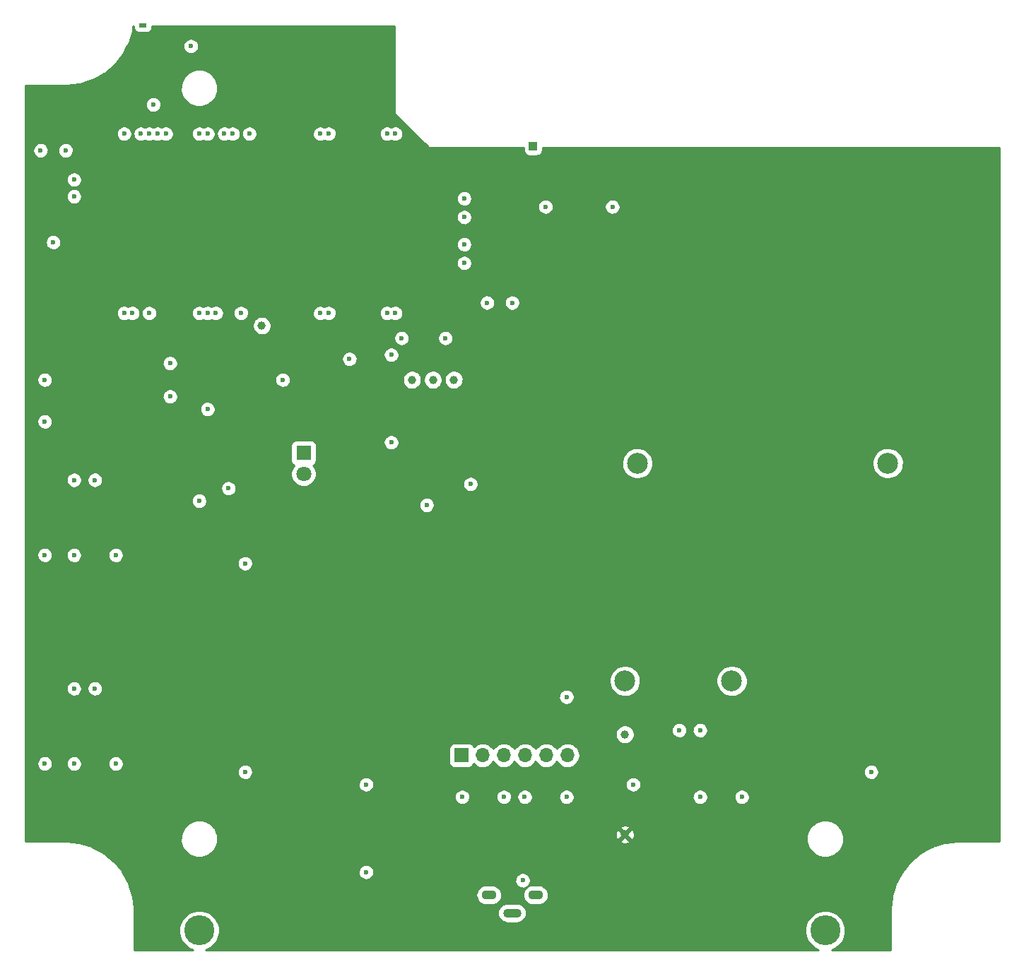
<source format=gbr>
G04 #@! TF.FileFunction,Copper,L3,Inr,Signal*
%FSLAX46Y46*%
G04 Gerber Fmt 4.6, Leading zero omitted, Abs format (unit mm)*
G04 Created by KiCad (PCBNEW 4.0.7-e2-6376~61~ubuntu18.04.1) date Tue Jul  3 09:25:50 2018*
%MOMM*%
%LPD*%
G01*
G04 APERTURE LIST*
%ADD10C,0.100000*%
%ADD11R,1.000000X1.000000*%
%ADD12C,2.500000*%
%ADD13R,1.700000X1.700000*%
%ADD14O,1.700000X1.700000*%
%ADD15R,1.800000X1.800000*%
%ADD16C,1.800000*%
%ADD17C,1.000000*%
%ADD18R,0.900000X0.500000*%
%ADD19C,3.600000*%
%ADD20O,1.800000X1.100000*%
%ADD21O,2.200000X1.100000*%
%ADD22C,0.600000*%
%ADD23C,0.254000*%
G04 APERTURE END LIST*
D10*
D11*
X157500000Y-42000000D03*
D12*
X168500000Y-106100000D03*
X181300000Y-106100000D03*
X170000000Y-80000000D03*
X200000000Y-80000000D03*
D13*
X148920000Y-115000000D03*
D14*
X151460000Y-115000000D03*
X154000000Y-115000000D03*
X156540000Y-115000000D03*
X159080000Y-115000000D03*
X161620000Y-115000000D03*
D15*
X130000000Y-78750000D03*
D16*
X130000000Y-81290000D03*
D17*
X168500000Y-112500000D03*
X168500000Y-124500000D03*
X145500000Y-70000000D03*
X148000000Y-70000000D03*
X143000000Y-70000000D03*
D18*
X110750000Y-27500000D03*
D19*
X192500000Y-136000000D03*
D17*
X125000000Y-63500000D03*
D19*
X117500000Y-136000000D03*
D20*
X152200000Y-131750000D03*
X157800000Y-131750000D03*
D21*
X155000000Y-133900000D03*
D22*
X98500000Y-42500000D03*
X101500000Y-42500000D03*
X102500000Y-46000000D03*
X102500000Y-48000000D03*
X116500000Y-30000000D03*
X112000000Y-37000000D03*
X147000000Y-65000000D03*
X149250000Y-56000000D03*
X149250000Y-53750000D03*
X149250000Y-50500000D03*
X149250000Y-48250000D03*
X155000000Y-60750000D03*
X152000000Y-60750000D03*
X167000000Y-49250000D03*
X159000000Y-49250000D03*
X161500000Y-108000000D03*
X127500000Y-70000000D03*
X156250000Y-130000000D03*
X137500000Y-129000000D03*
X137500000Y-118500000D03*
X161500000Y-120000000D03*
X156500000Y-120000000D03*
X154000000Y-120000000D03*
X149000000Y-120000000D03*
X121000000Y-83000000D03*
X117500000Y-84500000D03*
X141000000Y-40500000D03*
X140000000Y-40500000D03*
X133000000Y-40500000D03*
X132000000Y-40500000D03*
X123500000Y-40500000D03*
X108500000Y-40500000D03*
X109500000Y-62000000D03*
X108500000Y-62000000D03*
X122500000Y-62000000D03*
X141000000Y-62000000D03*
X140000000Y-62000000D03*
X132000000Y-62000000D03*
X133000000Y-62000000D03*
X100000000Y-53500000D03*
X99000000Y-70000000D03*
X99000000Y-75000000D03*
X198000000Y-117000000D03*
X182500000Y-120000000D03*
X177500000Y-120000000D03*
X123000000Y-92000000D03*
X102500000Y-91000000D03*
X107500000Y-91000000D03*
X123000000Y-117000000D03*
X102500000Y-116000000D03*
X107500000Y-116000000D03*
X141750000Y-65000000D03*
X140500000Y-77500000D03*
X150000000Y-82500000D03*
X137500000Y-123500000D03*
X100000000Y-59000000D03*
X139000000Y-65000000D03*
X117500000Y-70000000D03*
X127500000Y-72500000D03*
X121500000Y-62000000D03*
X99000000Y-65000000D03*
X171500000Y-124500000D03*
X99000000Y-99000000D03*
X99000000Y-124000000D03*
X140500000Y-67000000D03*
X121500000Y-40500000D03*
X114000000Y-72000000D03*
X118500000Y-73500000D03*
X114000000Y-68000000D03*
X135500000Y-67500000D03*
X120500000Y-40500000D03*
X169500000Y-118500000D03*
X113500000Y-40500000D03*
X99000000Y-91000000D03*
X112500000Y-40500000D03*
X118500000Y-40500000D03*
X177500000Y-112000000D03*
X117500000Y-40500000D03*
X175000000Y-112000000D03*
X111500000Y-40500000D03*
X105000000Y-82000000D03*
X110500000Y-40500000D03*
X102500000Y-82000000D03*
X105000000Y-107000000D03*
X118500000Y-62000000D03*
X102500000Y-107000000D03*
X117500000Y-62000000D03*
X111500000Y-62000000D03*
X144750000Y-85000000D03*
X99000000Y-116000000D03*
X119500000Y-62000000D03*
D23*
G36*
X109661928Y-27750000D02*
X109669992Y-27851121D01*
X109723106Y-28022634D01*
X109821900Y-28172559D01*
X109958550Y-28289025D01*
X110122237Y-28362810D01*
X110300000Y-28388072D01*
X111200000Y-28388072D01*
X111301121Y-28380008D01*
X111472634Y-28326894D01*
X111622559Y-28228100D01*
X111739025Y-28091450D01*
X111812810Y-27927763D01*
X111838072Y-27750000D01*
X111838072Y-27627000D01*
X140873000Y-27627000D01*
X140873000Y-38000000D01*
X140878028Y-38035381D01*
X140892714Y-38067961D01*
X140910197Y-38089803D01*
X144910197Y-42089803D01*
X144938771Y-42111266D01*
X144972193Y-42123918D01*
X145000000Y-42127000D01*
X156361928Y-42127000D01*
X156361928Y-42500000D01*
X156369992Y-42601121D01*
X156423106Y-42772634D01*
X156521900Y-42922559D01*
X156658550Y-43039025D01*
X156822237Y-43112810D01*
X157000000Y-43138072D01*
X158000000Y-43138072D01*
X158101121Y-43130008D01*
X158272634Y-43076894D01*
X158422559Y-42978100D01*
X158539025Y-42841450D01*
X158612810Y-42677763D01*
X158638072Y-42500000D01*
X158638072Y-42127000D01*
X213315000Y-42127000D01*
X213315000Y-125315000D01*
X208500000Y-125315000D01*
X208499877Y-125315012D01*
X208497606Y-125315004D01*
X208445247Y-125315187D01*
X208415478Y-125318211D01*
X208385558Y-125318002D01*
X208376039Y-125318935D01*
X206920314Y-125471939D01*
X206859520Y-125484418D01*
X206798513Y-125496056D01*
X206789357Y-125498820D01*
X205391073Y-125931660D01*
X205333807Y-125955732D01*
X205276275Y-125978977D01*
X205267835Y-125983465D01*
X205267830Y-125983467D01*
X205267826Y-125983470D01*
X203980250Y-126679659D01*
X203928787Y-126714371D01*
X203876830Y-126748371D01*
X203869418Y-126754416D01*
X202741584Y-127687441D01*
X202697836Y-127731495D01*
X202653478Y-127774934D01*
X202647382Y-127782303D01*
X201722254Y-128916623D01*
X201687903Y-128968326D01*
X201652821Y-129019562D01*
X201648272Y-129027975D01*
X200961086Y-130320384D01*
X200937418Y-130377806D01*
X200912970Y-130434849D01*
X200910141Y-130443985D01*
X200487072Y-131845255D01*
X200475007Y-131906188D01*
X200462105Y-131966886D01*
X200461105Y-131976398D01*
X200318269Y-133433156D01*
X200318269Y-133461889D01*
X200315067Y-133490436D01*
X200315000Y-133500000D01*
X200315000Y-138315000D01*
X193265366Y-138315000D01*
X193603199Y-138183963D01*
X194006389Y-137928091D01*
X194352202Y-137598778D01*
X194627465Y-137208568D01*
X194821693Y-136772324D01*
X194927488Y-136306663D01*
X194935104Y-135761236D01*
X194842352Y-135292802D01*
X194660380Y-134851305D01*
X194396120Y-134453562D01*
X194059638Y-134114722D01*
X193663749Y-133847692D01*
X193223533Y-133662642D01*
X192755758Y-133566622D01*
X192278242Y-133563288D01*
X191809172Y-133652768D01*
X191366416Y-133831653D01*
X190966837Y-134093130D01*
X190625656Y-134427239D01*
X190355869Y-134821254D01*
X190167750Y-135260167D01*
X190068467Y-135727260D01*
X190061799Y-136204741D01*
X190148002Y-136674425D01*
X190323792Y-137118419D01*
X190582473Y-137519813D01*
X190914192Y-137863318D01*
X191306314Y-138135850D01*
X191716372Y-138315000D01*
X118265366Y-138315000D01*
X118603199Y-138183963D01*
X119006389Y-137928091D01*
X119352202Y-137598778D01*
X119627465Y-137208568D01*
X119821693Y-136772324D01*
X119927488Y-136306663D01*
X119935104Y-135761236D01*
X119842352Y-135292802D01*
X119660380Y-134851305D01*
X119396120Y-134453562D01*
X119059638Y-134114722D01*
X118729034Y-133891727D01*
X153256634Y-133891727D01*
X153277595Y-134122047D01*
X153342892Y-134343909D01*
X153450039Y-134548862D01*
X153594955Y-134729101D01*
X153772119Y-134877759D01*
X153974784Y-134989175D01*
X154195230Y-135059105D01*
X154425060Y-135084884D01*
X154441605Y-135085000D01*
X155558395Y-135085000D01*
X155788563Y-135062432D01*
X156009963Y-134995587D01*
X156214164Y-134887012D01*
X156393387Y-134740841D01*
X156540805Y-134562644D01*
X156650803Y-134359206D01*
X156719192Y-134138277D01*
X156743366Y-133908273D01*
X156722405Y-133677953D01*
X156657108Y-133456091D01*
X156549961Y-133251138D01*
X156405045Y-133070899D01*
X156227881Y-132922241D01*
X156025216Y-132810825D01*
X155804770Y-132740895D01*
X155574940Y-132715116D01*
X155558395Y-132715000D01*
X154441605Y-132715000D01*
X154211437Y-132737568D01*
X153990037Y-132804413D01*
X153785836Y-132912988D01*
X153606613Y-133059159D01*
X153459195Y-133237356D01*
X153349197Y-133440794D01*
X153280808Y-133661723D01*
X153256634Y-133891727D01*
X118729034Y-133891727D01*
X118663749Y-133847692D01*
X118223533Y-133662642D01*
X117755758Y-133566622D01*
X117278242Y-133563288D01*
X116809172Y-133652768D01*
X116366416Y-133831653D01*
X115966837Y-134093130D01*
X115625656Y-134427239D01*
X115355869Y-134821254D01*
X115167750Y-135260167D01*
X115068467Y-135727260D01*
X115061799Y-136204741D01*
X115148002Y-136674425D01*
X115323792Y-137118419D01*
X115582473Y-137519813D01*
X115914192Y-137863318D01*
X116306314Y-138135850D01*
X116716372Y-138315000D01*
X109685000Y-138315000D01*
X109685000Y-133500000D01*
X109684988Y-133499877D01*
X109684996Y-133497606D01*
X109684813Y-133445247D01*
X109681789Y-133415478D01*
X109681998Y-133385558D01*
X109681065Y-133376039D01*
X109528061Y-131920314D01*
X109515582Y-131859520D01*
X109503944Y-131798513D01*
X109501180Y-131789357D01*
X109486437Y-131741727D01*
X150657602Y-131741727D01*
X150678563Y-131972047D01*
X150743860Y-132193909D01*
X150851007Y-132398862D01*
X150995923Y-132579101D01*
X151173087Y-132727759D01*
X151375752Y-132839175D01*
X151596198Y-132909105D01*
X151826028Y-132934884D01*
X151842573Y-132935000D01*
X152557427Y-132935000D01*
X152787595Y-132912432D01*
X153008995Y-132845587D01*
X153213196Y-132737012D01*
X153392419Y-132590841D01*
X153539837Y-132412644D01*
X153649835Y-132209206D01*
X153718224Y-131988277D01*
X153742398Y-131758273D01*
X153721437Y-131527953D01*
X153656140Y-131306091D01*
X153548993Y-131101138D01*
X153404077Y-130920899D01*
X153226913Y-130772241D01*
X153024248Y-130660825D01*
X152803802Y-130590895D01*
X152573972Y-130565116D01*
X152557427Y-130565000D01*
X151842573Y-130565000D01*
X151612405Y-130587568D01*
X151391005Y-130654413D01*
X151186804Y-130762988D01*
X151007581Y-130909159D01*
X150860163Y-131087356D01*
X150750165Y-131290794D01*
X150681776Y-131511723D01*
X150657602Y-131741727D01*
X109486437Y-131741727D01*
X109068340Y-130391073D01*
X109044268Y-130333807D01*
X109021023Y-130276275D01*
X109016533Y-130267831D01*
X109016533Y-130267830D01*
X109016530Y-130267826D01*
X108914226Y-130078617D01*
X155313771Y-130078617D01*
X155346872Y-130258968D01*
X155414372Y-130429454D01*
X155513701Y-130583583D01*
X155641076Y-130715484D01*
X155791644Y-130820131D01*
X155959671Y-130893540D01*
X156138757Y-130932915D01*
X156322079Y-130936755D01*
X156502657Y-130904914D01*
X156673610Y-130838606D01*
X156765899Y-130780038D01*
X156607581Y-130909159D01*
X156460163Y-131087356D01*
X156350165Y-131290794D01*
X156281776Y-131511723D01*
X156257602Y-131741727D01*
X156278563Y-131972047D01*
X156343860Y-132193909D01*
X156451007Y-132398862D01*
X156595923Y-132579101D01*
X156773087Y-132727759D01*
X156975752Y-132839175D01*
X157196198Y-132909105D01*
X157426028Y-132934884D01*
X157442573Y-132935000D01*
X158157427Y-132935000D01*
X158387595Y-132912432D01*
X158608995Y-132845587D01*
X158813196Y-132737012D01*
X158992419Y-132590841D01*
X159139837Y-132412644D01*
X159249835Y-132209206D01*
X159318224Y-131988277D01*
X159342398Y-131758273D01*
X159321437Y-131527953D01*
X159256140Y-131306091D01*
X159148993Y-131101138D01*
X159004077Y-130920899D01*
X158826913Y-130772241D01*
X158624248Y-130660825D01*
X158403802Y-130590895D01*
X158173972Y-130565116D01*
X158157427Y-130565000D01*
X157442573Y-130565000D01*
X157212405Y-130587568D01*
X156991005Y-130654413D01*
X156823564Y-130743443D01*
X156828429Y-130740355D01*
X156961215Y-130613904D01*
X157066911Y-130464070D01*
X157141492Y-130296560D01*
X157182116Y-130117754D01*
X157185040Y-129908319D01*
X157149425Y-129728448D01*
X157079550Y-129558920D01*
X156978079Y-129406193D01*
X156848875Y-129276084D01*
X156696860Y-129173549D01*
X156527825Y-129102493D01*
X156348207Y-129065623D01*
X156164849Y-129064343D01*
X155984733Y-129098701D01*
X155814722Y-129167390D01*
X155661291Y-129267793D01*
X155530283Y-129396086D01*
X155426689Y-129547381D01*
X155354454Y-129715916D01*
X155316331Y-129895272D01*
X155313771Y-130078617D01*
X108914226Y-130078617D01*
X108373528Y-129078617D01*
X136563771Y-129078617D01*
X136596872Y-129258968D01*
X136664372Y-129429454D01*
X136763701Y-129583583D01*
X136891076Y-129715484D01*
X137041644Y-129820131D01*
X137209671Y-129893540D01*
X137388757Y-129932915D01*
X137572079Y-129936755D01*
X137752657Y-129904914D01*
X137923610Y-129838606D01*
X138078429Y-129740355D01*
X138211215Y-129613904D01*
X138316911Y-129464070D01*
X138391492Y-129296560D01*
X138432116Y-129117754D01*
X138435040Y-128908319D01*
X138399425Y-128728448D01*
X138329550Y-128558920D01*
X138228079Y-128406193D01*
X138098875Y-128276084D01*
X137946860Y-128173549D01*
X137777825Y-128102493D01*
X137598207Y-128065623D01*
X137414849Y-128064343D01*
X137234733Y-128098701D01*
X137064722Y-128167390D01*
X136911291Y-128267793D01*
X136780283Y-128396086D01*
X136676689Y-128547381D01*
X136604454Y-128715916D01*
X136566331Y-128895272D01*
X136563771Y-129078617D01*
X108373528Y-129078617D01*
X108320341Y-128980250D01*
X108285629Y-128928787D01*
X108251629Y-128876830D01*
X108245584Y-128869418D01*
X107312559Y-127741584D01*
X107268505Y-127697836D01*
X107225066Y-127653478D01*
X107217697Y-127647382D01*
X106083377Y-126722254D01*
X106031674Y-126687903D01*
X105980438Y-126652821D01*
X105972025Y-126648272D01*
X104679616Y-125961086D01*
X104622194Y-125937418D01*
X104565151Y-125912970D01*
X104556015Y-125910141D01*
X103154745Y-125487072D01*
X103093812Y-125475007D01*
X103033114Y-125462105D01*
X103023602Y-125461105D01*
X101566844Y-125318269D01*
X101538111Y-125318269D01*
X101509564Y-125315067D01*
X101500000Y-125315000D01*
X96685000Y-125315000D01*
X96685000Y-125187942D01*
X115261862Y-125187942D01*
X115340992Y-125619086D01*
X115502357Y-126026649D01*
X115739813Y-126395107D01*
X116044313Y-126710426D01*
X116404260Y-126960596D01*
X116805943Y-127136087D01*
X117234063Y-127230215D01*
X117672312Y-127239395D01*
X118103998Y-127163278D01*
X118512678Y-127004761D01*
X118882785Y-126769884D01*
X119200222Y-126467592D01*
X119452899Y-126109401D01*
X119631190Y-125708952D01*
X119728305Y-125281500D01*
X119728351Y-125278166D01*
X167901439Y-125278166D01*
X167936550Y-125491588D01*
X168140826Y-125582458D01*
X168358905Y-125631731D01*
X168582406Y-125637511D01*
X168802740Y-125599577D01*
X169011440Y-125519387D01*
X169063450Y-125491588D01*
X169098561Y-125278166D01*
X169008337Y-125187942D01*
X190261862Y-125187942D01*
X190340992Y-125619086D01*
X190502357Y-126026649D01*
X190739813Y-126395107D01*
X191044313Y-126710426D01*
X191404260Y-126960596D01*
X191805943Y-127136087D01*
X192234063Y-127230215D01*
X192672312Y-127239395D01*
X193103998Y-127163278D01*
X193512678Y-127004761D01*
X193882785Y-126769884D01*
X194200222Y-126467592D01*
X194452899Y-126109401D01*
X194631190Y-125708952D01*
X194728305Y-125281500D01*
X194735296Y-124780827D01*
X194650154Y-124350830D01*
X194483114Y-123945560D01*
X194240537Y-123580453D01*
X193931664Y-123269416D01*
X193568259Y-123024296D01*
X193164165Y-122854430D01*
X192734772Y-122766289D01*
X192296438Y-122763229D01*
X191865857Y-122845366D01*
X191459430Y-123009573D01*
X191092638Y-123249595D01*
X190779453Y-123556289D01*
X190531802Y-123917974D01*
X190359119Y-124320873D01*
X190267982Y-124749639D01*
X190261862Y-125187942D01*
X169008337Y-125187942D01*
X168500000Y-124679605D01*
X167901439Y-125278166D01*
X119728351Y-125278166D01*
X119735296Y-124780827D01*
X119696008Y-124582406D01*
X167362489Y-124582406D01*
X167400423Y-124802740D01*
X167480613Y-125011440D01*
X167508412Y-125063450D01*
X167721834Y-125098561D01*
X168320395Y-124500000D01*
X168679605Y-124500000D01*
X169278166Y-125098561D01*
X169491588Y-125063450D01*
X169582458Y-124859174D01*
X169631731Y-124641095D01*
X169637511Y-124417594D01*
X169599577Y-124197260D01*
X169519387Y-123988560D01*
X169491588Y-123936550D01*
X169278166Y-123901439D01*
X168679605Y-124500000D01*
X168320395Y-124500000D01*
X167721834Y-123901439D01*
X167508412Y-123936550D01*
X167417542Y-124140826D01*
X167368269Y-124358905D01*
X167362489Y-124582406D01*
X119696008Y-124582406D01*
X119650154Y-124350830D01*
X119483114Y-123945560D01*
X119334471Y-123721834D01*
X167901439Y-123721834D01*
X168500000Y-124320395D01*
X169098561Y-123721834D01*
X169063450Y-123508412D01*
X168859174Y-123417542D01*
X168641095Y-123368269D01*
X168417594Y-123362489D01*
X168197260Y-123400423D01*
X167988560Y-123480613D01*
X167936550Y-123508412D01*
X167901439Y-123721834D01*
X119334471Y-123721834D01*
X119240537Y-123580453D01*
X118931664Y-123269416D01*
X118568259Y-123024296D01*
X118164165Y-122854430D01*
X117734772Y-122766289D01*
X117296438Y-122763229D01*
X116865857Y-122845366D01*
X116459430Y-123009573D01*
X116092638Y-123249595D01*
X115779453Y-123556289D01*
X115531802Y-123917974D01*
X115359119Y-124320873D01*
X115267982Y-124749639D01*
X115261862Y-125187942D01*
X96685000Y-125187942D01*
X96685000Y-120078617D01*
X148063771Y-120078617D01*
X148096872Y-120258968D01*
X148164372Y-120429454D01*
X148263701Y-120583583D01*
X148391076Y-120715484D01*
X148541644Y-120820131D01*
X148709671Y-120893540D01*
X148888757Y-120932915D01*
X149072079Y-120936755D01*
X149252657Y-120904914D01*
X149423610Y-120838606D01*
X149578429Y-120740355D01*
X149711215Y-120613904D01*
X149816911Y-120464070D01*
X149891492Y-120296560D01*
X149932116Y-120117754D01*
X149932662Y-120078617D01*
X153063771Y-120078617D01*
X153096872Y-120258968D01*
X153164372Y-120429454D01*
X153263701Y-120583583D01*
X153391076Y-120715484D01*
X153541644Y-120820131D01*
X153709671Y-120893540D01*
X153888757Y-120932915D01*
X154072079Y-120936755D01*
X154252657Y-120904914D01*
X154423610Y-120838606D01*
X154578429Y-120740355D01*
X154711215Y-120613904D01*
X154816911Y-120464070D01*
X154891492Y-120296560D01*
X154932116Y-120117754D01*
X154932662Y-120078617D01*
X155563771Y-120078617D01*
X155596872Y-120258968D01*
X155664372Y-120429454D01*
X155763701Y-120583583D01*
X155891076Y-120715484D01*
X156041644Y-120820131D01*
X156209671Y-120893540D01*
X156388757Y-120932915D01*
X156572079Y-120936755D01*
X156752657Y-120904914D01*
X156923610Y-120838606D01*
X157078429Y-120740355D01*
X157211215Y-120613904D01*
X157316911Y-120464070D01*
X157391492Y-120296560D01*
X157432116Y-120117754D01*
X157432662Y-120078617D01*
X160563771Y-120078617D01*
X160596872Y-120258968D01*
X160664372Y-120429454D01*
X160763701Y-120583583D01*
X160891076Y-120715484D01*
X161041644Y-120820131D01*
X161209671Y-120893540D01*
X161388757Y-120932915D01*
X161572079Y-120936755D01*
X161752657Y-120904914D01*
X161923610Y-120838606D01*
X162078429Y-120740355D01*
X162211215Y-120613904D01*
X162316911Y-120464070D01*
X162391492Y-120296560D01*
X162432116Y-120117754D01*
X162432662Y-120078617D01*
X176563771Y-120078617D01*
X176596872Y-120258968D01*
X176664372Y-120429454D01*
X176763701Y-120583583D01*
X176891076Y-120715484D01*
X177041644Y-120820131D01*
X177209671Y-120893540D01*
X177388757Y-120932915D01*
X177572079Y-120936755D01*
X177752657Y-120904914D01*
X177923610Y-120838606D01*
X178078429Y-120740355D01*
X178211215Y-120613904D01*
X178316911Y-120464070D01*
X178391492Y-120296560D01*
X178432116Y-120117754D01*
X178432662Y-120078617D01*
X181563771Y-120078617D01*
X181596872Y-120258968D01*
X181664372Y-120429454D01*
X181763701Y-120583583D01*
X181891076Y-120715484D01*
X182041644Y-120820131D01*
X182209671Y-120893540D01*
X182388757Y-120932915D01*
X182572079Y-120936755D01*
X182752657Y-120904914D01*
X182923610Y-120838606D01*
X183078429Y-120740355D01*
X183211215Y-120613904D01*
X183316911Y-120464070D01*
X183391492Y-120296560D01*
X183432116Y-120117754D01*
X183435040Y-119908319D01*
X183399425Y-119728448D01*
X183329550Y-119558920D01*
X183228079Y-119406193D01*
X183098875Y-119276084D01*
X182946860Y-119173549D01*
X182777825Y-119102493D01*
X182598207Y-119065623D01*
X182414849Y-119064343D01*
X182234733Y-119098701D01*
X182064722Y-119167390D01*
X181911291Y-119267793D01*
X181780283Y-119396086D01*
X181676689Y-119547381D01*
X181604454Y-119715916D01*
X181566331Y-119895272D01*
X181563771Y-120078617D01*
X178432662Y-120078617D01*
X178435040Y-119908319D01*
X178399425Y-119728448D01*
X178329550Y-119558920D01*
X178228079Y-119406193D01*
X178098875Y-119276084D01*
X177946860Y-119173549D01*
X177777825Y-119102493D01*
X177598207Y-119065623D01*
X177414849Y-119064343D01*
X177234733Y-119098701D01*
X177064722Y-119167390D01*
X176911291Y-119267793D01*
X176780283Y-119396086D01*
X176676689Y-119547381D01*
X176604454Y-119715916D01*
X176566331Y-119895272D01*
X176563771Y-120078617D01*
X162432662Y-120078617D01*
X162435040Y-119908319D01*
X162399425Y-119728448D01*
X162329550Y-119558920D01*
X162228079Y-119406193D01*
X162098875Y-119276084D01*
X161946860Y-119173549D01*
X161777825Y-119102493D01*
X161598207Y-119065623D01*
X161414849Y-119064343D01*
X161234733Y-119098701D01*
X161064722Y-119167390D01*
X160911291Y-119267793D01*
X160780283Y-119396086D01*
X160676689Y-119547381D01*
X160604454Y-119715916D01*
X160566331Y-119895272D01*
X160563771Y-120078617D01*
X157432662Y-120078617D01*
X157435040Y-119908319D01*
X157399425Y-119728448D01*
X157329550Y-119558920D01*
X157228079Y-119406193D01*
X157098875Y-119276084D01*
X156946860Y-119173549D01*
X156777825Y-119102493D01*
X156598207Y-119065623D01*
X156414849Y-119064343D01*
X156234733Y-119098701D01*
X156064722Y-119167390D01*
X155911291Y-119267793D01*
X155780283Y-119396086D01*
X155676689Y-119547381D01*
X155604454Y-119715916D01*
X155566331Y-119895272D01*
X155563771Y-120078617D01*
X154932662Y-120078617D01*
X154935040Y-119908319D01*
X154899425Y-119728448D01*
X154829550Y-119558920D01*
X154728079Y-119406193D01*
X154598875Y-119276084D01*
X154446860Y-119173549D01*
X154277825Y-119102493D01*
X154098207Y-119065623D01*
X153914849Y-119064343D01*
X153734733Y-119098701D01*
X153564722Y-119167390D01*
X153411291Y-119267793D01*
X153280283Y-119396086D01*
X153176689Y-119547381D01*
X153104454Y-119715916D01*
X153066331Y-119895272D01*
X153063771Y-120078617D01*
X149932662Y-120078617D01*
X149935040Y-119908319D01*
X149899425Y-119728448D01*
X149829550Y-119558920D01*
X149728079Y-119406193D01*
X149598875Y-119276084D01*
X149446860Y-119173549D01*
X149277825Y-119102493D01*
X149098207Y-119065623D01*
X148914849Y-119064343D01*
X148734733Y-119098701D01*
X148564722Y-119167390D01*
X148411291Y-119267793D01*
X148280283Y-119396086D01*
X148176689Y-119547381D01*
X148104454Y-119715916D01*
X148066331Y-119895272D01*
X148063771Y-120078617D01*
X96685000Y-120078617D01*
X96685000Y-118578617D01*
X136563771Y-118578617D01*
X136596872Y-118758968D01*
X136664372Y-118929454D01*
X136763701Y-119083583D01*
X136891076Y-119215484D01*
X137041644Y-119320131D01*
X137209671Y-119393540D01*
X137388757Y-119432915D01*
X137572079Y-119436755D01*
X137752657Y-119404914D01*
X137923610Y-119338606D01*
X138078429Y-119240355D01*
X138211215Y-119113904D01*
X138316911Y-118964070D01*
X138391492Y-118796560D01*
X138432116Y-118617754D01*
X138432662Y-118578617D01*
X168563771Y-118578617D01*
X168596872Y-118758968D01*
X168664372Y-118929454D01*
X168763701Y-119083583D01*
X168891076Y-119215484D01*
X169041644Y-119320131D01*
X169209671Y-119393540D01*
X169388757Y-119432915D01*
X169572079Y-119436755D01*
X169752657Y-119404914D01*
X169923610Y-119338606D01*
X170078429Y-119240355D01*
X170211215Y-119113904D01*
X170316911Y-118964070D01*
X170391492Y-118796560D01*
X170432116Y-118617754D01*
X170435040Y-118408319D01*
X170399425Y-118228448D01*
X170329550Y-118058920D01*
X170228079Y-117906193D01*
X170098875Y-117776084D01*
X169946860Y-117673549D01*
X169777825Y-117602493D01*
X169598207Y-117565623D01*
X169414849Y-117564343D01*
X169234733Y-117598701D01*
X169064722Y-117667390D01*
X168911291Y-117767793D01*
X168780283Y-117896086D01*
X168676689Y-118047381D01*
X168604454Y-118215916D01*
X168566331Y-118395272D01*
X168563771Y-118578617D01*
X138432662Y-118578617D01*
X138435040Y-118408319D01*
X138399425Y-118228448D01*
X138329550Y-118058920D01*
X138228079Y-117906193D01*
X138098875Y-117776084D01*
X137946860Y-117673549D01*
X137777825Y-117602493D01*
X137598207Y-117565623D01*
X137414849Y-117564343D01*
X137234733Y-117598701D01*
X137064722Y-117667390D01*
X136911291Y-117767793D01*
X136780283Y-117896086D01*
X136676689Y-118047381D01*
X136604454Y-118215916D01*
X136566331Y-118395272D01*
X136563771Y-118578617D01*
X96685000Y-118578617D01*
X96685000Y-117078617D01*
X122063771Y-117078617D01*
X122096872Y-117258968D01*
X122164372Y-117429454D01*
X122263701Y-117583583D01*
X122391076Y-117715484D01*
X122541644Y-117820131D01*
X122709671Y-117893540D01*
X122888757Y-117932915D01*
X123072079Y-117936755D01*
X123252657Y-117904914D01*
X123423610Y-117838606D01*
X123578429Y-117740355D01*
X123711215Y-117613904D01*
X123816911Y-117464070D01*
X123891492Y-117296560D01*
X123932116Y-117117754D01*
X123932662Y-117078617D01*
X197063771Y-117078617D01*
X197096872Y-117258968D01*
X197164372Y-117429454D01*
X197263701Y-117583583D01*
X197391076Y-117715484D01*
X197541644Y-117820131D01*
X197709671Y-117893540D01*
X197888757Y-117932915D01*
X198072079Y-117936755D01*
X198252657Y-117904914D01*
X198423610Y-117838606D01*
X198578429Y-117740355D01*
X198711215Y-117613904D01*
X198816911Y-117464070D01*
X198891492Y-117296560D01*
X198932116Y-117117754D01*
X198935040Y-116908319D01*
X198899425Y-116728448D01*
X198829550Y-116558920D01*
X198728079Y-116406193D01*
X198598875Y-116276084D01*
X198446860Y-116173549D01*
X198277825Y-116102493D01*
X198098207Y-116065623D01*
X197914849Y-116064343D01*
X197734733Y-116098701D01*
X197564722Y-116167390D01*
X197411291Y-116267793D01*
X197280283Y-116396086D01*
X197176689Y-116547381D01*
X197104454Y-116715916D01*
X197066331Y-116895272D01*
X197063771Y-117078617D01*
X123932662Y-117078617D01*
X123935040Y-116908319D01*
X123899425Y-116728448D01*
X123829550Y-116558920D01*
X123728079Y-116406193D01*
X123598875Y-116276084D01*
X123446860Y-116173549D01*
X123277825Y-116102493D01*
X123098207Y-116065623D01*
X122914849Y-116064343D01*
X122734733Y-116098701D01*
X122564722Y-116167390D01*
X122411291Y-116267793D01*
X122280283Y-116396086D01*
X122176689Y-116547381D01*
X122104454Y-116715916D01*
X122066331Y-116895272D01*
X122063771Y-117078617D01*
X96685000Y-117078617D01*
X96685000Y-116078617D01*
X98063771Y-116078617D01*
X98096872Y-116258968D01*
X98164372Y-116429454D01*
X98263701Y-116583583D01*
X98391076Y-116715484D01*
X98541644Y-116820131D01*
X98709671Y-116893540D01*
X98888757Y-116932915D01*
X99072079Y-116936755D01*
X99252657Y-116904914D01*
X99423610Y-116838606D01*
X99578429Y-116740355D01*
X99711215Y-116613904D01*
X99816911Y-116464070D01*
X99891492Y-116296560D01*
X99932116Y-116117754D01*
X99932662Y-116078617D01*
X101563771Y-116078617D01*
X101596872Y-116258968D01*
X101664372Y-116429454D01*
X101763701Y-116583583D01*
X101891076Y-116715484D01*
X102041644Y-116820131D01*
X102209671Y-116893540D01*
X102388757Y-116932915D01*
X102572079Y-116936755D01*
X102752657Y-116904914D01*
X102923610Y-116838606D01*
X103078429Y-116740355D01*
X103211215Y-116613904D01*
X103316911Y-116464070D01*
X103391492Y-116296560D01*
X103432116Y-116117754D01*
X103432662Y-116078617D01*
X106563771Y-116078617D01*
X106596872Y-116258968D01*
X106664372Y-116429454D01*
X106763701Y-116583583D01*
X106891076Y-116715484D01*
X107041644Y-116820131D01*
X107209671Y-116893540D01*
X107388757Y-116932915D01*
X107572079Y-116936755D01*
X107752657Y-116904914D01*
X107923610Y-116838606D01*
X108078429Y-116740355D01*
X108211215Y-116613904D01*
X108316911Y-116464070D01*
X108391492Y-116296560D01*
X108432116Y-116117754D01*
X108435040Y-115908319D01*
X108399425Y-115728448D01*
X108329550Y-115558920D01*
X108228079Y-115406193D01*
X108098875Y-115276084D01*
X107946860Y-115173549D01*
X107777825Y-115102493D01*
X107598207Y-115065623D01*
X107414849Y-115064343D01*
X107234733Y-115098701D01*
X107064722Y-115167390D01*
X106911291Y-115267793D01*
X106780283Y-115396086D01*
X106676689Y-115547381D01*
X106604454Y-115715916D01*
X106566331Y-115895272D01*
X106563771Y-116078617D01*
X103432662Y-116078617D01*
X103435040Y-115908319D01*
X103399425Y-115728448D01*
X103329550Y-115558920D01*
X103228079Y-115406193D01*
X103098875Y-115276084D01*
X102946860Y-115173549D01*
X102777825Y-115102493D01*
X102598207Y-115065623D01*
X102414849Y-115064343D01*
X102234733Y-115098701D01*
X102064722Y-115167390D01*
X101911291Y-115267793D01*
X101780283Y-115396086D01*
X101676689Y-115547381D01*
X101604454Y-115715916D01*
X101566331Y-115895272D01*
X101563771Y-116078617D01*
X99932662Y-116078617D01*
X99935040Y-115908319D01*
X99899425Y-115728448D01*
X99829550Y-115558920D01*
X99728079Y-115406193D01*
X99598875Y-115276084D01*
X99446860Y-115173549D01*
X99277825Y-115102493D01*
X99098207Y-115065623D01*
X98914849Y-115064343D01*
X98734733Y-115098701D01*
X98564722Y-115167390D01*
X98411291Y-115267793D01*
X98280283Y-115396086D01*
X98176689Y-115547381D01*
X98104454Y-115715916D01*
X98066331Y-115895272D01*
X98063771Y-116078617D01*
X96685000Y-116078617D01*
X96685000Y-114150000D01*
X147431928Y-114150000D01*
X147431928Y-115850000D01*
X147439992Y-115951121D01*
X147493106Y-116122634D01*
X147591900Y-116272559D01*
X147728550Y-116389025D01*
X147892237Y-116462810D01*
X148070000Y-116488072D01*
X149770000Y-116488072D01*
X149871121Y-116480008D01*
X150042634Y-116426894D01*
X150192559Y-116328100D01*
X150309025Y-116191450D01*
X150382810Y-116027763D01*
X150383171Y-116025224D01*
X150406287Y-116053567D01*
X150629599Y-116238306D01*
X150884539Y-116376152D01*
X151161399Y-116461854D01*
X151449633Y-116492149D01*
X151738261Y-116465882D01*
X152016291Y-116384053D01*
X152273131Y-116249780D01*
X152499000Y-116068177D01*
X152685294Y-115846161D01*
X152729498Y-115765753D01*
X152763112Y-115828971D01*
X152946287Y-116053567D01*
X153169599Y-116238306D01*
X153424539Y-116376152D01*
X153701399Y-116461854D01*
X153989633Y-116492149D01*
X154278261Y-116465882D01*
X154556291Y-116384053D01*
X154813131Y-116249780D01*
X155039000Y-116068177D01*
X155225294Y-115846161D01*
X155269498Y-115765753D01*
X155303112Y-115828971D01*
X155486287Y-116053567D01*
X155709599Y-116238306D01*
X155964539Y-116376152D01*
X156241399Y-116461854D01*
X156529633Y-116492149D01*
X156818261Y-116465882D01*
X157096291Y-116384053D01*
X157353131Y-116249780D01*
X157579000Y-116068177D01*
X157765294Y-115846161D01*
X157809498Y-115765753D01*
X157843112Y-115828971D01*
X158026287Y-116053567D01*
X158249599Y-116238306D01*
X158504539Y-116376152D01*
X158781399Y-116461854D01*
X159069633Y-116492149D01*
X159358261Y-116465882D01*
X159636291Y-116384053D01*
X159893131Y-116249780D01*
X160119000Y-116068177D01*
X160305294Y-115846161D01*
X160349498Y-115765753D01*
X160383112Y-115828971D01*
X160566287Y-116053567D01*
X160789599Y-116238306D01*
X161044539Y-116376152D01*
X161321399Y-116461854D01*
X161609633Y-116492149D01*
X161898261Y-116465882D01*
X162176291Y-116384053D01*
X162433131Y-116249780D01*
X162659000Y-116068177D01*
X162845294Y-115846161D01*
X162984916Y-115592189D01*
X163072549Y-115315934D01*
X163104855Y-115027919D01*
X163105000Y-115007185D01*
X163105000Y-114992815D01*
X163076718Y-114704377D01*
X162992951Y-114426925D01*
X162856888Y-114171029D01*
X162673713Y-113946433D01*
X162450401Y-113761694D01*
X162195461Y-113623848D01*
X161918601Y-113538146D01*
X161630367Y-113507851D01*
X161341739Y-113534118D01*
X161063709Y-113615947D01*
X160806869Y-113750220D01*
X160581000Y-113931823D01*
X160394706Y-114153839D01*
X160350502Y-114234247D01*
X160316888Y-114171029D01*
X160133713Y-113946433D01*
X159910401Y-113761694D01*
X159655461Y-113623848D01*
X159378601Y-113538146D01*
X159090367Y-113507851D01*
X158801739Y-113534118D01*
X158523709Y-113615947D01*
X158266869Y-113750220D01*
X158041000Y-113931823D01*
X157854706Y-114153839D01*
X157810502Y-114234247D01*
X157776888Y-114171029D01*
X157593713Y-113946433D01*
X157370401Y-113761694D01*
X157115461Y-113623848D01*
X156838601Y-113538146D01*
X156550367Y-113507851D01*
X156261739Y-113534118D01*
X155983709Y-113615947D01*
X155726869Y-113750220D01*
X155501000Y-113931823D01*
X155314706Y-114153839D01*
X155270502Y-114234247D01*
X155236888Y-114171029D01*
X155053713Y-113946433D01*
X154830401Y-113761694D01*
X154575461Y-113623848D01*
X154298601Y-113538146D01*
X154010367Y-113507851D01*
X153721739Y-113534118D01*
X153443709Y-113615947D01*
X153186869Y-113750220D01*
X152961000Y-113931823D01*
X152774706Y-114153839D01*
X152730502Y-114234247D01*
X152696888Y-114171029D01*
X152513713Y-113946433D01*
X152290401Y-113761694D01*
X152035461Y-113623848D01*
X151758601Y-113538146D01*
X151470367Y-113507851D01*
X151181739Y-113534118D01*
X150903709Y-113615947D01*
X150646869Y-113750220D01*
X150421000Y-113931823D01*
X150379189Y-113981651D01*
X150346894Y-113877366D01*
X150248100Y-113727441D01*
X150111450Y-113610975D01*
X149947763Y-113537190D01*
X149770000Y-113511928D01*
X148070000Y-113511928D01*
X147968879Y-113519992D01*
X147797366Y-113573106D01*
X147647441Y-113671900D01*
X147530975Y-113808550D01*
X147457190Y-113972237D01*
X147431928Y-114150000D01*
X96685000Y-114150000D01*
X96685000Y-112595434D01*
X167363508Y-112595434D01*
X167403689Y-112814362D01*
X167485628Y-113021317D01*
X167606204Y-113208414D01*
X167760824Y-113368528D01*
X167943600Y-113495561D01*
X168147569Y-113584672D01*
X168364961Y-113632469D01*
X168587497Y-113637131D01*
X168806701Y-113598479D01*
X169014222Y-113517987D01*
X169202157Y-113398720D01*
X169363347Y-113245221D01*
X169491652Y-113063337D01*
X169582186Y-112859995D01*
X169631499Y-112642942D01*
X169635049Y-112388707D01*
X169591815Y-112170362D01*
X169554001Y-112078617D01*
X174063771Y-112078617D01*
X174096872Y-112258968D01*
X174164372Y-112429454D01*
X174263701Y-112583583D01*
X174391076Y-112715484D01*
X174541644Y-112820131D01*
X174709671Y-112893540D01*
X174888757Y-112932915D01*
X175072079Y-112936755D01*
X175252657Y-112904914D01*
X175423610Y-112838606D01*
X175578429Y-112740355D01*
X175711215Y-112613904D01*
X175816911Y-112464070D01*
X175891492Y-112296560D01*
X175932116Y-112117754D01*
X175932662Y-112078617D01*
X176563771Y-112078617D01*
X176596872Y-112258968D01*
X176664372Y-112429454D01*
X176763701Y-112583583D01*
X176891076Y-112715484D01*
X177041644Y-112820131D01*
X177209671Y-112893540D01*
X177388757Y-112932915D01*
X177572079Y-112936755D01*
X177752657Y-112904914D01*
X177923610Y-112838606D01*
X178078429Y-112740355D01*
X178211215Y-112613904D01*
X178316911Y-112464070D01*
X178391492Y-112296560D01*
X178432116Y-112117754D01*
X178435040Y-111908319D01*
X178399425Y-111728448D01*
X178329550Y-111558920D01*
X178228079Y-111406193D01*
X178098875Y-111276084D01*
X177946860Y-111173549D01*
X177777825Y-111102493D01*
X177598207Y-111065623D01*
X177414849Y-111064343D01*
X177234733Y-111098701D01*
X177064722Y-111167390D01*
X176911291Y-111267793D01*
X176780283Y-111396086D01*
X176676689Y-111547381D01*
X176604454Y-111715916D01*
X176566331Y-111895272D01*
X176563771Y-112078617D01*
X175932662Y-112078617D01*
X175935040Y-111908319D01*
X175899425Y-111728448D01*
X175829550Y-111558920D01*
X175728079Y-111406193D01*
X175598875Y-111276084D01*
X175446860Y-111173549D01*
X175277825Y-111102493D01*
X175098207Y-111065623D01*
X174914849Y-111064343D01*
X174734733Y-111098701D01*
X174564722Y-111167390D01*
X174411291Y-111267793D01*
X174280283Y-111396086D01*
X174176689Y-111547381D01*
X174104454Y-111715916D01*
X174066331Y-111895272D01*
X174063771Y-112078617D01*
X169554001Y-112078617D01*
X169506995Y-111964571D01*
X169383818Y-111779176D01*
X169226977Y-111621236D01*
X169042446Y-111496768D01*
X168837253Y-111410513D01*
X168619214Y-111365756D01*
X168396634Y-111364202D01*
X168177992Y-111405910D01*
X167971615Y-111489292D01*
X167785363Y-111611171D01*
X167626332Y-111766906D01*
X167500579Y-111950564D01*
X167412894Y-112155150D01*
X167366616Y-112372871D01*
X167363508Y-112595434D01*
X96685000Y-112595434D01*
X96685000Y-108078617D01*
X160563771Y-108078617D01*
X160596872Y-108258968D01*
X160664372Y-108429454D01*
X160763701Y-108583583D01*
X160891076Y-108715484D01*
X161041644Y-108820131D01*
X161209671Y-108893540D01*
X161388757Y-108932915D01*
X161572079Y-108936755D01*
X161752657Y-108904914D01*
X161923610Y-108838606D01*
X162078429Y-108740355D01*
X162211215Y-108613904D01*
X162316911Y-108464070D01*
X162391492Y-108296560D01*
X162432116Y-108117754D01*
X162435040Y-107908319D01*
X162399425Y-107728448D01*
X162329550Y-107558920D01*
X162228079Y-107406193D01*
X162098875Y-107276084D01*
X161946860Y-107173549D01*
X161777825Y-107102493D01*
X161598207Y-107065623D01*
X161414849Y-107064343D01*
X161234733Y-107098701D01*
X161064722Y-107167390D01*
X160911291Y-107267793D01*
X160780283Y-107396086D01*
X160676689Y-107547381D01*
X160604454Y-107715916D01*
X160566331Y-107895272D01*
X160563771Y-108078617D01*
X96685000Y-108078617D01*
X96685000Y-107078617D01*
X101563771Y-107078617D01*
X101596872Y-107258968D01*
X101664372Y-107429454D01*
X101763701Y-107583583D01*
X101891076Y-107715484D01*
X102041644Y-107820131D01*
X102209671Y-107893540D01*
X102388757Y-107932915D01*
X102572079Y-107936755D01*
X102752657Y-107904914D01*
X102923610Y-107838606D01*
X103078429Y-107740355D01*
X103211215Y-107613904D01*
X103316911Y-107464070D01*
X103391492Y-107296560D01*
X103432116Y-107117754D01*
X103432662Y-107078617D01*
X104063771Y-107078617D01*
X104096872Y-107258968D01*
X104164372Y-107429454D01*
X104263701Y-107583583D01*
X104391076Y-107715484D01*
X104541644Y-107820131D01*
X104709671Y-107893540D01*
X104888757Y-107932915D01*
X105072079Y-107936755D01*
X105252657Y-107904914D01*
X105423610Y-107838606D01*
X105578429Y-107740355D01*
X105711215Y-107613904D01*
X105816911Y-107464070D01*
X105891492Y-107296560D01*
X105932116Y-107117754D01*
X105935040Y-106908319D01*
X105899425Y-106728448D01*
X105829550Y-106558920D01*
X105728079Y-106406193D01*
X105598875Y-106276084D01*
X105572800Y-106258496D01*
X166612522Y-106258496D01*
X166679254Y-106622091D01*
X166815338Y-106965799D01*
X167015590Y-107276529D01*
X167272382Y-107542446D01*
X167575935Y-107753420D01*
X167914684Y-107901416D01*
X168275729Y-107980797D01*
X168645315Y-107988539D01*
X169009367Y-107924346D01*
X169354017Y-107790666D01*
X169666137Y-107592588D01*
X169933840Y-107337658D01*
X170146929Y-107035586D01*
X170297286Y-106697877D01*
X170379185Y-106337396D01*
X170380286Y-106258496D01*
X179412522Y-106258496D01*
X179479254Y-106622091D01*
X179615338Y-106965799D01*
X179815590Y-107276529D01*
X180072382Y-107542446D01*
X180375935Y-107753420D01*
X180714684Y-107901416D01*
X181075729Y-107980797D01*
X181445315Y-107988539D01*
X181809367Y-107924346D01*
X182154017Y-107790666D01*
X182466137Y-107592588D01*
X182733840Y-107337658D01*
X182946929Y-107035586D01*
X183097286Y-106697877D01*
X183179185Y-106337396D01*
X183185081Y-105915166D01*
X183113279Y-105552539D01*
X182972410Y-105210764D01*
X182767839Y-104902860D01*
X182507358Y-104640555D01*
X182200890Y-104433839D01*
X181860107Y-104290587D01*
X181497990Y-104216255D01*
X181128331Y-104213674D01*
X180765211Y-104282943D01*
X180422461Y-104421423D01*
X180113137Y-104623840D01*
X179849019Y-104882482D01*
X179640169Y-105187500D01*
X179494542Y-105527275D01*
X179417683Y-105888864D01*
X179412522Y-106258496D01*
X170380286Y-106258496D01*
X170385081Y-105915166D01*
X170313279Y-105552539D01*
X170172410Y-105210764D01*
X169967839Y-104902860D01*
X169707358Y-104640555D01*
X169400890Y-104433839D01*
X169060107Y-104290587D01*
X168697990Y-104216255D01*
X168328331Y-104213674D01*
X167965211Y-104282943D01*
X167622461Y-104421423D01*
X167313137Y-104623840D01*
X167049019Y-104882482D01*
X166840169Y-105187500D01*
X166694542Y-105527275D01*
X166617683Y-105888864D01*
X166612522Y-106258496D01*
X105572800Y-106258496D01*
X105446860Y-106173549D01*
X105277825Y-106102493D01*
X105098207Y-106065623D01*
X104914849Y-106064343D01*
X104734733Y-106098701D01*
X104564722Y-106167390D01*
X104411291Y-106267793D01*
X104280283Y-106396086D01*
X104176689Y-106547381D01*
X104104454Y-106715916D01*
X104066331Y-106895272D01*
X104063771Y-107078617D01*
X103432662Y-107078617D01*
X103435040Y-106908319D01*
X103399425Y-106728448D01*
X103329550Y-106558920D01*
X103228079Y-106406193D01*
X103098875Y-106276084D01*
X102946860Y-106173549D01*
X102777825Y-106102493D01*
X102598207Y-106065623D01*
X102414849Y-106064343D01*
X102234733Y-106098701D01*
X102064722Y-106167390D01*
X101911291Y-106267793D01*
X101780283Y-106396086D01*
X101676689Y-106547381D01*
X101604454Y-106715916D01*
X101566331Y-106895272D01*
X101563771Y-107078617D01*
X96685000Y-107078617D01*
X96685000Y-92078617D01*
X122063771Y-92078617D01*
X122096872Y-92258968D01*
X122164372Y-92429454D01*
X122263701Y-92583583D01*
X122391076Y-92715484D01*
X122541644Y-92820131D01*
X122709671Y-92893540D01*
X122888757Y-92932915D01*
X123072079Y-92936755D01*
X123252657Y-92904914D01*
X123423610Y-92838606D01*
X123578429Y-92740355D01*
X123711215Y-92613904D01*
X123816911Y-92464070D01*
X123891492Y-92296560D01*
X123932116Y-92117754D01*
X123935040Y-91908319D01*
X123899425Y-91728448D01*
X123829550Y-91558920D01*
X123728079Y-91406193D01*
X123598875Y-91276084D01*
X123446860Y-91173549D01*
X123277825Y-91102493D01*
X123098207Y-91065623D01*
X122914849Y-91064343D01*
X122734733Y-91098701D01*
X122564722Y-91167390D01*
X122411291Y-91267793D01*
X122280283Y-91396086D01*
X122176689Y-91547381D01*
X122104454Y-91715916D01*
X122066331Y-91895272D01*
X122063771Y-92078617D01*
X96685000Y-92078617D01*
X96685000Y-91078617D01*
X98063771Y-91078617D01*
X98096872Y-91258968D01*
X98164372Y-91429454D01*
X98263701Y-91583583D01*
X98391076Y-91715484D01*
X98541644Y-91820131D01*
X98709671Y-91893540D01*
X98888757Y-91932915D01*
X99072079Y-91936755D01*
X99252657Y-91904914D01*
X99423610Y-91838606D01*
X99578429Y-91740355D01*
X99711215Y-91613904D01*
X99816911Y-91464070D01*
X99891492Y-91296560D01*
X99932116Y-91117754D01*
X99932662Y-91078617D01*
X101563771Y-91078617D01*
X101596872Y-91258968D01*
X101664372Y-91429454D01*
X101763701Y-91583583D01*
X101891076Y-91715484D01*
X102041644Y-91820131D01*
X102209671Y-91893540D01*
X102388757Y-91932915D01*
X102572079Y-91936755D01*
X102752657Y-91904914D01*
X102923610Y-91838606D01*
X103078429Y-91740355D01*
X103211215Y-91613904D01*
X103316911Y-91464070D01*
X103391492Y-91296560D01*
X103432116Y-91117754D01*
X103432662Y-91078617D01*
X106563771Y-91078617D01*
X106596872Y-91258968D01*
X106664372Y-91429454D01*
X106763701Y-91583583D01*
X106891076Y-91715484D01*
X107041644Y-91820131D01*
X107209671Y-91893540D01*
X107388757Y-91932915D01*
X107572079Y-91936755D01*
X107752657Y-91904914D01*
X107923610Y-91838606D01*
X108078429Y-91740355D01*
X108211215Y-91613904D01*
X108316911Y-91464070D01*
X108391492Y-91296560D01*
X108432116Y-91117754D01*
X108435040Y-90908319D01*
X108399425Y-90728448D01*
X108329550Y-90558920D01*
X108228079Y-90406193D01*
X108098875Y-90276084D01*
X107946860Y-90173549D01*
X107777825Y-90102493D01*
X107598207Y-90065623D01*
X107414849Y-90064343D01*
X107234733Y-90098701D01*
X107064722Y-90167390D01*
X106911291Y-90267793D01*
X106780283Y-90396086D01*
X106676689Y-90547381D01*
X106604454Y-90715916D01*
X106566331Y-90895272D01*
X106563771Y-91078617D01*
X103432662Y-91078617D01*
X103435040Y-90908319D01*
X103399425Y-90728448D01*
X103329550Y-90558920D01*
X103228079Y-90406193D01*
X103098875Y-90276084D01*
X102946860Y-90173549D01*
X102777825Y-90102493D01*
X102598207Y-90065623D01*
X102414849Y-90064343D01*
X102234733Y-90098701D01*
X102064722Y-90167390D01*
X101911291Y-90267793D01*
X101780283Y-90396086D01*
X101676689Y-90547381D01*
X101604454Y-90715916D01*
X101566331Y-90895272D01*
X101563771Y-91078617D01*
X99932662Y-91078617D01*
X99935040Y-90908319D01*
X99899425Y-90728448D01*
X99829550Y-90558920D01*
X99728079Y-90406193D01*
X99598875Y-90276084D01*
X99446860Y-90173549D01*
X99277825Y-90102493D01*
X99098207Y-90065623D01*
X98914849Y-90064343D01*
X98734733Y-90098701D01*
X98564722Y-90167390D01*
X98411291Y-90267793D01*
X98280283Y-90396086D01*
X98176689Y-90547381D01*
X98104454Y-90715916D01*
X98066331Y-90895272D01*
X98063771Y-91078617D01*
X96685000Y-91078617D01*
X96685000Y-84578617D01*
X116563771Y-84578617D01*
X116596872Y-84758968D01*
X116664372Y-84929454D01*
X116763701Y-85083583D01*
X116891076Y-85215484D01*
X117041644Y-85320131D01*
X117209671Y-85393540D01*
X117388757Y-85432915D01*
X117572079Y-85436755D01*
X117752657Y-85404914D01*
X117923610Y-85338606D01*
X118078429Y-85240355D01*
X118211215Y-85113904D01*
X118236107Y-85078617D01*
X143813771Y-85078617D01*
X143846872Y-85258968D01*
X143914372Y-85429454D01*
X144013701Y-85583583D01*
X144141076Y-85715484D01*
X144291644Y-85820131D01*
X144459671Y-85893540D01*
X144638757Y-85932915D01*
X144822079Y-85936755D01*
X145002657Y-85904914D01*
X145173610Y-85838606D01*
X145328429Y-85740355D01*
X145461215Y-85613904D01*
X145566911Y-85464070D01*
X145641492Y-85296560D01*
X145682116Y-85117754D01*
X145685040Y-84908319D01*
X145649425Y-84728448D01*
X145579550Y-84558920D01*
X145478079Y-84406193D01*
X145348875Y-84276084D01*
X145196860Y-84173549D01*
X145027825Y-84102493D01*
X144848207Y-84065623D01*
X144664849Y-84064343D01*
X144484733Y-84098701D01*
X144314722Y-84167390D01*
X144161291Y-84267793D01*
X144030283Y-84396086D01*
X143926689Y-84547381D01*
X143854454Y-84715916D01*
X143816331Y-84895272D01*
X143813771Y-85078617D01*
X118236107Y-85078617D01*
X118316911Y-84964070D01*
X118391492Y-84796560D01*
X118432116Y-84617754D01*
X118435040Y-84408319D01*
X118399425Y-84228448D01*
X118329550Y-84058920D01*
X118228079Y-83906193D01*
X118098875Y-83776084D01*
X117946860Y-83673549D01*
X117777825Y-83602493D01*
X117598207Y-83565623D01*
X117414849Y-83564343D01*
X117234733Y-83598701D01*
X117064722Y-83667390D01*
X116911291Y-83767793D01*
X116780283Y-83896086D01*
X116676689Y-84047381D01*
X116604454Y-84215916D01*
X116566331Y-84395272D01*
X116563771Y-84578617D01*
X96685000Y-84578617D01*
X96685000Y-83078617D01*
X120063771Y-83078617D01*
X120096872Y-83258968D01*
X120164372Y-83429454D01*
X120263701Y-83583583D01*
X120391076Y-83715484D01*
X120541644Y-83820131D01*
X120709671Y-83893540D01*
X120888757Y-83932915D01*
X121072079Y-83936755D01*
X121252657Y-83904914D01*
X121423610Y-83838606D01*
X121578429Y-83740355D01*
X121711215Y-83613904D01*
X121816911Y-83464070D01*
X121891492Y-83296560D01*
X121932116Y-83117754D01*
X121935040Y-82908319D01*
X121899425Y-82728448D01*
X121829550Y-82558920D01*
X121728079Y-82406193D01*
X121598875Y-82276084D01*
X121446860Y-82173549D01*
X121277825Y-82102493D01*
X121098207Y-82065623D01*
X120914849Y-82064343D01*
X120734733Y-82098701D01*
X120564722Y-82167390D01*
X120411291Y-82267793D01*
X120280283Y-82396086D01*
X120176689Y-82547381D01*
X120104454Y-82715916D01*
X120066331Y-82895272D01*
X120063771Y-83078617D01*
X96685000Y-83078617D01*
X96685000Y-82078617D01*
X101563771Y-82078617D01*
X101596872Y-82258968D01*
X101664372Y-82429454D01*
X101763701Y-82583583D01*
X101891076Y-82715484D01*
X102041644Y-82820131D01*
X102209671Y-82893540D01*
X102388757Y-82932915D01*
X102572079Y-82936755D01*
X102752657Y-82904914D01*
X102923610Y-82838606D01*
X103078429Y-82740355D01*
X103211215Y-82613904D01*
X103316911Y-82464070D01*
X103391492Y-82296560D01*
X103432116Y-82117754D01*
X103432662Y-82078617D01*
X104063771Y-82078617D01*
X104096872Y-82258968D01*
X104164372Y-82429454D01*
X104263701Y-82583583D01*
X104391076Y-82715484D01*
X104541644Y-82820131D01*
X104709671Y-82893540D01*
X104888757Y-82932915D01*
X105072079Y-82936755D01*
X105252657Y-82904914D01*
X105423610Y-82838606D01*
X105578429Y-82740355D01*
X105711215Y-82613904D01*
X105816911Y-82464070D01*
X105891492Y-82296560D01*
X105932116Y-82117754D01*
X105935040Y-81908319D01*
X105899425Y-81728448D01*
X105829550Y-81558920D01*
X105728079Y-81406193D01*
X105598875Y-81276084D01*
X105446860Y-81173549D01*
X105277825Y-81102493D01*
X105098207Y-81065623D01*
X104914849Y-81064343D01*
X104734733Y-81098701D01*
X104564722Y-81167390D01*
X104411291Y-81267793D01*
X104280283Y-81396086D01*
X104176689Y-81547381D01*
X104104454Y-81715916D01*
X104066331Y-81895272D01*
X104063771Y-82078617D01*
X103432662Y-82078617D01*
X103435040Y-81908319D01*
X103399425Y-81728448D01*
X103329550Y-81558920D01*
X103228079Y-81406193D01*
X103098875Y-81276084D01*
X102946860Y-81173549D01*
X102777825Y-81102493D01*
X102598207Y-81065623D01*
X102414849Y-81064343D01*
X102234733Y-81098701D01*
X102064722Y-81167390D01*
X101911291Y-81267793D01*
X101780283Y-81396086D01*
X101676689Y-81547381D01*
X101604454Y-81715916D01*
X101566331Y-81895272D01*
X101563771Y-82078617D01*
X96685000Y-82078617D01*
X96685000Y-77850000D01*
X128461928Y-77850000D01*
X128461928Y-79650000D01*
X128469992Y-79751121D01*
X128523106Y-79922634D01*
X128621900Y-80072559D01*
X128758550Y-80189025D01*
X128876143Y-80242032D01*
X128818432Y-80298547D01*
X128648361Y-80546930D01*
X128529773Y-80823617D01*
X128467186Y-81118067D01*
X128462983Y-81419067D01*
X128517324Y-81715150D01*
X128628140Y-81995040D01*
X128791210Y-82248075D01*
X129000322Y-82464617D01*
X129247512Y-82636419D01*
X129523364Y-82756935D01*
X129817371Y-82821577D01*
X130118334Y-82827881D01*
X130414789Y-82775608D01*
X130695446Y-82666748D01*
X130834318Y-82578617D01*
X149063771Y-82578617D01*
X149096872Y-82758968D01*
X149164372Y-82929454D01*
X149263701Y-83083583D01*
X149391076Y-83215484D01*
X149541644Y-83320131D01*
X149709671Y-83393540D01*
X149888757Y-83432915D01*
X150072079Y-83436755D01*
X150252657Y-83404914D01*
X150423610Y-83338606D01*
X150578429Y-83240355D01*
X150711215Y-83113904D01*
X150816911Y-82964070D01*
X150891492Y-82796560D01*
X150932116Y-82617754D01*
X150935040Y-82408319D01*
X150899425Y-82228448D01*
X150829550Y-82058920D01*
X150728079Y-81906193D01*
X150598875Y-81776084D01*
X150446860Y-81673549D01*
X150277825Y-81602493D01*
X150098207Y-81565623D01*
X149914849Y-81564343D01*
X149734733Y-81598701D01*
X149564722Y-81667390D01*
X149411291Y-81767793D01*
X149280283Y-81896086D01*
X149176689Y-82047381D01*
X149104454Y-82215916D01*
X149066331Y-82395272D01*
X149063771Y-82578617D01*
X130834318Y-82578617D01*
X130949613Y-82505449D01*
X131167610Y-82297854D01*
X131341132Y-82051869D01*
X131463572Y-81776866D01*
X131530265Y-81483317D01*
X131535066Y-81139486D01*
X131476595Y-80844190D01*
X131361882Y-80565874D01*
X131195295Y-80315141D01*
X131122943Y-80242282D01*
X131172634Y-80226894D01*
X131276431Y-80158496D01*
X168112522Y-80158496D01*
X168179254Y-80522091D01*
X168315338Y-80865799D01*
X168515590Y-81176529D01*
X168772382Y-81442446D01*
X169075935Y-81653420D01*
X169414684Y-81801416D01*
X169775729Y-81880797D01*
X170145315Y-81888539D01*
X170509367Y-81824346D01*
X170854017Y-81690666D01*
X171166137Y-81492588D01*
X171433840Y-81237658D01*
X171646929Y-80935586D01*
X171797286Y-80597877D01*
X171879185Y-80237396D01*
X171880286Y-80158496D01*
X198112522Y-80158496D01*
X198179254Y-80522091D01*
X198315338Y-80865799D01*
X198515590Y-81176529D01*
X198772382Y-81442446D01*
X199075935Y-81653420D01*
X199414684Y-81801416D01*
X199775729Y-81880797D01*
X200145315Y-81888539D01*
X200509367Y-81824346D01*
X200854017Y-81690666D01*
X201166137Y-81492588D01*
X201433840Y-81237658D01*
X201646929Y-80935586D01*
X201797286Y-80597877D01*
X201879185Y-80237396D01*
X201885081Y-79815166D01*
X201813279Y-79452539D01*
X201672410Y-79110764D01*
X201467839Y-78802860D01*
X201207358Y-78540555D01*
X200900890Y-78333839D01*
X200560107Y-78190587D01*
X200197990Y-78116255D01*
X199828331Y-78113674D01*
X199465211Y-78182943D01*
X199122461Y-78321423D01*
X198813137Y-78523840D01*
X198549019Y-78782482D01*
X198340169Y-79087500D01*
X198194542Y-79427275D01*
X198117683Y-79788864D01*
X198112522Y-80158496D01*
X171880286Y-80158496D01*
X171885081Y-79815166D01*
X171813279Y-79452539D01*
X171672410Y-79110764D01*
X171467839Y-78802860D01*
X171207358Y-78540555D01*
X170900890Y-78333839D01*
X170560107Y-78190587D01*
X170197990Y-78116255D01*
X169828331Y-78113674D01*
X169465211Y-78182943D01*
X169122461Y-78321423D01*
X168813137Y-78523840D01*
X168549019Y-78782482D01*
X168340169Y-79087500D01*
X168194542Y-79427275D01*
X168117683Y-79788864D01*
X168112522Y-80158496D01*
X131276431Y-80158496D01*
X131322559Y-80128100D01*
X131439025Y-79991450D01*
X131512810Y-79827763D01*
X131538072Y-79650000D01*
X131538072Y-77850000D01*
X131530008Y-77748879D01*
X131477282Y-77578617D01*
X139563771Y-77578617D01*
X139596872Y-77758968D01*
X139664372Y-77929454D01*
X139763701Y-78083583D01*
X139891076Y-78215484D01*
X140041644Y-78320131D01*
X140209671Y-78393540D01*
X140388757Y-78432915D01*
X140572079Y-78436755D01*
X140752657Y-78404914D01*
X140923610Y-78338606D01*
X141078429Y-78240355D01*
X141211215Y-78113904D01*
X141316911Y-77964070D01*
X141391492Y-77796560D01*
X141432116Y-77617754D01*
X141435040Y-77408319D01*
X141399425Y-77228448D01*
X141329550Y-77058920D01*
X141228079Y-76906193D01*
X141098875Y-76776084D01*
X140946860Y-76673549D01*
X140777825Y-76602493D01*
X140598207Y-76565623D01*
X140414849Y-76564343D01*
X140234733Y-76598701D01*
X140064722Y-76667390D01*
X139911291Y-76767793D01*
X139780283Y-76896086D01*
X139676689Y-77047381D01*
X139604454Y-77215916D01*
X139566331Y-77395272D01*
X139563771Y-77578617D01*
X131477282Y-77578617D01*
X131476894Y-77577366D01*
X131378100Y-77427441D01*
X131241450Y-77310975D01*
X131077763Y-77237190D01*
X130900000Y-77211928D01*
X129100000Y-77211928D01*
X128998879Y-77219992D01*
X128827366Y-77273106D01*
X128677441Y-77371900D01*
X128560975Y-77508550D01*
X128487190Y-77672237D01*
X128461928Y-77850000D01*
X96685000Y-77850000D01*
X96685000Y-75078617D01*
X98063771Y-75078617D01*
X98096872Y-75258968D01*
X98164372Y-75429454D01*
X98263701Y-75583583D01*
X98391076Y-75715484D01*
X98541644Y-75820131D01*
X98709671Y-75893540D01*
X98888757Y-75932915D01*
X99072079Y-75936755D01*
X99252657Y-75904914D01*
X99423610Y-75838606D01*
X99578429Y-75740355D01*
X99711215Y-75613904D01*
X99816911Y-75464070D01*
X99891492Y-75296560D01*
X99932116Y-75117754D01*
X99935040Y-74908319D01*
X99899425Y-74728448D01*
X99829550Y-74558920D01*
X99728079Y-74406193D01*
X99598875Y-74276084D01*
X99446860Y-74173549D01*
X99277825Y-74102493D01*
X99098207Y-74065623D01*
X98914849Y-74064343D01*
X98734733Y-74098701D01*
X98564722Y-74167390D01*
X98411291Y-74267793D01*
X98280283Y-74396086D01*
X98176689Y-74547381D01*
X98104454Y-74715916D01*
X98066331Y-74895272D01*
X98063771Y-75078617D01*
X96685000Y-75078617D01*
X96685000Y-73578617D01*
X117563771Y-73578617D01*
X117596872Y-73758968D01*
X117664372Y-73929454D01*
X117763701Y-74083583D01*
X117891076Y-74215484D01*
X118041644Y-74320131D01*
X118209671Y-74393540D01*
X118388757Y-74432915D01*
X118572079Y-74436755D01*
X118752657Y-74404914D01*
X118923610Y-74338606D01*
X119078429Y-74240355D01*
X119211215Y-74113904D01*
X119316911Y-73964070D01*
X119391492Y-73796560D01*
X119432116Y-73617754D01*
X119435040Y-73408319D01*
X119399425Y-73228448D01*
X119329550Y-73058920D01*
X119228079Y-72906193D01*
X119098875Y-72776084D01*
X118946860Y-72673549D01*
X118777825Y-72602493D01*
X118598207Y-72565623D01*
X118414849Y-72564343D01*
X118234733Y-72598701D01*
X118064722Y-72667390D01*
X117911291Y-72767793D01*
X117780283Y-72896086D01*
X117676689Y-73047381D01*
X117604454Y-73215916D01*
X117566331Y-73395272D01*
X117563771Y-73578617D01*
X96685000Y-73578617D01*
X96685000Y-72078617D01*
X113063771Y-72078617D01*
X113096872Y-72258968D01*
X113164372Y-72429454D01*
X113263701Y-72583583D01*
X113391076Y-72715484D01*
X113541644Y-72820131D01*
X113709671Y-72893540D01*
X113888757Y-72932915D01*
X114072079Y-72936755D01*
X114252657Y-72904914D01*
X114423610Y-72838606D01*
X114578429Y-72740355D01*
X114711215Y-72613904D01*
X114816911Y-72464070D01*
X114891492Y-72296560D01*
X114932116Y-72117754D01*
X114935040Y-71908319D01*
X114899425Y-71728448D01*
X114829550Y-71558920D01*
X114728079Y-71406193D01*
X114598875Y-71276084D01*
X114446860Y-71173549D01*
X114277825Y-71102493D01*
X114098207Y-71065623D01*
X113914849Y-71064343D01*
X113734733Y-71098701D01*
X113564722Y-71167390D01*
X113411291Y-71267793D01*
X113280283Y-71396086D01*
X113176689Y-71547381D01*
X113104454Y-71715916D01*
X113066331Y-71895272D01*
X113063771Y-72078617D01*
X96685000Y-72078617D01*
X96685000Y-70078617D01*
X98063771Y-70078617D01*
X98096872Y-70258968D01*
X98164372Y-70429454D01*
X98263701Y-70583583D01*
X98391076Y-70715484D01*
X98541644Y-70820131D01*
X98709671Y-70893540D01*
X98888757Y-70932915D01*
X99072079Y-70936755D01*
X99252657Y-70904914D01*
X99423610Y-70838606D01*
X99578429Y-70740355D01*
X99711215Y-70613904D01*
X99816911Y-70464070D01*
X99891492Y-70296560D01*
X99932116Y-70117754D01*
X99932662Y-70078617D01*
X126563771Y-70078617D01*
X126596872Y-70258968D01*
X126664372Y-70429454D01*
X126763701Y-70583583D01*
X126891076Y-70715484D01*
X127041644Y-70820131D01*
X127209671Y-70893540D01*
X127388757Y-70932915D01*
X127572079Y-70936755D01*
X127752657Y-70904914D01*
X127923610Y-70838606D01*
X128078429Y-70740355D01*
X128211215Y-70613904D01*
X128316911Y-70464070D01*
X128391492Y-70296560D01*
X128432116Y-70117754D01*
X128432427Y-70095434D01*
X141863508Y-70095434D01*
X141903689Y-70314362D01*
X141985628Y-70521317D01*
X142106204Y-70708414D01*
X142260824Y-70868528D01*
X142443600Y-70995561D01*
X142647569Y-71084672D01*
X142864961Y-71132469D01*
X143087497Y-71137131D01*
X143306701Y-71098479D01*
X143514222Y-71017987D01*
X143702157Y-70898720D01*
X143863347Y-70745221D01*
X143991652Y-70563337D01*
X144082186Y-70359995D01*
X144131499Y-70142942D01*
X144132162Y-70095434D01*
X144363508Y-70095434D01*
X144403689Y-70314362D01*
X144485628Y-70521317D01*
X144606204Y-70708414D01*
X144760824Y-70868528D01*
X144943600Y-70995561D01*
X145147569Y-71084672D01*
X145364961Y-71132469D01*
X145587497Y-71137131D01*
X145806701Y-71098479D01*
X146014222Y-71017987D01*
X146202157Y-70898720D01*
X146363347Y-70745221D01*
X146491652Y-70563337D01*
X146582186Y-70359995D01*
X146631499Y-70142942D01*
X146632162Y-70095434D01*
X146863508Y-70095434D01*
X146903689Y-70314362D01*
X146985628Y-70521317D01*
X147106204Y-70708414D01*
X147260824Y-70868528D01*
X147443600Y-70995561D01*
X147647569Y-71084672D01*
X147864961Y-71132469D01*
X148087497Y-71137131D01*
X148306701Y-71098479D01*
X148514222Y-71017987D01*
X148702157Y-70898720D01*
X148863347Y-70745221D01*
X148991652Y-70563337D01*
X149082186Y-70359995D01*
X149131499Y-70142942D01*
X149135049Y-69888707D01*
X149091815Y-69670362D01*
X149006995Y-69464571D01*
X148883818Y-69279176D01*
X148726977Y-69121236D01*
X148542446Y-68996768D01*
X148337253Y-68910513D01*
X148119214Y-68865756D01*
X147896634Y-68864202D01*
X147677992Y-68905910D01*
X147471615Y-68989292D01*
X147285363Y-69111171D01*
X147126332Y-69266906D01*
X147000579Y-69450564D01*
X146912894Y-69655150D01*
X146866616Y-69872871D01*
X146863508Y-70095434D01*
X146632162Y-70095434D01*
X146635049Y-69888707D01*
X146591815Y-69670362D01*
X146506995Y-69464571D01*
X146383818Y-69279176D01*
X146226977Y-69121236D01*
X146042446Y-68996768D01*
X145837253Y-68910513D01*
X145619214Y-68865756D01*
X145396634Y-68864202D01*
X145177992Y-68905910D01*
X144971615Y-68989292D01*
X144785363Y-69111171D01*
X144626332Y-69266906D01*
X144500579Y-69450564D01*
X144412894Y-69655150D01*
X144366616Y-69872871D01*
X144363508Y-70095434D01*
X144132162Y-70095434D01*
X144135049Y-69888707D01*
X144091815Y-69670362D01*
X144006995Y-69464571D01*
X143883818Y-69279176D01*
X143726977Y-69121236D01*
X143542446Y-68996768D01*
X143337253Y-68910513D01*
X143119214Y-68865756D01*
X142896634Y-68864202D01*
X142677992Y-68905910D01*
X142471615Y-68989292D01*
X142285363Y-69111171D01*
X142126332Y-69266906D01*
X142000579Y-69450564D01*
X141912894Y-69655150D01*
X141866616Y-69872871D01*
X141863508Y-70095434D01*
X128432427Y-70095434D01*
X128435040Y-69908319D01*
X128399425Y-69728448D01*
X128329550Y-69558920D01*
X128228079Y-69406193D01*
X128098875Y-69276084D01*
X127946860Y-69173549D01*
X127777825Y-69102493D01*
X127598207Y-69065623D01*
X127414849Y-69064343D01*
X127234733Y-69098701D01*
X127064722Y-69167390D01*
X126911291Y-69267793D01*
X126780283Y-69396086D01*
X126676689Y-69547381D01*
X126604454Y-69715916D01*
X126566331Y-69895272D01*
X126563771Y-70078617D01*
X99932662Y-70078617D01*
X99935040Y-69908319D01*
X99899425Y-69728448D01*
X99829550Y-69558920D01*
X99728079Y-69406193D01*
X99598875Y-69276084D01*
X99446860Y-69173549D01*
X99277825Y-69102493D01*
X99098207Y-69065623D01*
X98914849Y-69064343D01*
X98734733Y-69098701D01*
X98564722Y-69167390D01*
X98411291Y-69267793D01*
X98280283Y-69396086D01*
X98176689Y-69547381D01*
X98104454Y-69715916D01*
X98066331Y-69895272D01*
X98063771Y-70078617D01*
X96685000Y-70078617D01*
X96685000Y-68078617D01*
X113063771Y-68078617D01*
X113096872Y-68258968D01*
X113164372Y-68429454D01*
X113263701Y-68583583D01*
X113391076Y-68715484D01*
X113541644Y-68820131D01*
X113709671Y-68893540D01*
X113888757Y-68932915D01*
X114072079Y-68936755D01*
X114252657Y-68904914D01*
X114423610Y-68838606D01*
X114578429Y-68740355D01*
X114711215Y-68613904D01*
X114816911Y-68464070D01*
X114891492Y-68296560D01*
X114932116Y-68117754D01*
X114935040Y-67908319D01*
X114899425Y-67728448D01*
X114837669Y-67578617D01*
X134563771Y-67578617D01*
X134596872Y-67758968D01*
X134664372Y-67929454D01*
X134763701Y-68083583D01*
X134891076Y-68215484D01*
X135041644Y-68320131D01*
X135209671Y-68393540D01*
X135388757Y-68432915D01*
X135572079Y-68436755D01*
X135752657Y-68404914D01*
X135923610Y-68338606D01*
X136078429Y-68240355D01*
X136211215Y-68113904D01*
X136316911Y-67964070D01*
X136391492Y-67796560D01*
X136432116Y-67617754D01*
X136435040Y-67408319D01*
X136399425Y-67228448D01*
X136337669Y-67078617D01*
X139563771Y-67078617D01*
X139596872Y-67258968D01*
X139664372Y-67429454D01*
X139763701Y-67583583D01*
X139891076Y-67715484D01*
X140041644Y-67820131D01*
X140209671Y-67893540D01*
X140388757Y-67932915D01*
X140572079Y-67936755D01*
X140752657Y-67904914D01*
X140923610Y-67838606D01*
X141078429Y-67740355D01*
X141211215Y-67613904D01*
X141316911Y-67464070D01*
X141391492Y-67296560D01*
X141432116Y-67117754D01*
X141435040Y-66908319D01*
X141399425Y-66728448D01*
X141329550Y-66558920D01*
X141228079Y-66406193D01*
X141098875Y-66276084D01*
X140946860Y-66173549D01*
X140777825Y-66102493D01*
X140598207Y-66065623D01*
X140414849Y-66064343D01*
X140234733Y-66098701D01*
X140064722Y-66167390D01*
X139911291Y-66267793D01*
X139780283Y-66396086D01*
X139676689Y-66547381D01*
X139604454Y-66715916D01*
X139566331Y-66895272D01*
X139563771Y-67078617D01*
X136337669Y-67078617D01*
X136329550Y-67058920D01*
X136228079Y-66906193D01*
X136098875Y-66776084D01*
X135946860Y-66673549D01*
X135777825Y-66602493D01*
X135598207Y-66565623D01*
X135414849Y-66564343D01*
X135234733Y-66598701D01*
X135064722Y-66667390D01*
X134911291Y-66767793D01*
X134780283Y-66896086D01*
X134676689Y-67047381D01*
X134604454Y-67215916D01*
X134566331Y-67395272D01*
X134563771Y-67578617D01*
X114837669Y-67578617D01*
X114829550Y-67558920D01*
X114728079Y-67406193D01*
X114598875Y-67276084D01*
X114446860Y-67173549D01*
X114277825Y-67102493D01*
X114098207Y-67065623D01*
X113914849Y-67064343D01*
X113734733Y-67098701D01*
X113564722Y-67167390D01*
X113411291Y-67267793D01*
X113280283Y-67396086D01*
X113176689Y-67547381D01*
X113104454Y-67715916D01*
X113066331Y-67895272D01*
X113063771Y-68078617D01*
X96685000Y-68078617D01*
X96685000Y-65078617D01*
X140813771Y-65078617D01*
X140846872Y-65258968D01*
X140914372Y-65429454D01*
X141013701Y-65583583D01*
X141141076Y-65715484D01*
X141291644Y-65820131D01*
X141459671Y-65893540D01*
X141638757Y-65932915D01*
X141822079Y-65936755D01*
X142002657Y-65904914D01*
X142173610Y-65838606D01*
X142328429Y-65740355D01*
X142461215Y-65613904D01*
X142566911Y-65464070D01*
X142641492Y-65296560D01*
X142682116Y-65117754D01*
X142682662Y-65078617D01*
X146063771Y-65078617D01*
X146096872Y-65258968D01*
X146164372Y-65429454D01*
X146263701Y-65583583D01*
X146391076Y-65715484D01*
X146541644Y-65820131D01*
X146709671Y-65893540D01*
X146888757Y-65932915D01*
X147072079Y-65936755D01*
X147252657Y-65904914D01*
X147423610Y-65838606D01*
X147578429Y-65740355D01*
X147711215Y-65613904D01*
X147816911Y-65464070D01*
X147891492Y-65296560D01*
X147932116Y-65117754D01*
X147935040Y-64908319D01*
X147899425Y-64728448D01*
X147829550Y-64558920D01*
X147728079Y-64406193D01*
X147598875Y-64276084D01*
X147446860Y-64173549D01*
X147277825Y-64102493D01*
X147098207Y-64065623D01*
X146914849Y-64064343D01*
X146734733Y-64098701D01*
X146564722Y-64167390D01*
X146411291Y-64267793D01*
X146280283Y-64396086D01*
X146176689Y-64547381D01*
X146104454Y-64715916D01*
X146066331Y-64895272D01*
X146063771Y-65078617D01*
X142682662Y-65078617D01*
X142685040Y-64908319D01*
X142649425Y-64728448D01*
X142579550Y-64558920D01*
X142478079Y-64406193D01*
X142348875Y-64276084D01*
X142196860Y-64173549D01*
X142027825Y-64102493D01*
X141848207Y-64065623D01*
X141664849Y-64064343D01*
X141484733Y-64098701D01*
X141314722Y-64167390D01*
X141161291Y-64267793D01*
X141030283Y-64396086D01*
X140926689Y-64547381D01*
X140854454Y-64715916D01*
X140816331Y-64895272D01*
X140813771Y-65078617D01*
X96685000Y-65078617D01*
X96685000Y-63595434D01*
X123863508Y-63595434D01*
X123903689Y-63814362D01*
X123985628Y-64021317D01*
X124106204Y-64208414D01*
X124260824Y-64368528D01*
X124443600Y-64495561D01*
X124647569Y-64584672D01*
X124864961Y-64632469D01*
X125087497Y-64637131D01*
X125306701Y-64598479D01*
X125514222Y-64517987D01*
X125702157Y-64398720D01*
X125863347Y-64245221D01*
X125991652Y-64063337D01*
X126082186Y-63859995D01*
X126131499Y-63642942D01*
X126135049Y-63388707D01*
X126091815Y-63170362D01*
X126006995Y-62964571D01*
X125883818Y-62779176D01*
X125726977Y-62621236D01*
X125542446Y-62496768D01*
X125337253Y-62410513D01*
X125119214Y-62365756D01*
X124896634Y-62364202D01*
X124677992Y-62405910D01*
X124471615Y-62489292D01*
X124285363Y-62611171D01*
X124126332Y-62766906D01*
X124000579Y-62950564D01*
X123912894Y-63155150D01*
X123866616Y-63372871D01*
X123863508Y-63595434D01*
X96685000Y-63595434D01*
X96685000Y-62078617D01*
X107563771Y-62078617D01*
X107596872Y-62258968D01*
X107664372Y-62429454D01*
X107763701Y-62583583D01*
X107891076Y-62715484D01*
X108041644Y-62820131D01*
X108209671Y-62893540D01*
X108388757Y-62932915D01*
X108572079Y-62936755D01*
X108752657Y-62904914D01*
X108923610Y-62838606D01*
X108999203Y-62790634D01*
X109041644Y-62820131D01*
X109209671Y-62893540D01*
X109388757Y-62932915D01*
X109572079Y-62936755D01*
X109752657Y-62904914D01*
X109923610Y-62838606D01*
X110078429Y-62740355D01*
X110211215Y-62613904D01*
X110316911Y-62464070D01*
X110391492Y-62296560D01*
X110432116Y-62117754D01*
X110432662Y-62078617D01*
X110563771Y-62078617D01*
X110596872Y-62258968D01*
X110664372Y-62429454D01*
X110763701Y-62583583D01*
X110891076Y-62715484D01*
X111041644Y-62820131D01*
X111209671Y-62893540D01*
X111388757Y-62932915D01*
X111572079Y-62936755D01*
X111752657Y-62904914D01*
X111923610Y-62838606D01*
X112078429Y-62740355D01*
X112211215Y-62613904D01*
X112316911Y-62464070D01*
X112391492Y-62296560D01*
X112432116Y-62117754D01*
X112432662Y-62078617D01*
X116563771Y-62078617D01*
X116596872Y-62258968D01*
X116664372Y-62429454D01*
X116763701Y-62583583D01*
X116891076Y-62715484D01*
X117041644Y-62820131D01*
X117209671Y-62893540D01*
X117388757Y-62932915D01*
X117572079Y-62936755D01*
X117752657Y-62904914D01*
X117923610Y-62838606D01*
X117999203Y-62790634D01*
X118041644Y-62820131D01*
X118209671Y-62893540D01*
X118388757Y-62932915D01*
X118572079Y-62936755D01*
X118752657Y-62904914D01*
X118923610Y-62838606D01*
X118999203Y-62790634D01*
X119041644Y-62820131D01*
X119209671Y-62893540D01*
X119388757Y-62932915D01*
X119572079Y-62936755D01*
X119752657Y-62904914D01*
X119923610Y-62838606D01*
X120078429Y-62740355D01*
X120211215Y-62613904D01*
X120316911Y-62464070D01*
X120391492Y-62296560D01*
X120432116Y-62117754D01*
X120432662Y-62078617D01*
X121563771Y-62078617D01*
X121596872Y-62258968D01*
X121664372Y-62429454D01*
X121763701Y-62583583D01*
X121891076Y-62715484D01*
X122041644Y-62820131D01*
X122209671Y-62893540D01*
X122388757Y-62932915D01*
X122572079Y-62936755D01*
X122752657Y-62904914D01*
X122923610Y-62838606D01*
X123078429Y-62740355D01*
X123211215Y-62613904D01*
X123316911Y-62464070D01*
X123391492Y-62296560D01*
X123432116Y-62117754D01*
X123432662Y-62078617D01*
X131063771Y-62078617D01*
X131096872Y-62258968D01*
X131164372Y-62429454D01*
X131263701Y-62583583D01*
X131391076Y-62715484D01*
X131541644Y-62820131D01*
X131709671Y-62893540D01*
X131888757Y-62932915D01*
X132072079Y-62936755D01*
X132252657Y-62904914D01*
X132423610Y-62838606D01*
X132499203Y-62790634D01*
X132541644Y-62820131D01*
X132709671Y-62893540D01*
X132888757Y-62932915D01*
X133072079Y-62936755D01*
X133252657Y-62904914D01*
X133423610Y-62838606D01*
X133578429Y-62740355D01*
X133711215Y-62613904D01*
X133816911Y-62464070D01*
X133891492Y-62296560D01*
X133932116Y-62117754D01*
X133932662Y-62078617D01*
X139063771Y-62078617D01*
X139096872Y-62258968D01*
X139164372Y-62429454D01*
X139263701Y-62583583D01*
X139391076Y-62715484D01*
X139541644Y-62820131D01*
X139709671Y-62893540D01*
X139888757Y-62932915D01*
X140072079Y-62936755D01*
X140252657Y-62904914D01*
X140423610Y-62838606D01*
X140499203Y-62790634D01*
X140541644Y-62820131D01*
X140709671Y-62893540D01*
X140888757Y-62932915D01*
X141072079Y-62936755D01*
X141252657Y-62904914D01*
X141423610Y-62838606D01*
X141578429Y-62740355D01*
X141711215Y-62613904D01*
X141816911Y-62464070D01*
X141891492Y-62296560D01*
X141932116Y-62117754D01*
X141935040Y-61908319D01*
X141899425Y-61728448D01*
X141829550Y-61558920D01*
X141728079Y-61406193D01*
X141598875Y-61276084D01*
X141446860Y-61173549D01*
X141277825Y-61102493D01*
X141098207Y-61065623D01*
X140914849Y-61064343D01*
X140734733Y-61098701D01*
X140564722Y-61167390D01*
X140500264Y-61209570D01*
X140446860Y-61173549D01*
X140277825Y-61102493D01*
X140098207Y-61065623D01*
X139914849Y-61064343D01*
X139734733Y-61098701D01*
X139564722Y-61167390D01*
X139411291Y-61267793D01*
X139280283Y-61396086D01*
X139176689Y-61547381D01*
X139104454Y-61715916D01*
X139066331Y-61895272D01*
X139063771Y-62078617D01*
X133932662Y-62078617D01*
X133935040Y-61908319D01*
X133899425Y-61728448D01*
X133829550Y-61558920D01*
X133728079Y-61406193D01*
X133598875Y-61276084D01*
X133446860Y-61173549D01*
X133277825Y-61102493D01*
X133098207Y-61065623D01*
X132914849Y-61064343D01*
X132734733Y-61098701D01*
X132564722Y-61167390D01*
X132500264Y-61209570D01*
X132446860Y-61173549D01*
X132277825Y-61102493D01*
X132098207Y-61065623D01*
X131914849Y-61064343D01*
X131734733Y-61098701D01*
X131564722Y-61167390D01*
X131411291Y-61267793D01*
X131280283Y-61396086D01*
X131176689Y-61547381D01*
X131104454Y-61715916D01*
X131066331Y-61895272D01*
X131063771Y-62078617D01*
X123432662Y-62078617D01*
X123435040Y-61908319D01*
X123399425Y-61728448D01*
X123329550Y-61558920D01*
X123228079Y-61406193D01*
X123098875Y-61276084D01*
X122946860Y-61173549D01*
X122777825Y-61102493D01*
X122598207Y-61065623D01*
X122414849Y-61064343D01*
X122234733Y-61098701D01*
X122064722Y-61167390D01*
X121911291Y-61267793D01*
X121780283Y-61396086D01*
X121676689Y-61547381D01*
X121604454Y-61715916D01*
X121566331Y-61895272D01*
X121563771Y-62078617D01*
X120432662Y-62078617D01*
X120435040Y-61908319D01*
X120399425Y-61728448D01*
X120329550Y-61558920D01*
X120228079Y-61406193D01*
X120098875Y-61276084D01*
X119946860Y-61173549D01*
X119777825Y-61102493D01*
X119598207Y-61065623D01*
X119414849Y-61064343D01*
X119234733Y-61098701D01*
X119064722Y-61167390D01*
X119000264Y-61209570D01*
X118946860Y-61173549D01*
X118777825Y-61102493D01*
X118598207Y-61065623D01*
X118414849Y-61064343D01*
X118234733Y-61098701D01*
X118064722Y-61167390D01*
X118000264Y-61209570D01*
X117946860Y-61173549D01*
X117777825Y-61102493D01*
X117598207Y-61065623D01*
X117414849Y-61064343D01*
X117234733Y-61098701D01*
X117064722Y-61167390D01*
X116911291Y-61267793D01*
X116780283Y-61396086D01*
X116676689Y-61547381D01*
X116604454Y-61715916D01*
X116566331Y-61895272D01*
X116563771Y-62078617D01*
X112432662Y-62078617D01*
X112435040Y-61908319D01*
X112399425Y-61728448D01*
X112329550Y-61558920D01*
X112228079Y-61406193D01*
X112098875Y-61276084D01*
X111946860Y-61173549D01*
X111777825Y-61102493D01*
X111598207Y-61065623D01*
X111414849Y-61064343D01*
X111234733Y-61098701D01*
X111064722Y-61167390D01*
X110911291Y-61267793D01*
X110780283Y-61396086D01*
X110676689Y-61547381D01*
X110604454Y-61715916D01*
X110566331Y-61895272D01*
X110563771Y-62078617D01*
X110432662Y-62078617D01*
X110435040Y-61908319D01*
X110399425Y-61728448D01*
X110329550Y-61558920D01*
X110228079Y-61406193D01*
X110098875Y-61276084D01*
X109946860Y-61173549D01*
X109777825Y-61102493D01*
X109598207Y-61065623D01*
X109414849Y-61064343D01*
X109234733Y-61098701D01*
X109064722Y-61167390D01*
X109000264Y-61209570D01*
X108946860Y-61173549D01*
X108777825Y-61102493D01*
X108598207Y-61065623D01*
X108414849Y-61064343D01*
X108234733Y-61098701D01*
X108064722Y-61167390D01*
X107911291Y-61267793D01*
X107780283Y-61396086D01*
X107676689Y-61547381D01*
X107604454Y-61715916D01*
X107566331Y-61895272D01*
X107563771Y-62078617D01*
X96685000Y-62078617D01*
X96685000Y-60828617D01*
X151063771Y-60828617D01*
X151096872Y-61008968D01*
X151164372Y-61179454D01*
X151263701Y-61333583D01*
X151391076Y-61465484D01*
X151541644Y-61570131D01*
X151709671Y-61643540D01*
X151888757Y-61682915D01*
X152072079Y-61686755D01*
X152252657Y-61654914D01*
X152423610Y-61588606D01*
X152578429Y-61490355D01*
X152711215Y-61363904D01*
X152816911Y-61214070D01*
X152891492Y-61046560D01*
X152932116Y-60867754D01*
X152932662Y-60828617D01*
X154063771Y-60828617D01*
X154096872Y-61008968D01*
X154164372Y-61179454D01*
X154263701Y-61333583D01*
X154391076Y-61465484D01*
X154541644Y-61570131D01*
X154709671Y-61643540D01*
X154888757Y-61682915D01*
X155072079Y-61686755D01*
X155252657Y-61654914D01*
X155423610Y-61588606D01*
X155578429Y-61490355D01*
X155711215Y-61363904D01*
X155816911Y-61214070D01*
X155891492Y-61046560D01*
X155932116Y-60867754D01*
X155935040Y-60658319D01*
X155899425Y-60478448D01*
X155829550Y-60308920D01*
X155728079Y-60156193D01*
X155598875Y-60026084D01*
X155446860Y-59923549D01*
X155277825Y-59852493D01*
X155098207Y-59815623D01*
X154914849Y-59814343D01*
X154734733Y-59848701D01*
X154564722Y-59917390D01*
X154411291Y-60017793D01*
X154280283Y-60146086D01*
X154176689Y-60297381D01*
X154104454Y-60465916D01*
X154066331Y-60645272D01*
X154063771Y-60828617D01*
X152932662Y-60828617D01*
X152935040Y-60658319D01*
X152899425Y-60478448D01*
X152829550Y-60308920D01*
X152728079Y-60156193D01*
X152598875Y-60026084D01*
X152446860Y-59923549D01*
X152277825Y-59852493D01*
X152098207Y-59815623D01*
X151914849Y-59814343D01*
X151734733Y-59848701D01*
X151564722Y-59917390D01*
X151411291Y-60017793D01*
X151280283Y-60146086D01*
X151176689Y-60297381D01*
X151104454Y-60465916D01*
X151066331Y-60645272D01*
X151063771Y-60828617D01*
X96685000Y-60828617D01*
X96685000Y-56078617D01*
X148313771Y-56078617D01*
X148346872Y-56258968D01*
X148414372Y-56429454D01*
X148513701Y-56583583D01*
X148641076Y-56715484D01*
X148791644Y-56820131D01*
X148959671Y-56893540D01*
X149138757Y-56932915D01*
X149322079Y-56936755D01*
X149502657Y-56904914D01*
X149673610Y-56838606D01*
X149828429Y-56740355D01*
X149961215Y-56613904D01*
X150066911Y-56464070D01*
X150141492Y-56296560D01*
X150182116Y-56117754D01*
X150185040Y-55908319D01*
X150149425Y-55728448D01*
X150079550Y-55558920D01*
X149978079Y-55406193D01*
X149848875Y-55276084D01*
X149696860Y-55173549D01*
X149527825Y-55102493D01*
X149348207Y-55065623D01*
X149164849Y-55064343D01*
X148984733Y-55098701D01*
X148814722Y-55167390D01*
X148661291Y-55267793D01*
X148530283Y-55396086D01*
X148426689Y-55547381D01*
X148354454Y-55715916D01*
X148316331Y-55895272D01*
X148313771Y-56078617D01*
X96685000Y-56078617D01*
X96685000Y-53578617D01*
X99063771Y-53578617D01*
X99096872Y-53758968D01*
X99164372Y-53929454D01*
X99263701Y-54083583D01*
X99391076Y-54215484D01*
X99541644Y-54320131D01*
X99709671Y-54393540D01*
X99888757Y-54432915D01*
X100072079Y-54436755D01*
X100252657Y-54404914D01*
X100423610Y-54338606D01*
X100578429Y-54240355D01*
X100711215Y-54113904D01*
X100816911Y-53964070D01*
X100877219Y-53828617D01*
X148313771Y-53828617D01*
X148346872Y-54008968D01*
X148414372Y-54179454D01*
X148513701Y-54333583D01*
X148641076Y-54465484D01*
X148791644Y-54570131D01*
X148959671Y-54643540D01*
X149138757Y-54682915D01*
X149322079Y-54686755D01*
X149502657Y-54654914D01*
X149673610Y-54588606D01*
X149828429Y-54490355D01*
X149961215Y-54363904D01*
X150066911Y-54214070D01*
X150141492Y-54046560D01*
X150182116Y-53867754D01*
X150185040Y-53658319D01*
X150149425Y-53478448D01*
X150079550Y-53308920D01*
X149978079Y-53156193D01*
X149848875Y-53026084D01*
X149696860Y-52923549D01*
X149527825Y-52852493D01*
X149348207Y-52815623D01*
X149164849Y-52814343D01*
X148984733Y-52848701D01*
X148814722Y-52917390D01*
X148661291Y-53017793D01*
X148530283Y-53146086D01*
X148426689Y-53297381D01*
X148354454Y-53465916D01*
X148316331Y-53645272D01*
X148313771Y-53828617D01*
X100877219Y-53828617D01*
X100891492Y-53796560D01*
X100932116Y-53617754D01*
X100935040Y-53408319D01*
X100899425Y-53228448D01*
X100829550Y-53058920D01*
X100728079Y-52906193D01*
X100598875Y-52776084D01*
X100446860Y-52673549D01*
X100277825Y-52602493D01*
X100098207Y-52565623D01*
X99914849Y-52564343D01*
X99734733Y-52598701D01*
X99564722Y-52667390D01*
X99411291Y-52767793D01*
X99280283Y-52896086D01*
X99176689Y-53047381D01*
X99104454Y-53215916D01*
X99066331Y-53395272D01*
X99063771Y-53578617D01*
X96685000Y-53578617D01*
X96685000Y-50578617D01*
X148313771Y-50578617D01*
X148346872Y-50758968D01*
X148414372Y-50929454D01*
X148513701Y-51083583D01*
X148641076Y-51215484D01*
X148791644Y-51320131D01*
X148959671Y-51393540D01*
X149138757Y-51432915D01*
X149322079Y-51436755D01*
X149502657Y-51404914D01*
X149673610Y-51338606D01*
X149828429Y-51240355D01*
X149961215Y-51113904D01*
X150066911Y-50964070D01*
X150141492Y-50796560D01*
X150182116Y-50617754D01*
X150185040Y-50408319D01*
X150149425Y-50228448D01*
X150079550Y-50058920D01*
X149978079Y-49906193D01*
X149848875Y-49776084D01*
X149696860Y-49673549D01*
X149527825Y-49602493D01*
X149348207Y-49565623D01*
X149164849Y-49564343D01*
X148984733Y-49598701D01*
X148814722Y-49667390D01*
X148661291Y-49767793D01*
X148530283Y-49896086D01*
X148426689Y-50047381D01*
X148354454Y-50215916D01*
X148316331Y-50395272D01*
X148313771Y-50578617D01*
X96685000Y-50578617D01*
X96685000Y-49328617D01*
X158063771Y-49328617D01*
X158096872Y-49508968D01*
X158164372Y-49679454D01*
X158263701Y-49833583D01*
X158391076Y-49965484D01*
X158541644Y-50070131D01*
X158709671Y-50143540D01*
X158888757Y-50182915D01*
X159072079Y-50186755D01*
X159252657Y-50154914D01*
X159423610Y-50088606D01*
X159578429Y-49990355D01*
X159711215Y-49863904D01*
X159816911Y-49714070D01*
X159891492Y-49546560D01*
X159932116Y-49367754D01*
X159932662Y-49328617D01*
X166063771Y-49328617D01*
X166096872Y-49508968D01*
X166164372Y-49679454D01*
X166263701Y-49833583D01*
X166391076Y-49965484D01*
X166541644Y-50070131D01*
X166709671Y-50143540D01*
X166888757Y-50182915D01*
X167072079Y-50186755D01*
X167252657Y-50154914D01*
X167423610Y-50088606D01*
X167578429Y-49990355D01*
X167711215Y-49863904D01*
X167816911Y-49714070D01*
X167891492Y-49546560D01*
X167932116Y-49367754D01*
X167935040Y-49158319D01*
X167899425Y-48978448D01*
X167829550Y-48808920D01*
X167728079Y-48656193D01*
X167598875Y-48526084D01*
X167446860Y-48423549D01*
X167277825Y-48352493D01*
X167098207Y-48315623D01*
X166914849Y-48314343D01*
X166734733Y-48348701D01*
X166564722Y-48417390D01*
X166411291Y-48517793D01*
X166280283Y-48646086D01*
X166176689Y-48797381D01*
X166104454Y-48965916D01*
X166066331Y-49145272D01*
X166063771Y-49328617D01*
X159932662Y-49328617D01*
X159935040Y-49158319D01*
X159899425Y-48978448D01*
X159829550Y-48808920D01*
X159728079Y-48656193D01*
X159598875Y-48526084D01*
X159446860Y-48423549D01*
X159277825Y-48352493D01*
X159098207Y-48315623D01*
X158914849Y-48314343D01*
X158734733Y-48348701D01*
X158564722Y-48417390D01*
X158411291Y-48517793D01*
X158280283Y-48646086D01*
X158176689Y-48797381D01*
X158104454Y-48965916D01*
X158066331Y-49145272D01*
X158063771Y-49328617D01*
X96685000Y-49328617D01*
X96685000Y-48078617D01*
X101563771Y-48078617D01*
X101596872Y-48258968D01*
X101664372Y-48429454D01*
X101763701Y-48583583D01*
X101891076Y-48715484D01*
X102041644Y-48820131D01*
X102209671Y-48893540D01*
X102388757Y-48932915D01*
X102572079Y-48936755D01*
X102752657Y-48904914D01*
X102923610Y-48838606D01*
X103078429Y-48740355D01*
X103211215Y-48613904D01*
X103316911Y-48464070D01*
X103377219Y-48328617D01*
X148313771Y-48328617D01*
X148346872Y-48508968D01*
X148414372Y-48679454D01*
X148513701Y-48833583D01*
X148641076Y-48965484D01*
X148791644Y-49070131D01*
X148959671Y-49143540D01*
X149138757Y-49182915D01*
X149322079Y-49186755D01*
X149502657Y-49154914D01*
X149673610Y-49088606D01*
X149828429Y-48990355D01*
X149961215Y-48863904D01*
X150066911Y-48714070D01*
X150141492Y-48546560D01*
X150182116Y-48367754D01*
X150185040Y-48158319D01*
X150149425Y-47978448D01*
X150079550Y-47808920D01*
X149978079Y-47656193D01*
X149848875Y-47526084D01*
X149696860Y-47423549D01*
X149527825Y-47352493D01*
X149348207Y-47315623D01*
X149164849Y-47314343D01*
X148984733Y-47348701D01*
X148814722Y-47417390D01*
X148661291Y-47517793D01*
X148530283Y-47646086D01*
X148426689Y-47797381D01*
X148354454Y-47965916D01*
X148316331Y-48145272D01*
X148313771Y-48328617D01*
X103377219Y-48328617D01*
X103391492Y-48296560D01*
X103432116Y-48117754D01*
X103435040Y-47908319D01*
X103399425Y-47728448D01*
X103329550Y-47558920D01*
X103228079Y-47406193D01*
X103098875Y-47276084D01*
X102946860Y-47173549D01*
X102777825Y-47102493D01*
X102598207Y-47065623D01*
X102414849Y-47064343D01*
X102234733Y-47098701D01*
X102064722Y-47167390D01*
X101911291Y-47267793D01*
X101780283Y-47396086D01*
X101676689Y-47547381D01*
X101604454Y-47715916D01*
X101566331Y-47895272D01*
X101563771Y-48078617D01*
X96685000Y-48078617D01*
X96685000Y-46078617D01*
X101563771Y-46078617D01*
X101596872Y-46258968D01*
X101664372Y-46429454D01*
X101763701Y-46583583D01*
X101891076Y-46715484D01*
X102041644Y-46820131D01*
X102209671Y-46893540D01*
X102388757Y-46932915D01*
X102572079Y-46936755D01*
X102752657Y-46904914D01*
X102923610Y-46838606D01*
X103078429Y-46740355D01*
X103211215Y-46613904D01*
X103316911Y-46464070D01*
X103391492Y-46296560D01*
X103432116Y-46117754D01*
X103435040Y-45908319D01*
X103399425Y-45728448D01*
X103329550Y-45558920D01*
X103228079Y-45406193D01*
X103098875Y-45276084D01*
X102946860Y-45173549D01*
X102777825Y-45102493D01*
X102598207Y-45065623D01*
X102414849Y-45064343D01*
X102234733Y-45098701D01*
X102064722Y-45167390D01*
X101911291Y-45267793D01*
X101780283Y-45396086D01*
X101676689Y-45547381D01*
X101604454Y-45715916D01*
X101566331Y-45895272D01*
X101563771Y-46078617D01*
X96685000Y-46078617D01*
X96685000Y-42578617D01*
X97563771Y-42578617D01*
X97596872Y-42758968D01*
X97664372Y-42929454D01*
X97763701Y-43083583D01*
X97891076Y-43215484D01*
X98041644Y-43320131D01*
X98209671Y-43393540D01*
X98388757Y-43432915D01*
X98572079Y-43436755D01*
X98752657Y-43404914D01*
X98923610Y-43338606D01*
X99078429Y-43240355D01*
X99211215Y-43113904D01*
X99316911Y-42964070D01*
X99391492Y-42796560D01*
X99432116Y-42617754D01*
X99432662Y-42578617D01*
X100563771Y-42578617D01*
X100596872Y-42758968D01*
X100664372Y-42929454D01*
X100763701Y-43083583D01*
X100891076Y-43215484D01*
X101041644Y-43320131D01*
X101209671Y-43393540D01*
X101388757Y-43432915D01*
X101572079Y-43436755D01*
X101752657Y-43404914D01*
X101923610Y-43338606D01*
X102078429Y-43240355D01*
X102211215Y-43113904D01*
X102316911Y-42964070D01*
X102391492Y-42796560D01*
X102432116Y-42617754D01*
X102435040Y-42408319D01*
X102399425Y-42228448D01*
X102329550Y-42058920D01*
X102228079Y-41906193D01*
X102098875Y-41776084D01*
X101946860Y-41673549D01*
X101777825Y-41602493D01*
X101598207Y-41565623D01*
X101414849Y-41564343D01*
X101234733Y-41598701D01*
X101064722Y-41667390D01*
X100911291Y-41767793D01*
X100780283Y-41896086D01*
X100676689Y-42047381D01*
X100604454Y-42215916D01*
X100566331Y-42395272D01*
X100563771Y-42578617D01*
X99432662Y-42578617D01*
X99435040Y-42408319D01*
X99399425Y-42228448D01*
X99329550Y-42058920D01*
X99228079Y-41906193D01*
X99098875Y-41776084D01*
X98946860Y-41673549D01*
X98777825Y-41602493D01*
X98598207Y-41565623D01*
X98414849Y-41564343D01*
X98234733Y-41598701D01*
X98064722Y-41667390D01*
X97911291Y-41767793D01*
X97780283Y-41896086D01*
X97676689Y-42047381D01*
X97604454Y-42215916D01*
X97566331Y-42395272D01*
X97563771Y-42578617D01*
X96685000Y-42578617D01*
X96685000Y-40578617D01*
X107563771Y-40578617D01*
X107596872Y-40758968D01*
X107664372Y-40929454D01*
X107763701Y-41083583D01*
X107891076Y-41215484D01*
X108041644Y-41320131D01*
X108209671Y-41393540D01*
X108388757Y-41432915D01*
X108572079Y-41436755D01*
X108752657Y-41404914D01*
X108923610Y-41338606D01*
X109078429Y-41240355D01*
X109211215Y-41113904D01*
X109316911Y-40964070D01*
X109391492Y-40796560D01*
X109432116Y-40617754D01*
X109432662Y-40578617D01*
X109563771Y-40578617D01*
X109596872Y-40758968D01*
X109664372Y-40929454D01*
X109763701Y-41083583D01*
X109891076Y-41215484D01*
X110041644Y-41320131D01*
X110209671Y-41393540D01*
X110388757Y-41432915D01*
X110572079Y-41436755D01*
X110752657Y-41404914D01*
X110923610Y-41338606D01*
X110999203Y-41290634D01*
X111041644Y-41320131D01*
X111209671Y-41393540D01*
X111388757Y-41432915D01*
X111572079Y-41436755D01*
X111752657Y-41404914D01*
X111923610Y-41338606D01*
X111999203Y-41290634D01*
X112041644Y-41320131D01*
X112209671Y-41393540D01*
X112388757Y-41432915D01*
X112572079Y-41436755D01*
X112752657Y-41404914D01*
X112923610Y-41338606D01*
X112999203Y-41290634D01*
X113041644Y-41320131D01*
X113209671Y-41393540D01*
X113388757Y-41432915D01*
X113572079Y-41436755D01*
X113752657Y-41404914D01*
X113923610Y-41338606D01*
X114078429Y-41240355D01*
X114211215Y-41113904D01*
X114316911Y-40964070D01*
X114391492Y-40796560D01*
X114432116Y-40617754D01*
X114432662Y-40578617D01*
X116563771Y-40578617D01*
X116596872Y-40758968D01*
X116664372Y-40929454D01*
X116763701Y-41083583D01*
X116891076Y-41215484D01*
X117041644Y-41320131D01*
X117209671Y-41393540D01*
X117388757Y-41432915D01*
X117572079Y-41436755D01*
X117752657Y-41404914D01*
X117923610Y-41338606D01*
X117999203Y-41290634D01*
X118041644Y-41320131D01*
X118209671Y-41393540D01*
X118388757Y-41432915D01*
X118572079Y-41436755D01*
X118752657Y-41404914D01*
X118923610Y-41338606D01*
X119078429Y-41240355D01*
X119211215Y-41113904D01*
X119316911Y-40964070D01*
X119391492Y-40796560D01*
X119432116Y-40617754D01*
X119432662Y-40578617D01*
X119563771Y-40578617D01*
X119596872Y-40758968D01*
X119664372Y-40929454D01*
X119763701Y-41083583D01*
X119891076Y-41215484D01*
X120041644Y-41320131D01*
X120209671Y-41393540D01*
X120388757Y-41432915D01*
X120572079Y-41436755D01*
X120752657Y-41404914D01*
X120923610Y-41338606D01*
X120999203Y-41290634D01*
X121041644Y-41320131D01*
X121209671Y-41393540D01*
X121388757Y-41432915D01*
X121572079Y-41436755D01*
X121752657Y-41404914D01*
X121923610Y-41338606D01*
X122078429Y-41240355D01*
X122211215Y-41113904D01*
X122316911Y-40964070D01*
X122391492Y-40796560D01*
X122432116Y-40617754D01*
X122432662Y-40578617D01*
X122563771Y-40578617D01*
X122596872Y-40758968D01*
X122664372Y-40929454D01*
X122763701Y-41083583D01*
X122891076Y-41215484D01*
X123041644Y-41320131D01*
X123209671Y-41393540D01*
X123388757Y-41432915D01*
X123572079Y-41436755D01*
X123752657Y-41404914D01*
X123923610Y-41338606D01*
X124078429Y-41240355D01*
X124211215Y-41113904D01*
X124316911Y-40964070D01*
X124391492Y-40796560D01*
X124432116Y-40617754D01*
X124432662Y-40578617D01*
X131063771Y-40578617D01*
X131096872Y-40758968D01*
X131164372Y-40929454D01*
X131263701Y-41083583D01*
X131391076Y-41215484D01*
X131541644Y-41320131D01*
X131709671Y-41393540D01*
X131888757Y-41432915D01*
X132072079Y-41436755D01*
X132252657Y-41404914D01*
X132423610Y-41338606D01*
X132499203Y-41290634D01*
X132541644Y-41320131D01*
X132709671Y-41393540D01*
X132888757Y-41432915D01*
X133072079Y-41436755D01*
X133252657Y-41404914D01*
X133423610Y-41338606D01*
X133578429Y-41240355D01*
X133711215Y-41113904D01*
X133816911Y-40964070D01*
X133891492Y-40796560D01*
X133932116Y-40617754D01*
X133932662Y-40578617D01*
X139063771Y-40578617D01*
X139096872Y-40758968D01*
X139164372Y-40929454D01*
X139263701Y-41083583D01*
X139391076Y-41215484D01*
X139541644Y-41320131D01*
X139709671Y-41393540D01*
X139888757Y-41432915D01*
X140072079Y-41436755D01*
X140252657Y-41404914D01*
X140423610Y-41338606D01*
X140499203Y-41290634D01*
X140541644Y-41320131D01*
X140709671Y-41393540D01*
X140888757Y-41432915D01*
X141072079Y-41436755D01*
X141252657Y-41404914D01*
X141423610Y-41338606D01*
X141578429Y-41240355D01*
X141711215Y-41113904D01*
X141816911Y-40964070D01*
X141891492Y-40796560D01*
X141932116Y-40617754D01*
X141935040Y-40408319D01*
X141899425Y-40228448D01*
X141829550Y-40058920D01*
X141728079Y-39906193D01*
X141598875Y-39776084D01*
X141446860Y-39673549D01*
X141277825Y-39602493D01*
X141098207Y-39565623D01*
X140914849Y-39564343D01*
X140734733Y-39598701D01*
X140564722Y-39667390D01*
X140500264Y-39709570D01*
X140446860Y-39673549D01*
X140277825Y-39602493D01*
X140098207Y-39565623D01*
X139914849Y-39564343D01*
X139734733Y-39598701D01*
X139564722Y-39667390D01*
X139411291Y-39767793D01*
X139280283Y-39896086D01*
X139176689Y-40047381D01*
X139104454Y-40215916D01*
X139066331Y-40395272D01*
X139063771Y-40578617D01*
X133932662Y-40578617D01*
X133935040Y-40408319D01*
X133899425Y-40228448D01*
X133829550Y-40058920D01*
X133728079Y-39906193D01*
X133598875Y-39776084D01*
X133446860Y-39673549D01*
X133277825Y-39602493D01*
X133098207Y-39565623D01*
X132914849Y-39564343D01*
X132734733Y-39598701D01*
X132564722Y-39667390D01*
X132500264Y-39709570D01*
X132446860Y-39673549D01*
X132277825Y-39602493D01*
X132098207Y-39565623D01*
X131914849Y-39564343D01*
X131734733Y-39598701D01*
X131564722Y-39667390D01*
X131411291Y-39767793D01*
X131280283Y-39896086D01*
X131176689Y-40047381D01*
X131104454Y-40215916D01*
X131066331Y-40395272D01*
X131063771Y-40578617D01*
X124432662Y-40578617D01*
X124435040Y-40408319D01*
X124399425Y-40228448D01*
X124329550Y-40058920D01*
X124228079Y-39906193D01*
X124098875Y-39776084D01*
X123946860Y-39673549D01*
X123777825Y-39602493D01*
X123598207Y-39565623D01*
X123414849Y-39564343D01*
X123234733Y-39598701D01*
X123064722Y-39667390D01*
X122911291Y-39767793D01*
X122780283Y-39896086D01*
X122676689Y-40047381D01*
X122604454Y-40215916D01*
X122566331Y-40395272D01*
X122563771Y-40578617D01*
X122432662Y-40578617D01*
X122435040Y-40408319D01*
X122399425Y-40228448D01*
X122329550Y-40058920D01*
X122228079Y-39906193D01*
X122098875Y-39776084D01*
X121946860Y-39673549D01*
X121777825Y-39602493D01*
X121598207Y-39565623D01*
X121414849Y-39564343D01*
X121234733Y-39598701D01*
X121064722Y-39667390D01*
X121000264Y-39709570D01*
X120946860Y-39673549D01*
X120777825Y-39602493D01*
X120598207Y-39565623D01*
X120414849Y-39564343D01*
X120234733Y-39598701D01*
X120064722Y-39667390D01*
X119911291Y-39767793D01*
X119780283Y-39896086D01*
X119676689Y-40047381D01*
X119604454Y-40215916D01*
X119566331Y-40395272D01*
X119563771Y-40578617D01*
X119432662Y-40578617D01*
X119435040Y-40408319D01*
X119399425Y-40228448D01*
X119329550Y-40058920D01*
X119228079Y-39906193D01*
X119098875Y-39776084D01*
X118946860Y-39673549D01*
X118777825Y-39602493D01*
X118598207Y-39565623D01*
X118414849Y-39564343D01*
X118234733Y-39598701D01*
X118064722Y-39667390D01*
X118000264Y-39709570D01*
X117946860Y-39673549D01*
X117777825Y-39602493D01*
X117598207Y-39565623D01*
X117414849Y-39564343D01*
X117234733Y-39598701D01*
X117064722Y-39667390D01*
X116911291Y-39767793D01*
X116780283Y-39896086D01*
X116676689Y-40047381D01*
X116604454Y-40215916D01*
X116566331Y-40395272D01*
X116563771Y-40578617D01*
X114432662Y-40578617D01*
X114435040Y-40408319D01*
X114399425Y-40228448D01*
X114329550Y-40058920D01*
X114228079Y-39906193D01*
X114098875Y-39776084D01*
X113946860Y-39673549D01*
X113777825Y-39602493D01*
X113598207Y-39565623D01*
X113414849Y-39564343D01*
X113234733Y-39598701D01*
X113064722Y-39667390D01*
X113000264Y-39709570D01*
X112946860Y-39673549D01*
X112777825Y-39602493D01*
X112598207Y-39565623D01*
X112414849Y-39564343D01*
X112234733Y-39598701D01*
X112064722Y-39667390D01*
X112000264Y-39709570D01*
X111946860Y-39673549D01*
X111777825Y-39602493D01*
X111598207Y-39565623D01*
X111414849Y-39564343D01*
X111234733Y-39598701D01*
X111064722Y-39667390D01*
X111000264Y-39709570D01*
X110946860Y-39673549D01*
X110777825Y-39602493D01*
X110598207Y-39565623D01*
X110414849Y-39564343D01*
X110234733Y-39598701D01*
X110064722Y-39667390D01*
X109911291Y-39767793D01*
X109780283Y-39896086D01*
X109676689Y-40047381D01*
X109604454Y-40215916D01*
X109566331Y-40395272D01*
X109563771Y-40578617D01*
X109432662Y-40578617D01*
X109435040Y-40408319D01*
X109399425Y-40228448D01*
X109329550Y-40058920D01*
X109228079Y-39906193D01*
X109098875Y-39776084D01*
X108946860Y-39673549D01*
X108777825Y-39602493D01*
X108598207Y-39565623D01*
X108414849Y-39564343D01*
X108234733Y-39598701D01*
X108064722Y-39667390D01*
X107911291Y-39767793D01*
X107780283Y-39896086D01*
X107676689Y-40047381D01*
X107604454Y-40215916D01*
X107566331Y-40395272D01*
X107563771Y-40578617D01*
X96685000Y-40578617D01*
X96685000Y-37078617D01*
X111063771Y-37078617D01*
X111096872Y-37258968D01*
X111164372Y-37429454D01*
X111263701Y-37583583D01*
X111391076Y-37715484D01*
X111541644Y-37820131D01*
X111709671Y-37893540D01*
X111888757Y-37932915D01*
X112072079Y-37936755D01*
X112252657Y-37904914D01*
X112423610Y-37838606D01*
X112578429Y-37740355D01*
X112711215Y-37613904D01*
X112816911Y-37464070D01*
X112891492Y-37296560D01*
X112932116Y-37117754D01*
X112935040Y-36908319D01*
X112899425Y-36728448D01*
X112829550Y-36558920D01*
X112728079Y-36406193D01*
X112598875Y-36276084D01*
X112446860Y-36173549D01*
X112277825Y-36102493D01*
X112098207Y-36065623D01*
X111914849Y-36064343D01*
X111734733Y-36098701D01*
X111564722Y-36167390D01*
X111411291Y-36267793D01*
X111280283Y-36396086D01*
X111176689Y-36547381D01*
X111104454Y-36715916D01*
X111066331Y-36895272D01*
X111063771Y-37078617D01*
X96685000Y-37078617D01*
X96685000Y-35187942D01*
X115261862Y-35187942D01*
X115340992Y-35619086D01*
X115502357Y-36026649D01*
X115739813Y-36395107D01*
X116044313Y-36710426D01*
X116404260Y-36960596D01*
X116805943Y-37136087D01*
X117234063Y-37230215D01*
X117672312Y-37239395D01*
X118103998Y-37163278D01*
X118512678Y-37004761D01*
X118882785Y-36769884D01*
X119200222Y-36467592D01*
X119452899Y-36109401D01*
X119631190Y-35708952D01*
X119728305Y-35281500D01*
X119735296Y-34780827D01*
X119650154Y-34350830D01*
X119483114Y-33945560D01*
X119240537Y-33580453D01*
X118931664Y-33269416D01*
X118568259Y-33024296D01*
X118164165Y-32854430D01*
X117734772Y-32766289D01*
X117296438Y-32763229D01*
X116865857Y-32845366D01*
X116459430Y-33009573D01*
X116092638Y-33249595D01*
X115779453Y-33556289D01*
X115531802Y-33917974D01*
X115359119Y-34320873D01*
X115267982Y-34749639D01*
X115261862Y-35187942D01*
X96685000Y-35187942D01*
X96685000Y-34685000D01*
X101500000Y-34685000D01*
X101500123Y-34684988D01*
X101502394Y-34684996D01*
X101554753Y-34684813D01*
X101584522Y-34681789D01*
X101614442Y-34681998D01*
X101623961Y-34681064D01*
X103079687Y-34528061D01*
X103140481Y-34515582D01*
X103201488Y-34503944D01*
X103210644Y-34501180D01*
X104608927Y-34068340D01*
X104666193Y-34044268D01*
X104723725Y-34021023D01*
X104732170Y-34016533D01*
X106019750Y-33320341D01*
X106071239Y-33285611D01*
X106123170Y-33251628D01*
X106130582Y-33245584D01*
X107258417Y-32312558D01*
X107302147Y-32268521D01*
X107346522Y-32225066D01*
X107352618Y-32217697D01*
X108277746Y-31083377D01*
X108312097Y-31031674D01*
X108347179Y-30980438D01*
X108351728Y-30972025D01*
X108826761Y-30078617D01*
X115563771Y-30078617D01*
X115596872Y-30258968D01*
X115664372Y-30429454D01*
X115763701Y-30583583D01*
X115891076Y-30715484D01*
X116041644Y-30820131D01*
X116209671Y-30893540D01*
X116388757Y-30932915D01*
X116572079Y-30936755D01*
X116752657Y-30904914D01*
X116923610Y-30838606D01*
X117078429Y-30740355D01*
X117211215Y-30613904D01*
X117316911Y-30464070D01*
X117391492Y-30296560D01*
X117432116Y-30117754D01*
X117435040Y-29908319D01*
X117399425Y-29728448D01*
X117329550Y-29558920D01*
X117228079Y-29406193D01*
X117098875Y-29276084D01*
X116946860Y-29173549D01*
X116777825Y-29102493D01*
X116598207Y-29065623D01*
X116414849Y-29064343D01*
X116234733Y-29098701D01*
X116064722Y-29167390D01*
X115911291Y-29267793D01*
X115780283Y-29396086D01*
X115676689Y-29547381D01*
X115604454Y-29715916D01*
X115566331Y-29895272D01*
X115563771Y-30078617D01*
X108826761Y-30078617D01*
X109038914Y-29679616D01*
X109062577Y-29622206D01*
X109087030Y-29565151D01*
X109089859Y-29556015D01*
X109512928Y-28154746D01*
X109524983Y-28093862D01*
X109537895Y-28033114D01*
X109538895Y-28023602D01*
X109577782Y-27627000D01*
X109661928Y-27627000D01*
X109661928Y-27750000D01*
X109661928Y-27750000D01*
G37*
X109661928Y-27750000D02*
X109669992Y-27851121D01*
X109723106Y-28022634D01*
X109821900Y-28172559D01*
X109958550Y-28289025D01*
X110122237Y-28362810D01*
X110300000Y-28388072D01*
X111200000Y-28388072D01*
X111301121Y-28380008D01*
X111472634Y-28326894D01*
X111622559Y-28228100D01*
X111739025Y-28091450D01*
X111812810Y-27927763D01*
X111838072Y-27750000D01*
X111838072Y-27627000D01*
X140873000Y-27627000D01*
X140873000Y-38000000D01*
X140878028Y-38035381D01*
X140892714Y-38067961D01*
X140910197Y-38089803D01*
X144910197Y-42089803D01*
X144938771Y-42111266D01*
X144972193Y-42123918D01*
X145000000Y-42127000D01*
X156361928Y-42127000D01*
X156361928Y-42500000D01*
X156369992Y-42601121D01*
X156423106Y-42772634D01*
X156521900Y-42922559D01*
X156658550Y-43039025D01*
X156822237Y-43112810D01*
X157000000Y-43138072D01*
X158000000Y-43138072D01*
X158101121Y-43130008D01*
X158272634Y-43076894D01*
X158422559Y-42978100D01*
X158539025Y-42841450D01*
X158612810Y-42677763D01*
X158638072Y-42500000D01*
X158638072Y-42127000D01*
X213315000Y-42127000D01*
X213315000Y-125315000D01*
X208500000Y-125315000D01*
X208499877Y-125315012D01*
X208497606Y-125315004D01*
X208445247Y-125315187D01*
X208415478Y-125318211D01*
X208385558Y-125318002D01*
X208376039Y-125318935D01*
X206920314Y-125471939D01*
X206859520Y-125484418D01*
X206798513Y-125496056D01*
X206789357Y-125498820D01*
X205391073Y-125931660D01*
X205333807Y-125955732D01*
X205276275Y-125978977D01*
X205267835Y-125983465D01*
X205267830Y-125983467D01*
X205267826Y-125983470D01*
X203980250Y-126679659D01*
X203928787Y-126714371D01*
X203876830Y-126748371D01*
X203869418Y-126754416D01*
X202741584Y-127687441D01*
X202697836Y-127731495D01*
X202653478Y-127774934D01*
X202647382Y-127782303D01*
X201722254Y-128916623D01*
X201687903Y-128968326D01*
X201652821Y-129019562D01*
X201648272Y-129027975D01*
X200961086Y-130320384D01*
X200937418Y-130377806D01*
X200912970Y-130434849D01*
X200910141Y-130443985D01*
X200487072Y-131845255D01*
X200475007Y-131906188D01*
X200462105Y-131966886D01*
X200461105Y-131976398D01*
X200318269Y-133433156D01*
X200318269Y-133461889D01*
X200315067Y-133490436D01*
X200315000Y-133500000D01*
X200315000Y-138315000D01*
X193265366Y-138315000D01*
X193603199Y-138183963D01*
X194006389Y-137928091D01*
X194352202Y-137598778D01*
X194627465Y-137208568D01*
X194821693Y-136772324D01*
X194927488Y-136306663D01*
X194935104Y-135761236D01*
X194842352Y-135292802D01*
X194660380Y-134851305D01*
X194396120Y-134453562D01*
X194059638Y-134114722D01*
X193663749Y-133847692D01*
X193223533Y-133662642D01*
X192755758Y-133566622D01*
X192278242Y-133563288D01*
X191809172Y-133652768D01*
X191366416Y-133831653D01*
X190966837Y-134093130D01*
X190625656Y-134427239D01*
X190355869Y-134821254D01*
X190167750Y-135260167D01*
X190068467Y-135727260D01*
X190061799Y-136204741D01*
X190148002Y-136674425D01*
X190323792Y-137118419D01*
X190582473Y-137519813D01*
X190914192Y-137863318D01*
X191306314Y-138135850D01*
X191716372Y-138315000D01*
X118265366Y-138315000D01*
X118603199Y-138183963D01*
X119006389Y-137928091D01*
X119352202Y-137598778D01*
X119627465Y-137208568D01*
X119821693Y-136772324D01*
X119927488Y-136306663D01*
X119935104Y-135761236D01*
X119842352Y-135292802D01*
X119660380Y-134851305D01*
X119396120Y-134453562D01*
X119059638Y-134114722D01*
X118729034Y-133891727D01*
X153256634Y-133891727D01*
X153277595Y-134122047D01*
X153342892Y-134343909D01*
X153450039Y-134548862D01*
X153594955Y-134729101D01*
X153772119Y-134877759D01*
X153974784Y-134989175D01*
X154195230Y-135059105D01*
X154425060Y-135084884D01*
X154441605Y-135085000D01*
X155558395Y-135085000D01*
X155788563Y-135062432D01*
X156009963Y-134995587D01*
X156214164Y-134887012D01*
X156393387Y-134740841D01*
X156540805Y-134562644D01*
X156650803Y-134359206D01*
X156719192Y-134138277D01*
X156743366Y-133908273D01*
X156722405Y-133677953D01*
X156657108Y-133456091D01*
X156549961Y-133251138D01*
X156405045Y-133070899D01*
X156227881Y-132922241D01*
X156025216Y-132810825D01*
X155804770Y-132740895D01*
X155574940Y-132715116D01*
X155558395Y-132715000D01*
X154441605Y-132715000D01*
X154211437Y-132737568D01*
X153990037Y-132804413D01*
X153785836Y-132912988D01*
X153606613Y-133059159D01*
X153459195Y-133237356D01*
X153349197Y-133440794D01*
X153280808Y-133661723D01*
X153256634Y-133891727D01*
X118729034Y-133891727D01*
X118663749Y-133847692D01*
X118223533Y-133662642D01*
X117755758Y-133566622D01*
X117278242Y-133563288D01*
X116809172Y-133652768D01*
X116366416Y-133831653D01*
X115966837Y-134093130D01*
X115625656Y-134427239D01*
X115355869Y-134821254D01*
X115167750Y-135260167D01*
X115068467Y-135727260D01*
X115061799Y-136204741D01*
X115148002Y-136674425D01*
X115323792Y-137118419D01*
X115582473Y-137519813D01*
X115914192Y-137863318D01*
X116306314Y-138135850D01*
X116716372Y-138315000D01*
X109685000Y-138315000D01*
X109685000Y-133500000D01*
X109684988Y-133499877D01*
X109684996Y-133497606D01*
X109684813Y-133445247D01*
X109681789Y-133415478D01*
X109681998Y-133385558D01*
X109681065Y-133376039D01*
X109528061Y-131920314D01*
X109515582Y-131859520D01*
X109503944Y-131798513D01*
X109501180Y-131789357D01*
X109486437Y-131741727D01*
X150657602Y-131741727D01*
X150678563Y-131972047D01*
X150743860Y-132193909D01*
X150851007Y-132398862D01*
X150995923Y-132579101D01*
X151173087Y-132727759D01*
X151375752Y-132839175D01*
X151596198Y-132909105D01*
X151826028Y-132934884D01*
X151842573Y-132935000D01*
X152557427Y-132935000D01*
X152787595Y-132912432D01*
X153008995Y-132845587D01*
X153213196Y-132737012D01*
X153392419Y-132590841D01*
X153539837Y-132412644D01*
X153649835Y-132209206D01*
X153718224Y-131988277D01*
X153742398Y-131758273D01*
X153721437Y-131527953D01*
X153656140Y-131306091D01*
X153548993Y-131101138D01*
X153404077Y-130920899D01*
X153226913Y-130772241D01*
X153024248Y-130660825D01*
X152803802Y-130590895D01*
X152573972Y-130565116D01*
X152557427Y-130565000D01*
X151842573Y-130565000D01*
X151612405Y-130587568D01*
X151391005Y-130654413D01*
X151186804Y-130762988D01*
X151007581Y-130909159D01*
X150860163Y-131087356D01*
X150750165Y-131290794D01*
X150681776Y-131511723D01*
X150657602Y-131741727D01*
X109486437Y-131741727D01*
X109068340Y-130391073D01*
X109044268Y-130333807D01*
X109021023Y-130276275D01*
X109016533Y-130267831D01*
X109016533Y-130267830D01*
X109016530Y-130267826D01*
X108914226Y-130078617D01*
X155313771Y-130078617D01*
X155346872Y-130258968D01*
X155414372Y-130429454D01*
X155513701Y-130583583D01*
X155641076Y-130715484D01*
X155791644Y-130820131D01*
X155959671Y-130893540D01*
X156138757Y-130932915D01*
X156322079Y-130936755D01*
X156502657Y-130904914D01*
X156673610Y-130838606D01*
X156765899Y-130780038D01*
X156607581Y-130909159D01*
X156460163Y-131087356D01*
X156350165Y-131290794D01*
X156281776Y-131511723D01*
X156257602Y-131741727D01*
X156278563Y-131972047D01*
X156343860Y-132193909D01*
X156451007Y-132398862D01*
X156595923Y-132579101D01*
X156773087Y-132727759D01*
X156975752Y-132839175D01*
X157196198Y-132909105D01*
X157426028Y-132934884D01*
X157442573Y-132935000D01*
X158157427Y-132935000D01*
X158387595Y-132912432D01*
X158608995Y-132845587D01*
X158813196Y-132737012D01*
X158992419Y-132590841D01*
X159139837Y-132412644D01*
X159249835Y-132209206D01*
X159318224Y-131988277D01*
X159342398Y-131758273D01*
X159321437Y-131527953D01*
X159256140Y-131306091D01*
X159148993Y-131101138D01*
X159004077Y-130920899D01*
X158826913Y-130772241D01*
X158624248Y-130660825D01*
X158403802Y-130590895D01*
X158173972Y-130565116D01*
X158157427Y-130565000D01*
X157442573Y-130565000D01*
X157212405Y-130587568D01*
X156991005Y-130654413D01*
X156823564Y-130743443D01*
X156828429Y-130740355D01*
X156961215Y-130613904D01*
X157066911Y-130464070D01*
X157141492Y-130296560D01*
X157182116Y-130117754D01*
X157185040Y-129908319D01*
X157149425Y-129728448D01*
X157079550Y-129558920D01*
X156978079Y-129406193D01*
X156848875Y-129276084D01*
X156696860Y-129173549D01*
X156527825Y-129102493D01*
X156348207Y-129065623D01*
X156164849Y-129064343D01*
X155984733Y-129098701D01*
X155814722Y-129167390D01*
X155661291Y-129267793D01*
X155530283Y-129396086D01*
X155426689Y-129547381D01*
X155354454Y-129715916D01*
X155316331Y-129895272D01*
X155313771Y-130078617D01*
X108914226Y-130078617D01*
X108373528Y-129078617D01*
X136563771Y-129078617D01*
X136596872Y-129258968D01*
X136664372Y-129429454D01*
X136763701Y-129583583D01*
X136891076Y-129715484D01*
X137041644Y-129820131D01*
X137209671Y-129893540D01*
X137388757Y-129932915D01*
X137572079Y-129936755D01*
X137752657Y-129904914D01*
X137923610Y-129838606D01*
X138078429Y-129740355D01*
X138211215Y-129613904D01*
X138316911Y-129464070D01*
X138391492Y-129296560D01*
X138432116Y-129117754D01*
X138435040Y-128908319D01*
X138399425Y-128728448D01*
X138329550Y-128558920D01*
X138228079Y-128406193D01*
X138098875Y-128276084D01*
X137946860Y-128173549D01*
X137777825Y-128102493D01*
X137598207Y-128065623D01*
X137414849Y-128064343D01*
X137234733Y-128098701D01*
X137064722Y-128167390D01*
X136911291Y-128267793D01*
X136780283Y-128396086D01*
X136676689Y-128547381D01*
X136604454Y-128715916D01*
X136566331Y-128895272D01*
X136563771Y-129078617D01*
X108373528Y-129078617D01*
X108320341Y-128980250D01*
X108285629Y-128928787D01*
X108251629Y-128876830D01*
X108245584Y-128869418D01*
X107312559Y-127741584D01*
X107268505Y-127697836D01*
X107225066Y-127653478D01*
X107217697Y-127647382D01*
X106083377Y-126722254D01*
X106031674Y-126687903D01*
X105980438Y-126652821D01*
X105972025Y-126648272D01*
X104679616Y-125961086D01*
X104622194Y-125937418D01*
X104565151Y-125912970D01*
X104556015Y-125910141D01*
X103154745Y-125487072D01*
X103093812Y-125475007D01*
X103033114Y-125462105D01*
X103023602Y-125461105D01*
X101566844Y-125318269D01*
X101538111Y-125318269D01*
X101509564Y-125315067D01*
X101500000Y-125315000D01*
X96685000Y-125315000D01*
X96685000Y-125187942D01*
X115261862Y-125187942D01*
X115340992Y-125619086D01*
X115502357Y-126026649D01*
X115739813Y-126395107D01*
X116044313Y-126710426D01*
X116404260Y-126960596D01*
X116805943Y-127136087D01*
X117234063Y-127230215D01*
X117672312Y-127239395D01*
X118103998Y-127163278D01*
X118512678Y-127004761D01*
X118882785Y-126769884D01*
X119200222Y-126467592D01*
X119452899Y-126109401D01*
X119631190Y-125708952D01*
X119728305Y-125281500D01*
X119728351Y-125278166D01*
X167901439Y-125278166D01*
X167936550Y-125491588D01*
X168140826Y-125582458D01*
X168358905Y-125631731D01*
X168582406Y-125637511D01*
X168802740Y-125599577D01*
X169011440Y-125519387D01*
X169063450Y-125491588D01*
X169098561Y-125278166D01*
X169008337Y-125187942D01*
X190261862Y-125187942D01*
X190340992Y-125619086D01*
X190502357Y-126026649D01*
X190739813Y-126395107D01*
X191044313Y-126710426D01*
X191404260Y-126960596D01*
X191805943Y-127136087D01*
X192234063Y-127230215D01*
X192672312Y-127239395D01*
X193103998Y-127163278D01*
X193512678Y-127004761D01*
X193882785Y-126769884D01*
X194200222Y-126467592D01*
X194452899Y-126109401D01*
X194631190Y-125708952D01*
X194728305Y-125281500D01*
X194735296Y-124780827D01*
X194650154Y-124350830D01*
X194483114Y-123945560D01*
X194240537Y-123580453D01*
X193931664Y-123269416D01*
X193568259Y-123024296D01*
X193164165Y-122854430D01*
X192734772Y-122766289D01*
X192296438Y-122763229D01*
X191865857Y-122845366D01*
X191459430Y-123009573D01*
X191092638Y-123249595D01*
X190779453Y-123556289D01*
X190531802Y-123917974D01*
X190359119Y-124320873D01*
X190267982Y-124749639D01*
X190261862Y-125187942D01*
X169008337Y-125187942D01*
X168500000Y-124679605D01*
X167901439Y-125278166D01*
X119728351Y-125278166D01*
X119735296Y-124780827D01*
X119696008Y-124582406D01*
X167362489Y-124582406D01*
X167400423Y-124802740D01*
X167480613Y-125011440D01*
X167508412Y-125063450D01*
X167721834Y-125098561D01*
X168320395Y-124500000D01*
X168679605Y-124500000D01*
X169278166Y-125098561D01*
X169491588Y-125063450D01*
X169582458Y-124859174D01*
X169631731Y-124641095D01*
X169637511Y-124417594D01*
X169599577Y-124197260D01*
X169519387Y-123988560D01*
X169491588Y-123936550D01*
X169278166Y-123901439D01*
X168679605Y-124500000D01*
X168320395Y-124500000D01*
X167721834Y-123901439D01*
X167508412Y-123936550D01*
X167417542Y-124140826D01*
X167368269Y-124358905D01*
X167362489Y-124582406D01*
X119696008Y-124582406D01*
X119650154Y-124350830D01*
X119483114Y-123945560D01*
X119334471Y-123721834D01*
X167901439Y-123721834D01*
X168500000Y-124320395D01*
X169098561Y-123721834D01*
X169063450Y-123508412D01*
X168859174Y-123417542D01*
X168641095Y-123368269D01*
X168417594Y-123362489D01*
X168197260Y-123400423D01*
X167988560Y-123480613D01*
X167936550Y-123508412D01*
X167901439Y-123721834D01*
X119334471Y-123721834D01*
X119240537Y-123580453D01*
X118931664Y-123269416D01*
X118568259Y-123024296D01*
X118164165Y-122854430D01*
X117734772Y-122766289D01*
X117296438Y-122763229D01*
X116865857Y-122845366D01*
X116459430Y-123009573D01*
X116092638Y-123249595D01*
X115779453Y-123556289D01*
X115531802Y-123917974D01*
X115359119Y-124320873D01*
X115267982Y-124749639D01*
X115261862Y-125187942D01*
X96685000Y-125187942D01*
X96685000Y-120078617D01*
X148063771Y-120078617D01*
X148096872Y-120258968D01*
X148164372Y-120429454D01*
X148263701Y-120583583D01*
X148391076Y-120715484D01*
X148541644Y-120820131D01*
X148709671Y-120893540D01*
X148888757Y-120932915D01*
X149072079Y-120936755D01*
X149252657Y-120904914D01*
X149423610Y-120838606D01*
X149578429Y-120740355D01*
X149711215Y-120613904D01*
X149816911Y-120464070D01*
X149891492Y-120296560D01*
X149932116Y-120117754D01*
X149932662Y-120078617D01*
X153063771Y-120078617D01*
X153096872Y-120258968D01*
X153164372Y-120429454D01*
X153263701Y-120583583D01*
X153391076Y-120715484D01*
X153541644Y-120820131D01*
X153709671Y-120893540D01*
X153888757Y-120932915D01*
X154072079Y-120936755D01*
X154252657Y-120904914D01*
X154423610Y-120838606D01*
X154578429Y-120740355D01*
X154711215Y-120613904D01*
X154816911Y-120464070D01*
X154891492Y-120296560D01*
X154932116Y-120117754D01*
X154932662Y-120078617D01*
X155563771Y-120078617D01*
X155596872Y-120258968D01*
X155664372Y-120429454D01*
X155763701Y-120583583D01*
X155891076Y-120715484D01*
X156041644Y-120820131D01*
X156209671Y-120893540D01*
X156388757Y-120932915D01*
X156572079Y-120936755D01*
X156752657Y-120904914D01*
X156923610Y-120838606D01*
X157078429Y-120740355D01*
X157211215Y-120613904D01*
X157316911Y-120464070D01*
X157391492Y-120296560D01*
X157432116Y-120117754D01*
X157432662Y-120078617D01*
X160563771Y-120078617D01*
X160596872Y-120258968D01*
X160664372Y-120429454D01*
X160763701Y-120583583D01*
X160891076Y-120715484D01*
X161041644Y-120820131D01*
X161209671Y-120893540D01*
X161388757Y-120932915D01*
X161572079Y-120936755D01*
X161752657Y-120904914D01*
X161923610Y-120838606D01*
X162078429Y-120740355D01*
X162211215Y-120613904D01*
X162316911Y-120464070D01*
X162391492Y-120296560D01*
X162432116Y-120117754D01*
X162432662Y-120078617D01*
X176563771Y-120078617D01*
X176596872Y-120258968D01*
X176664372Y-120429454D01*
X176763701Y-120583583D01*
X176891076Y-120715484D01*
X177041644Y-120820131D01*
X177209671Y-120893540D01*
X177388757Y-120932915D01*
X177572079Y-120936755D01*
X177752657Y-120904914D01*
X177923610Y-120838606D01*
X178078429Y-120740355D01*
X178211215Y-120613904D01*
X178316911Y-120464070D01*
X178391492Y-120296560D01*
X178432116Y-120117754D01*
X178432662Y-120078617D01*
X181563771Y-120078617D01*
X181596872Y-120258968D01*
X181664372Y-120429454D01*
X181763701Y-120583583D01*
X181891076Y-120715484D01*
X182041644Y-120820131D01*
X182209671Y-120893540D01*
X182388757Y-120932915D01*
X182572079Y-120936755D01*
X182752657Y-120904914D01*
X182923610Y-120838606D01*
X183078429Y-120740355D01*
X183211215Y-120613904D01*
X183316911Y-120464070D01*
X183391492Y-120296560D01*
X183432116Y-120117754D01*
X183435040Y-119908319D01*
X183399425Y-119728448D01*
X183329550Y-119558920D01*
X183228079Y-119406193D01*
X183098875Y-119276084D01*
X182946860Y-119173549D01*
X182777825Y-119102493D01*
X182598207Y-119065623D01*
X182414849Y-119064343D01*
X182234733Y-119098701D01*
X182064722Y-119167390D01*
X181911291Y-119267793D01*
X181780283Y-119396086D01*
X181676689Y-119547381D01*
X181604454Y-119715916D01*
X181566331Y-119895272D01*
X181563771Y-120078617D01*
X178432662Y-120078617D01*
X178435040Y-119908319D01*
X178399425Y-119728448D01*
X178329550Y-119558920D01*
X178228079Y-119406193D01*
X178098875Y-119276084D01*
X177946860Y-119173549D01*
X177777825Y-119102493D01*
X177598207Y-119065623D01*
X177414849Y-119064343D01*
X177234733Y-119098701D01*
X177064722Y-119167390D01*
X176911291Y-119267793D01*
X176780283Y-119396086D01*
X176676689Y-119547381D01*
X176604454Y-119715916D01*
X176566331Y-119895272D01*
X176563771Y-120078617D01*
X162432662Y-120078617D01*
X162435040Y-119908319D01*
X162399425Y-119728448D01*
X162329550Y-119558920D01*
X162228079Y-119406193D01*
X162098875Y-119276084D01*
X161946860Y-119173549D01*
X161777825Y-119102493D01*
X161598207Y-119065623D01*
X161414849Y-119064343D01*
X161234733Y-119098701D01*
X161064722Y-119167390D01*
X160911291Y-119267793D01*
X160780283Y-119396086D01*
X160676689Y-119547381D01*
X160604454Y-119715916D01*
X160566331Y-119895272D01*
X160563771Y-120078617D01*
X157432662Y-120078617D01*
X157435040Y-119908319D01*
X157399425Y-119728448D01*
X157329550Y-119558920D01*
X157228079Y-119406193D01*
X157098875Y-119276084D01*
X156946860Y-119173549D01*
X156777825Y-119102493D01*
X156598207Y-119065623D01*
X156414849Y-119064343D01*
X156234733Y-119098701D01*
X156064722Y-119167390D01*
X155911291Y-119267793D01*
X155780283Y-119396086D01*
X155676689Y-119547381D01*
X155604454Y-119715916D01*
X155566331Y-119895272D01*
X155563771Y-120078617D01*
X154932662Y-120078617D01*
X154935040Y-119908319D01*
X154899425Y-119728448D01*
X154829550Y-119558920D01*
X154728079Y-119406193D01*
X154598875Y-119276084D01*
X154446860Y-119173549D01*
X154277825Y-119102493D01*
X154098207Y-119065623D01*
X153914849Y-119064343D01*
X153734733Y-119098701D01*
X153564722Y-119167390D01*
X153411291Y-119267793D01*
X153280283Y-119396086D01*
X153176689Y-119547381D01*
X153104454Y-119715916D01*
X153066331Y-119895272D01*
X153063771Y-120078617D01*
X149932662Y-120078617D01*
X149935040Y-119908319D01*
X149899425Y-119728448D01*
X149829550Y-119558920D01*
X149728079Y-119406193D01*
X149598875Y-119276084D01*
X149446860Y-119173549D01*
X149277825Y-119102493D01*
X149098207Y-119065623D01*
X148914849Y-119064343D01*
X148734733Y-119098701D01*
X148564722Y-119167390D01*
X148411291Y-119267793D01*
X148280283Y-119396086D01*
X148176689Y-119547381D01*
X148104454Y-119715916D01*
X148066331Y-119895272D01*
X148063771Y-120078617D01*
X96685000Y-120078617D01*
X96685000Y-118578617D01*
X136563771Y-118578617D01*
X136596872Y-118758968D01*
X136664372Y-118929454D01*
X136763701Y-119083583D01*
X136891076Y-119215484D01*
X137041644Y-119320131D01*
X137209671Y-119393540D01*
X137388757Y-119432915D01*
X137572079Y-119436755D01*
X137752657Y-119404914D01*
X137923610Y-119338606D01*
X138078429Y-119240355D01*
X138211215Y-119113904D01*
X138316911Y-118964070D01*
X138391492Y-118796560D01*
X138432116Y-118617754D01*
X138432662Y-118578617D01*
X168563771Y-118578617D01*
X168596872Y-118758968D01*
X168664372Y-118929454D01*
X168763701Y-119083583D01*
X168891076Y-119215484D01*
X169041644Y-119320131D01*
X169209671Y-119393540D01*
X169388757Y-119432915D01*
X169572079Y-119436755D01*
X169752657Y-119404914D01*
X169923610Y-119338606D01*
X170078429Y-119240355D01*
X170211215Y-119113904D01*
X170316911Y-118964070D01*
X170391492Y-118796560D01*
X170432116Y-118617754D01*
X170435040Y-118408319D01*
X170399425Y-118228448D01*
X170329550Y-118058920D01*
X170228079Y-117906193D01*
X170098875Y-117776084D01*
X169946860Y-117673549D01*
X169777825Y-117602493D01*
X169598207Y-117565623D01*
X169414849Y-117564343D01*
X169234733Y-117598701D01*
X169064722Y-117667390D01*
X168911291Y-117767793D01*
X168780283Y-117896086D01*
X168676689Y-118047381D01*
X168604454Y-118215916D01*
X168566331Y-118395272D01*
X168563771Y-118578617D01*
X138432662Y-118578617D01*
X138435040Y-118408319D01*
X138399425Y-118228448D01*
X138329550Y-118058920D01*
X138228079Y-117906193D01*
X138098875Y-117776084D01*
X137946860Y-117673549D01*
X137777825Y-117602493D01*
X137598207Y-117565623D01*
X137414849Y-117564343D01*
X137234733Y-117598701D01*
X137064722Y-117667390D01*
X136911291Y-117767793D01*
X136780283Y-117896086D01*
X136676689Y-118047381D01*
X136604454Y-118215916D01*
X136566331Y-118395272D01*
X136563771Y-118578617D01*
X96685000Y-118578617D01*
X96685000Y-117078617D01*
X122063771Y-117078617D01*
X122096872Y-117258968D01*
X122164372Y-117429454D01*
X122263701Y-117583583D01*
X122391076Y-117715484D01*
X122541644Y-117820131D01*
X122709671Y-117893540D01*
X122888757Y-117932915D01*
X123072079Y-117936755D01*
X123252657Y-117904914D01*
X123423610Y-117838606D01*
X123578429Y-117740355D01*
X123711215Y-117613904D01*
X123816911Y-117464070D01*
X123891492Y-117296560D01*
X123932116Y-117117754D01*
X123932662Y-117078617D01*
X197063771Y-117078617D01*
X197096872Y-117258968D01*
X197164372Y-117429454D01*
X197263701Y-117583583D01*
X197391076Y-117715484D01*
X197541644Y-117820131D01*
X197709671Y-117893540D01*
X197888757Y-117932915D01*
X198072079Y-117936755D01*
X198252657Y-117904914D01*
X198423610Y-117838606D01*
X198578429Y-117740355D01*
X198711215Y-117613904D01*
X198816911Y-117464070D01*
X198891492Y-117296560D01*
X198932116Y-117117754D01*
X198935040Y-116908319D01*
X198899425Y-116728448D01*
X198829550Y-116558920D01*
X198728079Y-116406193D01*
X198598875Y-116276084D01*
X198446860Y-116173549D01*
X198277825Y-116102493D01*
X198098207Y-116065623D01*
X197914849Y-116064343D01*
X197734733Y-116098701D01*
X197564722Y-116167390D01*
X197411291Y-116267793D01*
X197280283Y-116396086D01*
X197176689Y-116547381D01*
X197104454Y-116715916D01*
X197066331Y-116895272D01*
X197063771Y-117078617D01*
X123932662Y-117078617D01*
X123935040Y-116908319D01*
X123899425Y-116728448D01*
X123829550Y-116558920D01*
X123728079Y-116406193D01*
X123598875Y-116276084D01*
X123446860Y-116173549D01*
X123277825Y-116102493D01*
X123098207Y-116065623D01*
X122914849Y-116064343D01*
X122734733Y-116098701D01*
X122564722Y-116167390D01*
X122411291Y-116267793D01*
X122280283Y-116396086D01*
X122176689Y-116547381D01*
X122104454Y-116715916D01*
X122066331Y-116895272D01*
X122063771Y-117078617D01*
X96685000Y-117078617D01*
X96685000Y-116078617D01*
X98063771Y-116078617D01*
X98096872Y-116258968D01*
X98164372Y-116429454D01*
X98263701Y-116583583D01*
X98391076Y-116715484D01*
X98541644Y-116820131D01*
X98709671Y-116893540D01*
X98888757Y-116932915D01*
X99072079Y-116936755D01*
X99252657Y-116904914D01*
X99423610Y-116838606D01*
X99578429Y-116740355D01*
X99711215Y-116613904D01*
X99816911Y-116464070D01*
X99891492Y-116296560D01*
X99932116Y-116117754D01*
X99932662Y-116078617D01*
X101563771Y-116078617D01*
X101596872Y-116258968D01*
X101664372Y-116429454D01*
X101763701Y-116583583D01*
X101891076Y-116715484D01*
X102041644Y-116820131D01*
X102209671Y-116893540D01*
X102388757Y-116932915D01*
X102572079Y-116936755D01*
X102752657Y-116904914D01*
X102923610Y-116838606D01*
X103078429Y-116740355D01*
X103211215Y-116613904D01*
X103316911Y-116464070D01*
X103391492Y-116296560D01*
X103432116Y-116117754D01*
X103432662Y-116078617D01*
X106563771Y-116078617D01*
X106596872Y-116258968D01*
X106664372Y-116429454D01*
X106763701Y-116583583D01*
X106891076Y-116715484D01*
X107041644Y-116820131D01*
X107209671Y-116893540D01*
X107388757Y-116932915D01*
X107572079Y-116936755D01*
X107752657Y-116904914D01*
X107923610Y-116838606D01*
X108078429Y-116740355D01*
X108211215Y-116613904D01*
X108316911Y-116464070D01*
X108391492Y-116296560D01*
X108432116Y-116117754D01*
X108435040Y-115908319D01*
X108399425Y-115728448D01*
X108329550Y-115558920D01*
X108228079Y-115406193D01*
X108098875Y-115276084D01*
X107946860Y-115173549D01*
X107777825Y-115102493D01*
X107598207Y-115065623D01*
X107414849Y-115064343D01*
X107234733Y-115098701D01*
X107064722Y-115167390D01*
X106911291Y-115267793D01*
X106780283Y-115396086D01*
X106676689Y-115547381D01*
X106604454Y-115715916D01*
X106566331Y-115895272D01*
X106563771Y-116078617D01*
X103432662Y-116078617D01*
X103435040Y-115908319D01*
X103399425Y-115728448D01*
X103329550Y-115558920D01*
X103228079Y-115406193D01*
X103098875Y-115276084D01*
X102946860Y-115173549D01*
X102777825Y-115102493D01*
X102598207Y-115065623D01*
X102414849Y-115064343D01*
X102234733Y-115098701D01*
X102064722Y-115167390D01*
X101911291Y-115267793D01*
X101780283Y-115396086D01*
X101676689Y-115547381D01*
X101604454Y-115715916D01*
X101566331Y-115895272D01*
X101563771Y-116078617D01*
X99932662Y-116078617D01*
X99935040Y-115908319D01*
X99899425Y-115728448D01*
X99829550Y-115558920D01*
X99728079Y-115406193D01*
X99598875Y-115276084D01*
X99446860Y-115173549D01*
X99277825Y-115102493D01*
X99098207Y-115065623D01*
X98914849Y-115064343D01*
X98734733Y-115098701D01*
X98564722Y-115167390D01*
X98411291Y-115267793D01*
X98280283Y-115396086D01*
X98176689Y-115547381D01*
X98104454Y-115715916D01*
X98066331Y-115895272D01*
X98063771Y-116078617D01*
X96685000Y-116078617D01*
X96685000Y-114150000D01*
X147431928Y-114150000D01*
X147431928Y-115850000D01*
X147439992Y-115951121D01*
X147493106Y-116122634D01*
X147591900Y-116272559D01*
X147728550Y-116389025D01*
X147892237Y-116462810D01*
X148070000Y-116488072D01*
X149770000Y-116488072D01*
X149871121Y-116480008D01*
X150042634Y-116426894D01*
X150192559Y-116328100D01*
X150309025Y-116191450D01*
X150382810Y-116027763D01*
X150383171Y-116025224D01*
X150406287Y-116053567D01*
X150629599Y-116238306D01*
X150884539Y-116376152D01*
X151161399Y-116461854D01*
X151449633Y-116492149D01*
X151738261Y-116465882D01*
X152016291Y-116384053D01*
X152273131Y-116249780D01*
X152499000Y-116068177D01*
X152685294Y-115846161D01*
X152729498Y-115765753D01*
X152763112Y-115828971D01*
X152946287Y-116053567D01*
X153169599Y-116238306D01*
X153424539Y-116376152D01*
X153701399Y-116461854D01*
X153989633Y-116492149D01*
X154278261Y-116465882D01*
X154556291Y-116384053D01*
X154813131Y-116249780D01*
X155039000Y-116068177D01*
X155225294Y-115846161D01*
X155269498Y-115765753D01*
X155303112Y-115828971D01*
X155486287Y-116053567D01*
X155709599Y-116238306D01*
X155964539Y-116376152D01*
X156241399Y-116461854D01*
X156529633Y-116492149D01*
X156818261Y-116465882D01*
X157096291Y-116384053D01*
X157353131Y-116249780D01*
X157579000Y-116068177D01*
X157765294Y-115846161D01*
X157809498Y-115765753D01*
X157843112Y-115828971D01*
X158026287Y-116053567D01*
X158249599Y-116238306D01*
X158504539Y-116376152D01*
X158781399Y-116461854D01*
X159069633Y-116492149D01*
X159358261Y-116465882D01*
X159636291Y-116384053D01*
X159893131Y-116249780D01*
X160119000Y-116068177D01*
X160305294Y-115846161D01*
X160349498Y-115765753D01*
X160383112Y-115828971D01*
X160566287Y-116053567D01*
X160789599Y-116238306D01*
X161044539Y-116376152D01*
X161321399Y-116461854D01*
X161609633Y-116492149D01*
X161898261Y-116465882D01*
X162176291Y-116384053D01*
X162433131Y-116249780D01*
X162659000Y-116068177D01*
X162845294Y-115846161D01*
X162984916Y-115592189D01*
X163072549Y-115315934D01*
X163104855Y-115027919D01*
X163105000Y-115007185D01*
X163105000Y-114992815D01*
X163076718Y-114704377D01*
X162992951Y-114426925D01*
X162856888Y-114171029D01*
X162673713Y-113946433D01*
X162450401Y-113761694D01*
X162195461Y-113623848D01*
X161918601Y-113538146D01*
X161630367Y-113507851D01*
X161341739Y-113534118D01*
X161063709Y-113615947D01*
X160806869Y-113750220D01*
X160581000Y-113931823D01*
X160394706Y-114153839D01*
X160350502Y-114234247D01*
X160316888Y-114171029D01*
X160133713Y-113946433D01*
X159910401Y-113761694D01*
X159655461Y-113623848D01*
X159378601Y-113538146D01*
X159090367Y-113507851D01*
X158801739Y-113534118D01*
X158523709Y-113615947D01*
X158266869Y-113750220D01*
X158041000Y-113931823D01*
X157854706Y-114153839D01*
X157810502Y-114234247D01*
X157776888Y-114171029D01*
X157593713Y-113946433D01*
X157370401Y-113761694D01*
X157115461Y-113623848D01*
X156838601Y-113538146D01*
X156550367Y-113507851D01*
X156261739Y-113534118D01*
X155983709Y-113615947D01*
X155726869Y-113750220D01*
X155501000Y-113931823D01*
X155314706Y-114153839D01*
X155270502Y-114234247D01*
X155236888Y-114171029D01*
X155053713Y-113946433D01*
X154830401Y-113761694D01*
X154575461Y-113623848D01*
X154298601Y-113538146D01*
X154010367Y-113507851D01*
X153721739Y-113534118D01*
X153443709Y-113615947D01*
X153186869Y-113750220D01*
X152961000Y-113931823D01*
X152774706Y-114153839D01*
X152730502Y-114234247D01*
X152696888Y-114171029D01*
X152513713Y-113946433D01*
X152290401Y-113761694D01*
X152035461Y-113623848D01*
X151758601Y-113538146D01*
X151470367Y-113507851D01*
X151181739Y-113534118D01*
X150903709Y-113615947D01*
X150646869Y-113750220D01*
X150421000Y-113931823D01*
X150379189Y-113981651D01*
X150346894Y-113877366D01*
X150248100Y-113727441D01*
X150111450Y-113610975D01*
X149947763Y-113537190D01*
X149770000Y-113511928D01*
X148070000Y-113511928D01*
X147968879Y-113519992D01*
X147797366Y-113573106D01*
X147647441Y-113671900D01*
X147530975Y-113808550D01*
X147457190Y-113972237D01*
X147431928Y-114150000D01*
X96685000Y-114150000D01*
X96685000Y-112595434D01*
X167363508Y-112595434D01*
X167403689Y-112814362D01*
X167485628Y-113021317D01*
X167606204Y-113208414D01*
X167760824Y-113368528D01*
X167943600Y-113495561D01*
X168147569Y-113584672D01*
X168364961Y-113632469D01*
X168587497Y-113637131D01*
X168806701Y-113598479D01*
X169014222Y-113517987D01*
X169202157Y-113398720D01*
X169363347Y-113245221D01*
X169491652Y-113063337D01*
X169582186Y-112859995D01*
X169631499Y-112642942D01*
X169635049Y-112388707D01*
X169591815Y-112170362D01*
X169554001Y-112078617D01*
X174063771Y-112078617D01*
X174096872Y-112258968D01*
X174164372Y-112429454D01*
X174263701Y-112583583D01*
X174391076Y-112715484D01*
X174541644Y-112820131D01*
X174709671Y-112893540D01*
X174888757Y-112932915D01*
X175072079Y-112936755D01*
X175252657Y-112904914D01*
X175423610Y-112838606D01*
X175578429Y-112740355D01*
X175711215Y-112613904D01*
X175816911Y-112464070D01*
X175891492Y-112296560D01*
X175932116Y-112117754D01*
X175932662Y-112078617D01*
X176563771Y-112078617D01*
X176596872Y-112258968D01*
X176664372Y-112429454D01*
X176763701Y-112583583D01*
X176891076Y-112715484D01*
X177041644Y-112820131D01*
X177209671Y-112893540D01*
X177388757Y-112932915D01*
X177572079Y-112936755D01*
X177752657Y-112904914D01*
X177923610Y-112838606D01*
X178078429Y-112740355D01*
X178211215Y-112613904D01*
X178316911Y-112464070D01*
X178391492Y-112296560D01*
X178432116Y-112117754D01*
X178435040Y-111908319D01*
X178399425Y-111728448D01*
X178329550Y-111558920D01*
X178228079Y-111406193D01*
X178098875Y-111276084D01*
X177946860Y-111173549D01*
X177777825Y-111102493D01*
X177598207Y-111065623D01*
X177414849Y-111064343D01*
X177234733Y-111098701D01*
X177064722Y-111167390D01*
X176911291Y-111267793D01*
X176780283Y-111396086D01*
X176676689Y-111547381D01*
X176604454Y-111715916D01*
X176566331Y-111895272D01*
X176563771Y-112078617D01*
X175932662Y-112078617D01*
X175935040Y-111908319D01*
X175899425Y-111728448D01*
X175829550Y-111558920D01*
X175728079Y-111406193D01*
X175598875Y-111276084D01*
X175446860Y-111173549D01*
X175277825Y-111102493D01*
X175098207Y-111065623D01*
X174914849Y-111064343D01*
X174734733Y-111098701D01*
X174564722Y-111167390D01*
X174411291Y-111267793D01*
X174280283Y-111396086D01*
X174176689Y-111547381D01*
X174104454Y-111715916D01*
X174066331Y-111895272D01*
X174063771Y-112078617D01*
X169554001Y-112078617D01*
X169506995Y-111964571D01*
X169383818Y-111779176D01*
X169226977Y-111621236D01*
X169042446Y-111496768D01*
X168837253Y-111410513D01*
X168619214Y-111365756D01*
X168396634Y-111364202D01*
X168177992Y-111405910D01*
X167971615Y-111489292D01*
X167785363Y-111611171D01*
X167626332Y-111766906D01*
X167500579Y-111950564D01*
X167412894Y-112155150D01*
X167366616Y-112372871D01*
X167363508Y-112595434D01*
X96685000Y-112595434D01*
X96685000Y-108078617D01*
X160563771Y-108078617D01*
X160596872Y-108258968D01*
X160664372Y-108429454D01*
X160763701Y-108583583D01*
X160891076Y-108715484D01*
X161041644Y-108820131D01*
X161209671Y-108893540D01*
X161388757Y-108932915D01*
X161572079Y-108936755D01*
X161752657Y-108904914D01*
X161923610Y-108838606D01*
X162078429Y-108740355D01*
X162211215Y-108613904D01*
X162316911Y-108464070D01*
X162391492Y-108296560D01*
X162432116Y-108117754D01*
X162435040Y-107908319D01*
X162399425Y-107728448D01*
X162329550Y-107558920D01*
X162228079Y-107406193D01*
X162098875Y-107276084D01*
X161946860Y-107173549D01*
X161777825Y-107102493D01*
X161598207Y-107065623D01*
X161414849Y-107064343D01*
X161234733Y-107098701D01*
X161064722Y-107167390D01*
X160911291Y-107267793D01*
X160780283Y-107396086D01*
X160676689Y-107547381D01*
X160604454Y-107715916D01*
X160566331Y-107895272D01*
X160563771Y-108078617D01*
X96685000Y-108078617D01*
X96685000Y-107078617D01*
X101563771Y-107078617D01*
X101596872Y-107258968D01*
X101664372Y-107429454D01*
X101763701Y-107583583D01*
X101891076Y-107715484D01*
X102041644Y-107820131D01*
X102209671Y-107893540D01*
X102388757Y-107932915D01*
X102572079Y-107936755D01*
X102752657Y-107904914D01*
X102923610Y-107838606D01*
X103078429Y-107740355D01*
X103211215Y-107613904D01*
X103316911Y-107464070D01*
X103391492Y-107296560D01*
X103432116Y-107117754D01*
X103432662Y-107078617D01*
X104063771Y-107078617D01*
X104096872Y-107258968D01*
X104164372Y-107429454D01*
X104263701Y-107583583D01*
X104391076Y-107715484D01*
X104541644Y-107820131D01*
X104709671Y-107893540D01*
X104888757Y-107932915D01*
X105072079Y-107936755D01*
X105252657Y-107904914D01*
X105423610Y-107838606D01*
X105578429Y-107740355D01*
X105711215Y-107613904D01*
X105816911Y-107464070D01*
X105891492Y-107296560D01*
X105932116Y-107117754D01*
X105935040Y-106908319D01*
X105899425Y-106728448D01*
X105829550Y-106558920D01*
X105728079Y-106406193D01*
X105598875Y-106276084D01*
X105572800Y-106258496D01*
X166612522Y-106258496D01*
X166679254Y-106622091D01*
X166815338Y-106965799D01*
X167015590Y-107276529D01*
X167272382Y-107542446D01*
X167575935Y-107753420D01*
X167914684Y-107901416D01*
X168275729Y-107980797D01*
X168645315Y-107988539D01*
X169009367Y-107924346D01*
X169354017Y-107790666D01*
X169666137Y-107592588D01*
X169933840Y-107337658D01*
X170146929Y-107035586D01*
X170297286Y-106697877D01*
X170379185Y-106337396D01*
X170380286Y-106258496D01*
X179412522Y-106258496D01*
X179479254Y-106622091D01*
X179615338Y-106965799D01*
X179815590Y-107276529D01*
X180072382Y-107542446D01*
X180375935Y-107753420D01*
X180714684Y-107901416D01*
X181075729Y-107980797D01*
X181445315Y-107988539D01*
X181809367Y-107924346D01*
X182154017Y-107790666D01*
X182466137Y-107592588D01*
X182733840Y-107337658D01*
X182946929Y-107035586D01*
X183097286Y-106697877D01*
X183179185Y-106337396D01*
X183185081Y-105915166D01*
X183113279Y-105552539D01*
X182972410Y-105210764D01*
X182767839Y-104902860D01*
X182507358Y-104640555D01*
X182200890Y-104433839D01*
X181860107Y-104290587D01*
X181497990Y-104216255D01*
X181128331Y-104213674D01*
X180765211Y-104282943D01*
X180422461Y-104421423D01*
X180113137Y-104623840D01*
X179849019Y-104882482D01*
X179640169Y-105187500D01*
X179494542Y-105527275D01*
X179417683Y-105888864D01*
X179412522Y-106258496D01*
X170380286Y-106258496D01*
X170385081Y-105915166D01*
X170313279Y-105552539D01*
X170172410Y-105210764D01*
X169967839Y-104902860D01*
X169707358Y-104640555D01*
X169400890Y-104433839D01*
X169060107Y-104290587D01*
X168697990Y-104216255D01*
X168328331Y-104213674D01*
X167965211Y-104282943D01*
X167622461Y-104421423D01*
X167313137Y-104623840D01*
X167049019Y-104882482D01*
X166840169Y-105187500D01*
X166694542Y-105527275D01*
X166617683Y-105888864D01*
X166612522Y-106258496D01*
X105572800Y-106258496D01*
X105446860Y-106173549D01*
X105277825Y-106102493D01*
X105098207Y-106065623D01*
X104914849Y-106064343D01*
X104734733Y-106098701D01*
X104564722Y-106167390D01*
X104411291Y-106267793D01*
X104280283Y-106396086D01*
X104176689Y-106547381D01*
X104104454Y-106715916D01*
X104066331Y-106895272D01*
X104063771Y-107078617D01*
X103432662Y-107078617D01*
X103435040Y-106908319D01*
X103399425Y-106728448D01*
X103329550Y-106558920D01*
X103228079Y-106406193D01*
X103098875Y-106276084D01*
X102946860Y-106173549D01*
X102777825Y-106102493D01*
X102598207Y-106065623D01*
X102414849Y-106064343D01*
X102234733Y-106098701D01*
X102064722Y-106167390D01*
X101911291Y-106267793D01*
X101780283Y-106396086D01*
X101676689Y-106547381D01*
X101604454Y-106715916D01*
X101566331Y-106895272D01*
X101563771Y-107078617D01*
X96685000Y-107078617D01*
X96685000Y-92078617D01*
X122063771Y-92078617D01*
X122096872Y-92258968D01*
X122164372Y-92429454D01*
X122263701Y-92583583D01*
X122391076Y-92715484D01*
X122541644Y-92820131D01*
X122709671Y-92893540D01*
X122888757Y-92932915D01*
X123072079Y-92936755D01*
X123252657Y-92904914D01*
X123423610Y-92838606D01*
X123578429Y-92740355D01*
X123711215Y-92613904D01*
X123816911Y-92464070D01*
X123891492Y-92296560D01*
X123932116Y-92117754D01*
X123935040Y-91908319D01*
X123899425Y-91728448D01*
X123829550Y-91558920D01*
X123728079Y-91406193D01*
X123598875Y-91276084D01*
X123446860Y-91173549D01*
X123277825Y-91102493D01*
X123098207Y-91065623D01*
X122914849Y-91064343D01*
X122734733Y-91098701D01*
X122564722Y-91167390D01*
X122411291Y-91267793D01*
X122280283Y-91396086D01*
X122176689Y-91547381D01*
X122104454Y-91715916D01*
X122066331Y-91895272D01*
X122063771Y-92078617D01*
X96685000Y-92078617D01*
X96685000Y-91078617D01*
X98063771Y-91078617D01*
X98096872Y-91258968D01*
X98164372Y-91429454D01*
X98263701Y-91583583D01*
X98391076Y-91715484D01*
X98541644Y-91820131D01*
X98709671Y-91893540D01*
X98888757Y-91932915D01*
X99072079Y-91936755D01*
X99252657Y-91904914D01*
X99423610Y-91838606D01*
X99578429Y-91740355D01*
X99711215Y-91613904D01*
X99816911Y-91464070D01*
X99891492Y-91296560D01*
X99932116Y-91117754D01*
X99932662Y-91078617D01*
X101563771Y-91078617D01*
X101596872Y-91258968D01*
X101664372Y-91429454D01*
X101763701Y-91583583D01*
X101891076Y-91715484D01*
X102041644Y-91820131D01*
X102209671Y-91893540D01*
X102388757Y-91932915D01*
X102572079Y-91936755D01*
X102752657Y-91904914D01*
X102923610Y-91838606D01*
X103078429Y-91740355D01*
X103211215Y-91613904D01*
X103316911Y-91464070D01*
X103391492Y-91296560D01*
X103432116Y-91117754D01*
X103432662Y-91078617D01*
X106563771Y-91078617D01*
X106596872Y-91258968D01*
X106664372Y-91429454D01*
X106763701Y-91583583D01*
X106891076Y-91715484D01*
X107041644Y-91820131D01*
X107209671Y-91893540D01*
X107388757Y-91932915D01*
X107572079Y-91936755D01*
X107752657Y-91904914D01*
X107923610Y-91838606D01*
X108078429Y-91740355D01*
X108211215Y-91613904D01*
X108316911Y-91464070D01*
X108391492Y-91296560D01*
X108432116Y-91117754D01*
X108435040Y-90908319D01*
X108399425Y-90728448D01*
X108329550Y-90558920D01*
X108228079Y-90406193D01*
X108098875Y-90276084D01*
X107946860Y-90173549D01*
X107777825Y-90102493D01*
X107598207Y-90065623D01*
X107414849Y-90064343D01*
X107234733Y-90098701D01*
X107064722Y-90167390D01*
X106911291Y-90267793D01*
X106780283Y-90396086D01*
X106676689Y-90547381D01*
X106604454Y-90715916D01*
X106566331Y-90895272D01*
X106563771Y-91078617D01*
X103432662Y-91078617D01*
X103435040Y-90908319D01*
X103399425Y-90728448D01*
X103329550Y-90558920D01*
X103228079Y-90406193D01*
X103098875Y-90276084D01*
X102946860Y-90173549D01*
X102777825Y-90102493D01*
X102598207Y-90065623D01*
X102414849Y-90064343D01*
X102234733Y-90098701D01*
X102064722Y-90167390D01*
X101911291Y-90267793D01*
X101780283Y-90396086D01*
X101676689Y-90547381D01*
X101604454Y-90715916D01*
X101566331Y-90895272D01*
X101563771Y-91078617D01*
X99932662Y-91078617D01*
X99935040Y-90908319D01*
X99899425Y-90728448D01*
X99829550Y-90558920D01*
X99728079Y-90406193D01*
X99598875Y-90276084D01*
X99446860Y-90173549D01*
X99277825Y-90102493D01*
X99098207Y-90065623D01*
X98914849Y-90064343D01*
X98734733Y-90098701D01*
X98564722Y-90167390D01*
X98411291Y-90267793D01*
X98280283Y-90396086D01*
X98176689Y-90547381D01*
X98104454Y-90715916D01*
X98066331Y-90895272D01*
X98063771Y-91078617D01*
X96685000Y-91078617D01*
X96685000Y-84578617D01*
X116563771Y-84578617D01*
X116596872Y-84758968D01*
X116664372Y-84929454D01*
X116763701Y-85083583D01*
X116891076Y-85215484D01*
X117041644Y-85320131D01*
X117209671Y-85393540D01*
X117388757Y-85432915D01*
X117572079Y-85436755D01*
X117752657Y-85404914D01*
X117923610Y-85338606D01*
X118078429Y-85240355D01*
X118211215Y-85113904D01*
X118236107Y-85078617D01*
X143813771Y-85078617D01*
X143846872Y-85258968D01*
X143914372Y-85429454D01*
X144013701Y-85583583D01*
X144141076Y-85715484D01*
X144291644Y-85820131D01*
X144459671Y-85893540D01*
X144638757Y-85932915D01*
X144822079Y-85936755D01*
X145002657Y-85904914D01*
X145173610Y-85838606D01*
X145328429Y-85740355D01*
X145461215Y-85613904D01*
X145566911Y-85464070D01*
X145641492Y-85296560D01*
X145682116Y-85117754D01*
X145685040Y-84908319D01*
X145649425Y-84728448D01*
X145579550Y-84558920D01*
X145478079Y-84406193D01*
X145348875Y-84276084D01*
X145196860Y-84173549D01*
X145027825Y-84102493D01*
X144848207Y-84065623D01*
X144664849Y-84064343D01*
X144484733Y-84098701D01*
X144314722Y-84167390D01*
X144161291Y-84267793D01*
X144030283Y-84396086D01*
X143926689Y-84547381D01*
X143854454Y-84715916D01*
X143816331Y-84895272D01*
X143813771Y-85078617D01*
X118236107Y-85078617D01*
X118316911Y-84964070D01*
X118391492Y-84796560D01*
X118432116Y-84617754D01*
X118435040Y-84408319D01*
X118399425Y-84228448D01*
X118329550Y-84058920D01*
X118228079Y-83906193D01*
X118098875Y-83776084D01*
X117946860Y-83673549D01*
X117777825Y-83602493D01*
X117598207Y-83565623D01*
X117414849Y-83564343D01*
X117234733Y-83598701D01*
X117064722Y-83667390D01*
X116911291Y-83767793D01*
X116780283Y-83896086D01*
X116676689Y-84047381D01*
X116604454Y-84215916D01*
X116566331Y-84395272D01*
X116563771Y-84578617D01*
X96685000Y-84578617D01*
X96685000Y-83078617D01*
X120063771Y-83078617D01*
X120096872Y-83258968D01*
X120164372Y-83429454D01*
X120263701Y-83583583D01*
X120391076Y-83715484D01*
X120541644Y-83820131D01*
X120709671Y-83893540D01*
X120888757Y-83932915D01*
X121072079Y-83936755D01*
X121252657Y-83904914D01*
X121423610Y-83838606D01*
X121578429Y-83740355D01*
X121711215Y-83613904D01*
X121816911Y-83464070D01*
X121891492Y-83296560D01*
X121932116Y-83117754D01*
X121935040Y-82908319D01*
X121899425Y-82728448D01*
X121829550Y-82558920D01*
X121728079Y-82406193D01*
X121598875Y-82276084D01*
X121446860Y-82173549D01*
X121277825Y-82102493D01*
X121098207Y-82065623D01*
X120914849Y-82064343D01*
X120734733Y-82098701D01*
X120564722Y-82167390D01*
X120411291Y-82267793D01*
X120280283Y-82396086D01*
X120176689Y-82547381D01*
X120104454Y-82715916D01*
X120066331Y-82895272D01*
X120063771Y-83078617D01*
X96685000Y-83078617D01*
X96685000Y-82078617D01*
X101563771Y-82078617D01*
X101596872Y-82258968D01*
X101664372Y-82429454D01*
X101763701Y-82583583D01*
X101891076Y-82715484D01*
X102041644Y-82820131D01*
X102209671Y-82893540D01*
X102388757Y-82932915D01*
X102572079Y-82936755D01*
X102752657Y-82904914D01*
X102923610Y-82838606D01*
X103078429Y-82740355D01*
X103211215Y-82613904D01*
X103316911Y-82464070D01*
X103391492Y-82296560D01*
X103432116Y-82117754D01*
X103432662Y-82078617D01*
X104063771Y-82078617D01*
X104096872Y-82258968D01*
X104164372Y-82429454D01*
X104263701Y-82583583D01*
X104391076Y-82715484D01*
X104541644Y-82820131D01*
X104709671Y-82893540D01*
X104888757Y-82932915D01*
X105072079Y-82936755D01*
X105252657Y-82904914D01*
X105423610Y-82838606D01*
X105578429Y-82740355D01*
X105711215Y-82613904D01*
X105816911Y-82464070D01*
X105891492Y-82296560D01*
X105932116Y-82117754D01*
X105935040Y-81908319D01*
X105899425Y-81728448D01*
X105829550Y-81558920D01*
X105728079Y-81406193D01*
X105598875Y-81276084D01*
X105446860Y-81173549D01*
X105277825Y-81102493D01*
X105098207Y-81065623D01*
X104914849Y-81064343D01*
X104734733Y-81098701D01*
X104564722Y-81167390D01*
X104411291Y-81267793D01*
X104280283Y-81396086D01*
X104176689Y-81547381D01*
X104104454Y-81715916D01*
X104066331Y-81895272D01*
X104063771Y-82078617D01*
X103432662Y-82078617D01*
X103435040Y-81908319D01*
X103399425Y-81728448D01*
X103329550Y-81558920D01*
X103228079Y-81406193D01*
X103098875Y-81276084D01*
X102946860Y-81173549D01*
X102777825Y-81102493D01*
X102598207Y-81065623D01*
X102414849Y-81064343D01*
X102234733Y-81098701D01*
X102064722Y-81167390D01*
X101911291Y-81267793D01*
X101780283Y-81396086D01*
X101676689Y-81547381D01*
X101604454Y-81715916D01*
X101566331Y-81895272D01*
X101563771Y-82078617D01*
X96685000Y-82078617D01*
X96685000Y-77850000D01*
X128461928Y-77850000D01*
X128461928Y-79650000D01*
X128469992Y-79751121D01*
X128523106Y-79922634D01*
X128621900Y-80072559D01*
X128758550Y-80189025D01*
X128876143Y-80242032D01*
X128818432Y-80298547D01*
X128648361Y-80546930D01*
X128529773Y-80823617D01*
X128467186Y-81118067D01*
X128462983Y-81419067D01*
X128517324Y-81715150D01*
X128628140Y-81995040D01*
X128791210Y-82248075D01*
X129000322Y-82464617D01*
X129247512Y-82636419D01*
X129523364Y-82756935D01*
X129817371Y-82821577D01*
X130118334Y-82827881D01*
X130414789Y-82775608D01*
X130695446Y-82666748D01*
X130834318Y-82578617D01*
X149063771Y-82578617D01*
X149096872Y-82758968D01*
X149164372Y-82929454D01*
X149263701Y-83083583D01*
X149391076Y-83215484D01*
X149541644Y-83320131D01*
X149709671Y-83393540D01*
X149888757Y-83432915D01*
X150072079Y-83436755D01*
X150252657Y-83404914D01*
X150423610Y-83338606D01*
X150578429Y-83240355D01*
X150711215Y-83113904D01*
X150816911Y-82964070D01*
X150891492Y-82796560D01*
X150932116Y-82617754D01*
X150935040Y-82408319D01*
X150899425Y-82228448D01*
X150829550Y-82058920D01*
X150728079Y-81906193D01*
X150598875Y-81776084D01*
X150446860Y-81673549D01*
X150277825Y-81602493D01*
X150098207Y-81565623D01*
X149914849Y-81564343D01*
X149734733Y-81598701D01*
X149564722Y-81667390D01*
X149411291Y-81767793D01*
X149280283Y-81896086D01*
X149176689Y-82047381D01*
X149104454Y-82215916D01*
X149066331Y-82395272D01*
X149063771Y-82578617D01*
X130834318Y-82578617D01*
X130949613Y-82505449D01*
X131167610Y-82297854D01*
X131341132Y-82051869D01*
X131463572Y-81776866D01*
X131530265Y-81483317D01*
X131535066Y-81139486D01*
X131476595Y-80844190D01*
X131361882Y-80565874D01*
X131195295Y-80315141D01*
X131122943Y-80242282D01*
X131172634Y-80226894D01*
X131276431Y-80158496D01*
X168112522Y-80158496D01*
X168179254Y-80522091D01*
X168315338Y-80865799D01*
X168515590Y-81176529D01*
X168772382Y-81442446D01*
X169075935Y-81653420D01*
X169414684Y-81801416D01*
X169775729Y-81880797D01*
X170145315Y-81888539D01*
X170509367Y-81824346D01*
X170854017Y-81690666D01*
X171166137Y-81492588D01*
X171433840Y-81237658D01*
X171646929Y-80935586D01*
X171797286Y-80597877D01*
X171879185Y-80237396D01*
X171880286Y-80158496D01*
X198112522Y-80158496D01*
X198179254Y-80522091D01*
X198315338Y-80865799D01*
X198515590Y-81176529D01*
X198772382Y-81442446D01*
X199075935Y-81653420D01*
X199414684Y-81801416D01*
X199775729Y-81880797D01*
X200145315Y-81888539D01*
X200509367Y-81824346D01*
X200854017Y-81690666D01*
X201166137Y-81492588D01*
X201433840Y-81237658D01*
X201646929Y-80935586D01*
X201797286Y-80597877D01*
X201879185Y-80237396D01*
X201885081Y-79815166D01*
X201813279Y-79452539D01*
X201672410Y-79110764D01*
X201467839Y-78802860D01*
X201207358Y-78540555D01*
X200900890Y-78333839D01*
X200560107Y-78190587D01*
X200197990Y-78116255D01*
X199828331Y-78113674D01*
X199465211Y-78182943D01*
X199122461Y-78321423D01*
X198813137Y-78523840D01*
X198549019Y-78782482D01*
X198340169Y-79087500D01*
X198194542Y-79427275D01*
X198117683Y-79788864D01*
X198112522Y-80158496D01*
X171880286Y-80158496D01*
X171885081Y-79815166D01*
X171813279Y-79452539D01*
X171672410Y-79110764D01*
X171467839Y-78802860D01*
X171207358Y-78540555D01*
X170900890Y-78333839D01*
X170560107Y-78190587D01*
X170197990Y-78116255D01*
X169828331Y-78113674D01*
X169465211Y-78182943D01*
X169122461Y-78321423D01*
X168813137Y-78523840D01*
X168549019Y-78782482D01*
X168340169Y-79087500D01*
X168194542Y-79427275D01*
X168117683Y-79788864D01*
X168112522Y-80158496D01*
X131276431Y-80158496D01*
X131322559Y-80128100D01*
X131439025Y-79991450D01*
X131512810Y-79827763D01*
X131538072Y-79650000D01*
X131538072Y-77850000D01*
X131530008Y-77748879D01*
X131477282Y-77578617D01*
X139563771Y-77578617D01*
X139596872Y-77758968D01*
X139664372Y-77929454D01*
X139763701Y-78083583D01*
X139891076Y-78215484D01*
X140041644Y-78320131D01*
X140209671Y-78393540D01*
X140388757Y-78432915D01*
X140572079Y-78436755D01*
X140752657Y-78404914D01*
X140923610Y-78338606D01*
X141078429Y-78240355D01*
X141211215Y-78113904D01*
X141316911Y-77964070D01*
X141391492Y-77796560D01*
X141432116Y-77617754D01*
X141435040Y-77408319D01*
X141399425Y-77228448D01*
X141329550Y-77058920D01*
X141228079Y-76906193D01*
X141098875Y-76776084D01*
X140946860Y-76673549D01*
X140777825Y-76602493D01*
X140598207Y-76565623D01*
X140414849Y-76564343D01*
X140234733Y-76598701D01*
X140064722Y-76667390D01*
X139911291Y-76767793D01*
X139780283Y-76896086D01*
X139676689Y-77047381D01*
X139604454Y-77215916D01*
X139566331Y-77395272D01*
X139563771Y-77578617D01*
X131477282Y-77578617D01*
X131476894Y-77577366D01*
X131378100Y-77427441D01*
X131241450Y-77310975D01*
X131077763Y-77237190D01*
X130900000Y-77211928D01*
X129100000Y-77211928D01*
X128998879Y-77219992D01*
X128827366Y-77273106D01*
X128677441Y-77371900D01*
X128560975Y-77508550D01*
X128487190Y-77672237D01*
X128461928Y-77850000D01*
X96685000Y-77850000D01*
X96685000Y-75078617D01*
X98063771Y-75078617D01*
X98096872Y-75258968D01*
X98164372Y-75429454D01*
X98263701Y-75583583D01*
X98391076Y-75715484D01*
X98541644Y-75820131D01*
X98709671Y-75893540D01*
X98888757Y-75932915D01*
X99072079Y-75936755D01*
X99252657Y-75904914D01*
X99423610Y-75838606D01*
X99578429Y-75740355D01*
X99711215Y-75613904D01*
X99816911Y-75464070D01*
X99891492Y-75296560D01*
X99932116Y-75117754D01*
X99935040Y-74908319D01*
X99899425Y-74728448D01*
X99829550Y-74558920D01*
X99728079Y-74406193D01*
X99598875Y-74276084D01*
X99446860Y-74173549D01*
X99277825Y-74102493D01*
X99098207Y-74065623D01*
X98914849Y-74064343D01*
X98734733Y-74098701D01*
X98564722Y-74167390D01*
X98411291Y-74267793D01*
X98280283Y-74396086D01*
X98176689Y-74547381D01*
X98104454Y-74715916D01*
X98066331Y-74895272D01*
X98063771Y-75078617D01*
X96685000Y-75078617D01*
X96685000Y-73578617D01*
X117563771Y-73578617D01*
X117596872Y-73758968D01*
X117664372Y-73929454D01*
X117763701Y-74083583D01*
X117891076Y-74215484D01*
X118041644Y-74320131D01*
X118209671Y-74393540D01*
X118388757Y-74432915D01*
X118572079Y-74436755D01*
X118752657Y-74404914D01*
X118923610Y-74338606D01*
X119078429Y-74240355D01*
X119211215Y-74113904D01*
X119316911Y-73964070D01*
X119391492Y-73796560D01*
X119432116Y-73617754D01*
X119435040Y-73408319D01*
X119399425Y-73228448D01*
X119329550Y-73058920D01*
X119228079Y-72906193D01*
X119098875Y-72776084D01*
X118946860Y-72673549D01*
X118777825Y-72602493D01*
X118598207Y-72565623D01*
X118414849Y-72564343D01*
X118234733Y-72598701D01*
X118064722Y-72667390D01*
X117911291Y-72767793D01*
X117780283Y-72896086D01*
X117676689Y-73047381D01*
X117604454Y-73215916D01*
X117566331Y-73395272D01*
X117563771Y-73578617D01*
X96685000Y-73578617D01*
X96685000Y-72078617D01*
X113063771Y-72078617D01*
X113096872Y-72258968D01*
X113164372Y-72429454D01*
X113263701Y-72583583D01*
X113391076Y-72715484D01*
X113541644Y-72820131D01*
X113709671Y-72893540D01*
X113888757Y-72932915D01*
X114072079Y-72936755D01*
X114252657Y-72904914D01*
X114423610Y-72838606D01*
X114578429Y-72740355D01*
X114711215Y-72613904D01*
X114816911Y-72464070D01*
X114891492Y-72296560D01*
X114932116Y-72117754D01*
X114935040Y-71908319D01*
X114899425Y-71728448D01*
X114829550Y-71558920D01*
X114728079Y-71406193D01*
X114598875Y-71276084D01*
X114446860Y-71173549D01*
X114277825Y-71102493D01*
X114098207Y-71065623D01*
X113914849Y-71064343D01*
X113734733Y-71098701D01*
X113564722Y-71167390D01*
X113411291Y-71267793D01*
X113280283Y-71396086D01*
X113176689Y-71547381D01*
X113104454Y-71715916D01*
X113066331Y-71895272D01*
X113063771Y-72078617D01*
X96685000Y-72078617D01*
X96685000Y-70078617D01*
X98063771Y-70078617D01*
X98096872Y-70258968D01*
X98164372Y-70429454D01*
X98263701Y-70583583D01*
X98391076Y-70715484D01*
X98541644Y-70820131D01*
X98709671Y-70893540D01*
X98888757Y-70932915D01*
X99072079Y-70936755D01*
X99252657Y-70904914D01*
X99423610Y-70838606D01*
X99578429Y-70740355D01*
X99711215Y-70613904D01*
X99816911Y-70464070D01*
X99891492Y-70296560D01*
X99932116Y-70117754D01*
X99932662Y-70078617D01*
X126563771Y-70078617D01*
X126596872Y-70258968D01*
X126664372Y-70429454D01*
X126763701Y-70583583D01*
X126891076Y-70715484D01*
X127041644Y-70820131D01*
X127209671Y-70893540D01*
X127388757Y-70932915D01*
X127572079Y-70936755D01*
X127752657Y-70904914D01*
X127923610Y-70838606D01*
X128078429Y-70740355D01*
X128211215Y-70613904D01*
X128316911Y-70464070D01*
X128391492Y-70296560D01*
X128432116Y-70117754D01*
X128432427Y-70095434D01*
X141863508Y-70095434D01*
X141903689Y-70314362D01*
X141985628Y-70521317D01*
X142106204Y-70708414D01*
X142260824Y-70868528D01*
X142443600Y-70995561D01*
X142647569Y-71084672D01*
X142864961Y-71132469D01*
X143087497Y-71137131D01*
X143306701Y-71098479D01*
X143514222Y-71017987D01*
X143702157Y-70898720D01*
X143863347Y-70745221D01*
X143991652Y-70563337D01*
X144082186Y-70359995D01*
X144131499Y-70142942D01*
X144132162Y-70095434D01*
X144363508Y-70095434D01*
X144403689Y-70314362D01*
X144485628Y-70521317D01*
X144606204Y-70708414D01*
X144760824Y-70868528D01*
X144943600Y-70995561D01*
X145147569Y-71084672D01*
X145364961Y-71132469D01*
X145587497Y-71137131D01*
X145806701Y-71098479D01*
X146014222Y-71017987D01*
X146202157Y-70898720D01*
X146363347Y-70745221D01*
X146491652Y-70563337D01*
X146582186Y-70359995D01*
X146631499Y-70142942D01*
X146632162Y-70095434D01*
X146863508Y-70095434D01*
X146903689Y-70314362D01*
X146985628Y-70521317D01*
X147106204Y-70708414D01*
X147260824Y-70868528D01*
X147443600Y-70995561D01*
X147647569Y-71084672D01*
X147864961Y-71132469D01*
X148087497Y-71137131D01*
X148306701Y-71098479D01*
X148514222Y-71017987D01*
X148702157Y-70898720D01*
X148863347Y-70745221D01*
X148991652Y-70563337D01*
X149082186Y-70359995D01*
X149131499Y-70142942D01*
X149135049Y-69888707D01*
X149091815Y-69670362D01*
X149006995Y-69464571D01*
X148883818Y-69279176D01*
X148726977Y-69121236D01*
X148542446Y-68996768D01*
X148337253Y-68910513D01*
X148119214Y-68865756D01*
X147896634Y-68864202D01*
X147677992Y-68905910D01*
X147471615Y-68989292D01*
X147285363Y-69111171D01*
X147126332Y-69266906D01*
X147000579Y-69450564D01*
X146912894Y-69655150D01*
X146866616Y-69872871D01*
X146863508Y-70095434D01*
X146632162Y-70095434D01*
X146635049Y-69888707D01*
X146591815Y-69670362D01*
X146506995Y-69464571D01*
X146383818Y-69279176D01*
X146226977Y-69121236D01*
X146042446Y-68996768D01*
X145837253Y-68910513D01*
X145619214Y-68865756D01*
X145396634Y-68864202D01*
X145177992Y-68905910D01*
X144971615Y-68989292D01*
X144785363Y-69111171D01*
X144626332Y-69266906D01*
X144500579Y-69450564D01*
X144412894Y-69655150D01*
X144366616Y-69872871D01*
X144363508Y-70095434D01*
X144132162Y-70095434D01*
X144135049Y-69888707D01*
X144091815Y-69670362D01*
X144006995Y-69464571D01*
X143883818Y-69279176D01*
X143726977Y-69121236D01*
X143542446Y-68996768D01*
X143337253Y-68910513D01*
X143119214Y-68865756D01*
X142896634Y-68864202D01*
X142677992Y-68905910D01*
X142471615Y-68989292D01*
X142285363Y-69111171D01*
X142126332Y-69266906D01*
X142000579Y-69450564D01*
X141912894Y-69655150D01*
X141866616Y-69872871D01*
X141863508Y-70095434D01*
X128432427Y-70095434D01*
X128435040Y-69908319D01*
X128399425Y-69728448D01*
X128329550Y-69558920D01*
X128228079Y-69406193D01*
X128098875Y-69276084D01*
X127946860Y-69173549D01*
X127777825Y-69102493D01*
X127598207Y-69065623D01*
X127414849Y-69064343D01*
X127234733Y-69098701D01*
X127064722Y-69167390D01*
X126911291Y-69267793D01*
X126780283Y-69396086D01*
X126676689Y-69547381D01*
X126604454Y-69715916D01*
X126566331Y-69895272D01*
X126563771Y-70078617D01*
X99932662Y-70078617D01*
X99935040Y-69908319D01*
X99899425Y-69728448D01*
X99829550Y-69558920D01*
X99728079Y-69406193D01*
X99598875Y-69276084D01*
X99446860Y-69173549D01*
X99277825Y-69102493D01*
X99098207Y-69065623D01*
X98914849Y-69064343D01*
X98734733Y-69098701D01*
X98564722Y-69167390D01*
X98411291Y-69267793D01*
X98280283Y-69396086D01*
X98176689Y-69547381D01*
X98104454Y-69715916D01*
X98066331Y-69895272D01*
X98063771Y-70078617D01*
X96685000Y-70078617D01*
X96685000Y-68078617D01*
X113063771Y-68078617D01*
X113096872Y-68258968D01*
X113164372Y-68429454D01*
X113263701Y-68583583D01*
X113391076Y-68715484D01*
X113541644Y-68820131D01*
X113709671Y-68893540D01*
X113888757Y-68932915D01*
X114072079Y-68936755D01*
X114252657Y-68904914D01*
X114423610Y-68838606D01*
X114578429Y-68740355D01*
X114711215Y-68613904D01*
X114816911Y-68464070D01*
X114891492Y-68296560D01*
X114932116Y-68117754D01*
X114935040Y-67908319D01*
X114899425Y-67728448D01*
X114837669Y-67578617D01*
X134563771Y-67578617D01*
X134596872Y-67758968D01*
X134664372Y-67929454D01*
X134763701Y-68083583D01*
X134891076Y-68215484D01*
X135041644Y-68320131D01*
X135209671Y-68393540D01*
X135388757Y-68432915D01*
X135572079Y-68436755D01*
X135752657Y-68404914D01*
X135923610Y-68338606D01*
X136078429Y-68240355D01*
X136211215Y-68113904D01*
X136316911Y-67964070D01*
X136391492Y-67796560D01*
X136432116Y-67617754D01*
X136435040Y-67408319D01*
X136399425Y-67228448D01*
X136337669Y-67078617D01*
X139563771Y-67078617D01*
X139596872Y-67258968D01*
X139664372Y-67429454D01*
X139763701Y-67583583D01*
X139891076Y-67715484D01*
X140041644Y-67820131D01*
X140209671Y-67893540D01*
X140388757Y-67932915D01*
X140572079Y-67936755D01*
X140752657Y-67904914D01*
X140923610Y-67838606D01*
X141078429Y-67740355D01*
X141211215Y-67613904D01*
X141316911Y-67464070D01*
X141391492Y-67296560D01*
X141432116Y-67117754D01*
X141435040Y-66908319D01*
X141399425Y-66728448D01*
X141329550Y-66558920D01*
X141228079Y-66406193D01*
X141098875Y-66276084D01*
X140946860Y-66173549D01*
X140777825Y-66102493D01*
X140598207Y-66065623D01*
X140414849Y-66064343D01*
X140234733Y-66098701D01*
X140064722Y-66167390D01*
X139911291Y-66267793D01*
X139780283Y-66396086D01*
X139676689Y-66547381D01*
X139604454Y-66715916D01*
X139566331Y-66895272D01*
X139563771Y-67078617D01*
X136337669Y-67078617D01*
X136329550Y-67058920D01*
X136228079Y-66906193D01*
X136098875Y-66776084D01*
X135946860Y-66673549D01*
X135777825Y-66602493D01*
X135598207Y-66565623D01*
X135414849Y-66564343D01*
X135234733Y-66598701D01*
X135064722Y-66667390D01*
X134911291Y-66767793D01*
X134780283Y-66896086D01*
X134676689Y-67047381D01*
X134604454Y-67215916D01*
X134566331Y-67395272D01*
X134563771Y-67578617D01*
X114837669Y-67578617D01*
X114829550Y-67558920D01*
X114728079Y-67406193D01*
X114598875Y-67276084D01*
X114446860Y-67173549D01*
X114277825Y-67102493D01*
X114098207Y-67065623D01*
X113914849Y-67064343D01*
X113734733Y-67098701D01*
X113564722Y-67167390D01*
X113411291Y-67267793D01*
X113280283Y-67396086D01*
X113176689Y-67547381D01*
X113104454Y-67715916D01*
X113066331Y-67895272D01*
X113063771Y-68078617D01*
X96685000Y-68078617D01*
X96685000Y-65078617D01*
X140813771Y-65078617D01*
X140846872Y-65258968D01*
X140914372Y-65429454D01*
X141013701Y-65583583D01*
X141141076Y-65715484D01*
X141291644Y-65820131D01*
X141459671Y-65893540D01*
X141638757Y-65932915D01*
X141822079Y-65936755D01*
X142002657Y-65904914D01*
X142173610Y-65838606D01*
X142328429Y-65740355D01*
X142461215Y-65613904D01*
X142566911Y-65464070D01*
X142641492Y-65296560D01*
X142682116Y-65117754D01*
X142682662Y-65078617D01*
X146063771Y-65078617D01*
X146096872Y-65258968D01*
X146164372Y-65429454D01*
X146263701Y-65583583D01*
X146391076Y-65715484D01*
X146541644Y-65820131D01*
X146709671Y-65893540D01*
X146888757Y-65932915D01*
X147072079Y-65936755D01*
X147252657Y-65904914D01*
X147423610Y-65838606D01*
X147578429Y-65740355D01*
X147711215Y-65613904D01*
X147816911Y-65464070D01*
X147891492Y-65296560D01*
X147932116Y-65117754D01*
X147935040Y-64908319D01*
X147899425Y-64728448D01*
X147829550Y-64558920D01*
X147728079Y-64406193D01*
X147598875Y-64276084D01*
X147446860Y-64173549D01*
X147277825Y-64102493D01*
X147098207Y-64065623D01*
X146914849Y-64064343D01*
X146734733Y-64098701D01*
X146564722Y-64167390D01*
X146411291Y-64267793D01*
X146280283Y-64396086D01*
X146176689Y-64547381D01*
X146104454Y-64715916D01*
X146066331Y-64895272D01*
X146063771Y-65078617D01*
X142682662Y-65078617D01*
X142685040Y-64908319D01*
X142649425Y-64728448D01*
X142579550Y-64558920D01*
X142478079Y-64406193D01*
X142348875Y-64276084D01*
X142196860Y-64173549D01*
X142027825Y-64102493D01*
X141848207Y-64065623D01*
X141664849Y-64064343D01*
X141484733Y-64098701D01*
X141314722Y-64167390D01*
X141161291Y-64267793D01*
X141030283Y-64396086D01*
X140926689Y-64547381D01*
X140854454Y-64715916D01*
X140816331Y-64895272D01*
X140813771Y-65078617D01*
X96685000Y-65078617D01*
X96685000Y-63595434D01*
X123863508Y-63595434D01*
X123903689Y-63814362D01*
X123985628Y-64021317D01*
X124106204Y-64208414D01*
X124260824Y-64368528D01*
X124443600Y-64495561D01*
X124647569Y-64584672D01*
X124864961Y-64632469D01*
X125087497Y-64637131D01*
X125306701Y-64598479D01*
X125514222Y-64517987D01*
X125702157Y-64398720D01*
X125863347Y-64245221D01*
X125991652Y-64063337D01*
X126082186Y-63859995D01*
X126131499Y-63642942D01*
X126135049Y-63388707D01*
X126091815Y-63170362D01*
X126006995Y-62964571D01*
X125883818Y-62779176D01*
X125726977Y-62621236D01*
X125542446Y-62496768D01*
X125337253Y-62410513D01*
X125119214Y-62365756D01*
X124896634Y-62364202D01*
X124677992Y-62405910D01*
X124471615Y-62489292D01*
X124285363Y-62611171D01*
X124126332Y-62766906D01*
X124000579Y-62950564D01*
X123912894Y-63155150D01*
X123866616Y-63372871D01*
X123863508Y-63595434D01*
X96685000Y-63595434D01*
X96685000Y-62078617D01*
X107563771Y-62078617D01*
X107596872Y-62258968D01*
X107664372Y-62429454D01*
X107763701Y-62583583D01*
X107891076Y-62715484D01*
X108041644Y-62820131D01*
X108209671Y-62893540D01*
X108388757Y-62932915D01*
X108572079Y-62936755D01*
X108752657Y-62904914D01*
X108923610Y-62838606D01*
X108999203Y-62790634D01*
X109041644Y-62820131D01*
X109209671Y-62893540D01*
X109388757Y-62932915D01*
X109572079Y-62936755D01*
X109752657Y-62904914D01*
X109923610Y-62838606D01*
X110078429Y-62740355D01*
X110211215Y-62613904D01*
X110316911Y-62464070D01*
X110391492Y-62296560D01*
X110432116Y-62117754D01*
X110432662Y-62078617D01*
X110563771Y-62078617D01*
X110596872Y-62258968D01*
X110664372Y-62429454D01*
X110763701Y-62583583D01*
X110891076Y-62715484D01*
X111041644Y-62820131D01*
X111209671Y-62893540D01*
X111388757Y-62932915D01*
X111572079Y-62936755D01*
X111752657Y-62904914D01*
X111923610Y-62838606D01*
X112078429Y-62740355D01*
X112211215Y-62613904D01*
X112316911Y-62464070D01*
X112391492Y-62296560D01*
X112432116Y-62117754D01*
X112432662Y-62078617D01*
X116563771Y-62078617D01*
X116596872Y-62258968D01*
X116664372Y-62429454D01*
X116763701Y-62583583D01*
X116891076Y-62715484D01*
X117041644Y-62820131D01*
X117209671Y-62893540D01*
X117388757Y-62932915D01*
X117572079Y-62936755D01*
X117752657Y-62904914D01*
X117923610Y-62838606D01*
X117999203Y-62790634D01*
X118041644Y-62820131D01*
X118209671Y-62893540D01*
X118388757Y-62932915D01*
X118572079Y-62936755D01*
X118752657Y-62904914D01*
X118923610Y-62838606D01*
X118999203Y-62790634D01*
X119041644Y-62820131D01*
X119209671Y-62893540D01*
X119388757Y-62932915D01*
X119572079Y-62936755D01*
X119752657Y-62904914D01*
X119923610Y-62838606D01*
X120078429Y-62740355D01*
X120211215Y-62613904D01*
X120316911Y-62464070D01*
X120391492Y-62296560D01*
X120432116Y-62117754D01*
X120432662Y-62078617D01*
X121563771Y-62078617D01*
X121596872Y-62258968D01*
X121664372Y-62429454D01*
X121763701Y-62583583D01*
X121891076Y-62715484D01*
X122041644Y-62820131D01*
X122209671Y-62893540D01*
X122388757Y-62932915D01*
X122572079Y-62936755D01*
X122752657Y-62904914D01*
X122923610Y-62838606D01*
X123078429Y-62740355D01*
X123211215Y-62613904D01*
X123316911Y-62464070D01*
X123391492Y-62296560D01*
X123432116Y-62117754D01*
X123432662Y-62078617D01*
X131063771Y-62078617D01*
X131096872Y-62258968D01*
X131164372Y-62429454D01*
X131263701Y-62583583D01*
X131391076Y-62715484D01*
X131541644Y-62820131D01*
X131709671Y-62893540D01*
X131888757Y-62932915D01*
X132072079Y-62936755D01*
X132252657Y-62904914D01*
X132423610Y-62838606D01*
X132499203Y-62790634D01*
X132541644Y-62820131D01*
X132709671Y-62893540D01*
X132888757Y-62932915D01*
X133072079Y-62936755D01*
X133252657Y-62904914D01*
X133423610Y-62838606D01*
X133578429Y-62740355D01*
X133711215Y-62613904D01*
X133816911Y-62464070D01*
X133891492Y-62296560D01*
X133932116Y-62117754D01*
X133932662Y-62078617D01*
X139063771Y-62078617D01*
X139096872Y-62258968D01*
X139164372Y-62429454D01*
X139263701Y-62583583D01*
X139391076Y-62715484D01*
X139541644Y-62820131D01*
X139709671Y-62893540D01*
X139888757Y-62932915D01*
X140072079Y-62936755D01*
X140252657Y-62904914D01*
X140423610Y-62838606D01*
X140499203Y-62790634D01*
X140541644Y-62820131D01*
X140709671Y-62893540D01*
X140888757Y-62932915D01*
X141072079Y-62936755D01*
X141252657Y-62904914D01*
X141423610Y-62838606D01*
X141578429Y-62740355D01*
X141711215Y-62613904D01*
X141816911Y-62464070D01*
X141891492Y-62296560D01*
X141932116Y-62117754D01*
X141935040Y-61908319D01*
X141899425Y-61728448D01*
X141829550Y-61558920D01*
X141728079Y-61406193D01*
X141598875Y-61276084D01*
X141446860Y-61173549D01*
X141277825Y-61102493D01*
X141098207Y-61065623D01*
X140914849Y-61064343D01*
X140734733Y-61098701D01*
X140564722Y-61167390D01*
X140500264Y-61209570D01*
X140446860Y-61173549D01*
X140277825Y-61102493D01*
X140098207Y-61065623D01*
X139914849Y-61064343D01*
X139734733Y-61098701D01*
X139564722Y-61167390D01*
X139411291Y-61267793D01*
X139280283Y-61396086D01*
X139176689Y-61547381D01*
X139104454Y-61715916D01*
X139066331Y-61895272D01*
X139063771Y-62078617D01*
X133932662Y-62078617D01*
X133935040Y-61908319D01*
X133899425Y-61728448D01*
X133829550Y-61558920D01*
X133728079Y-61406193D01*
X133598875Y-61276084D01*
X133446860Y-61173549D01*
X133277825Y-61102493D01*
X133098207Y-61065623D01*
X132914849Y-61064343D01*
X132734733Y-61098701D01*
X132564722Y-61167390D01*
X132500264Y-61209570D01*
X132446860Y-61173549D01*
X132277825Y-61102493D01*
X132098207Y-61065623D01*
X131914849Y-61064343D01*
X131734733Y-61098701D01*
X131564722Y-61167390D01*
X131411291Y-61267793D01*
X131280283Y-61396086D01*
X131176689Y-61547381D01*
X131104454Y-61715916D01*
X131066331Y-61895272D01*
X131063771Y-62078617D01*
X123432662Y-62078617D01*
X123435040Y-61908319D01*
X123399425Y-61728448D01*
X123329550Y-61558920D01*
X123228079Y-61406193D01*
X123098875Y-61276084D01*
X122946860Y-61173549D01*
X122777825Y-61102493D01*
X122598207Y-61065623D01*
X122414849Y-61064343D01*
X122234733Y-61098701D01*
X122064722Y-61167390D01*
X121911291Y-61267793D01*
X121780283Y-61396086D01*
X121676689Y-61547381D01*
X121604454Y-61715916D01*
X121566331Y-61895272D01*
X121563771Y-62078617D01*
X120432662Y-62078617D01*
X120435040Y-61908319D01*
X120399425Y-61728448D01*
X120329550Y-61558920D01*
X120228079Y-61406193D01*
X120098875Y-61276084D01*
X119946860Y-61173549D01*
X119777825Y-61102493D01*
X119598207Y-61065623D01*
X119414849Y-61064343D01*
X119234733Y-61098701D01*
X119064722Y-61167390D01*
X119000264Y-61209570D01*
X118946860Y-61173549D01*
X118777825Y-61102493D01*
X118598207Y-61065623D01*
X118414849Y-61064343D01*
X118234733Y-61098701D01*
X118064722Y-61167390D01*
X118000264Y-61209570D01*
X117946860Y-61173549D01*
X117777825Y-61102493D01*
X117598207Y-61065623D01*
X117414849Y-61064343D01*
X117234733Y-61098701D01*
X117064722Y-61167390D01*
X116911291Y-61267793D01*
X116780283Y-61396086D01*
X116676689Y-61547381D01*
X116604454Y-61715916D01*
X116566331Y-61895272D01*
X116563771Y-62078617D01*
X112432662Y-62078617D01*
X112435040Y-61908319D01*
X112399425Y-61728448D01*
X112329550Y-61558920D01*
X112228079Y-61406193D01*
X112098875Y-61276084D01*
X111946860Y-61173549D01*
X111777825Y-61102493D01*
X111598207Y-61065623D01*
X111414849Y-61064343D01*
X111234733Y-61098701D01*
X111064722Y-61167390D01*
X110911291Y-61267793D01*
X110780283Y-61396086D01*
X110676689Y-61547381D01*
X110604454Y-61715916D01*
X110566331Y-61895272D01*
X110563771Y-62078617D01*
X110432662Y-62078617D01*
X110435040Y-61908319D01*
X110399425Y-61728448D01*
X110329550Y-61558920D01*
X110228079Y-61406193D01*
X110098875Y-61276084D01*
X109946860Y-61173549D01*
X109777825Y-61102493D01*
X109598207Y-61065623D01*
X109414849Y-61064343D01*
X109234733Y-61098701D01*
X109064722Y-61167390D01*
X109000264Y-61209570D01*
X108946860Y-61173549D01*
X108777825Y-61102493D01*
X108598207Y-61065623D01*
X108414849Y-61064343D01*
X108234733Y-61098701D01*
X108064722Y-61167390D01*
X107911291Y-61267793D01*
X107780283Y-61396086D01*
X107676689Y-61547381D01*
X107604454Y-61715916D01*
X107566331Y-61895272D01*
X107563771Y-62078617D01*
X96685000Y-62078617D01*
X96685000Y-60828617D01*
X151063771Y-60828617D01*
X151096872Y-61008968D01*
X151164372Y-61179454D01*
X151263701Y-61333583D01*
X151391076Y-61465484D01*
X151541644Y-61570131D01*
X151709671Y-61643540D01*
X151888757Y-61682915D01*
X152072079Y-61686755D01*
X152252657Y-61654914D01*
X152423610Y-61588606D01*
X152578429Y-61490355D01*
X152711215Y-61363904D01*
X152816911Y-61214070D01*
X152891492Y-61046560D01*
X152932116Y-60867754D01*
X152932662Y-60828617D01*
X154063771Y-60828617D01*
X154096872Y-61008968D01*
X154164372Y-61179454D01*
X154263701Y-61333583D01*
X154391076Y-61465484D01*
X154541644Y-61570131D01*
X154709671Y-61643540D01*
X154888757Y-61682915D01*
X155072079Y-61686755D01*
X155252657Y-61654914D01*
X155423610Y-61588606D01*
X155578429Y-61490355D01*
X155711215Y-61363904D01*
X155816911Y-61214070D01*
X155891492Y-61046560D01*
X155932116Y-60867754D01*
X155935040Y-60658319D01*
X155899425Y-60478448D01*
X155829550Y-60308920D01*
X155728079Y-60156193D01*
X155598875Y-60026084D01*
X155446860Y-59923549D01*
X155277825Y-59852493D01*
X155098207Y-59815623D01*
X154914849Y-59814343D01*
X154734733Y-59848701D01*
X154564722Y-59917390D01*
X154411291Y-60017793D01*
X154280283Y-60146086D01*
X154176689Y-60297381D01*
X154104454Y-60465916D01*
X154066331Y-60645272D01*
X154063771Y-60828617D01*
X152932662Y-60828617D01*
X152935040Y-60658319D01*
X152899425Y-60478448D01*
X152829550Y-60308920D01*
X152728079Y-60156193D01*
X152598875Y-60026084D01*
X152446860Y-59923549D01*
X152277825Y-59852493D01*
X152098207Y-59815623D01*
X151914849Y-59814343D01*
X151734733Y-59848701D01*
X151564722Y-59917390D01*
X151411291Y-60017793D01*
X151280283Y-60146086D01*
X151176689Y-60297381D01*
X151104454Y-60465916D01*
X151066331Y-60645272D01*
X151063771Y-60828617D01*
X96685000Y-60828617D01*
X96685000Y-56078617D01*
X148313771Y-56078617D01*
X148346872Y-56258968D01*
X148414372Y-56429454D01*
X148513701Y-56583583D01*
X148641076Y-56715484D01*
X148791644Y-56820131D01*
X148959671Y-56893540D01*
X149138757Y-56932915D01*
X149322079Y-56936755D01*
X149502657Y-56904914D01*
X149673610Y-56838606D01*
X149828429Y-56740355D01*
X149961215Y-56613904D01*
X150066911Y-56464070D01*
X150141492Y-56296560D01*
X150182116Y-56117754D01*
X150185040Y-55908319D01*
X150149425Y-55728448D01*
X150079550Y-55558920D01*
X149978079Y-55406193D01*
X149848875Y-55276084D01*
X149696860Y-55173549D01*
X149527825Y-55102493D01*
X149348207Y-55065623D01*
X149164849Y-55064343D01*
X148984733Y-55098701D01*
X148814722Y-55167390D01*
X148661291Y-55267793D01*
X148530283Y-55396086D01*
X148426689Y-55547381D01*
X148354454Y-55715916D01*
X148316331Y-55895272D01*
X148313771Y-56078617D01*
X96685000Y-56078617D01*
X96685000Y-53578617D01*
X99063771Y-53578617D01*
X99096872Y-53758968D01*
X99164372Y-53929454D01*
X99263701Y-54083583D01*
X99391076Y-54215484D01*
X99541644Y-54320131D01*
X99709671Y-54393540D01*
X99888757Y-54432915D01*
X100072079Y-54436755D01*
X100252657Y-54404914D01*
X100423610Y-54338606D01*
X100578429Y-54240355D01*
X100711215Y-54113904D01*
X100816911Y-53964070D01*
X100877219Y-53828617D01*
X148313771Y-53828617D01*
X148346872Y-54008968D01*
X148414372Y-54179454D01*
X148513701Y-54333583D01*
X148641076Y-54465484D01*
X148791644Y-54570131D01*
X148959671Y-54643540D01*
X149138757Y-54682915D01*
X149322079Y-54686755D01*
X149502657Y-54654914D01*
X149673610Y-54588606D01*
X149828429Y-54490355D01*
X149961215Y-54363904D01*
X150066911Y-54214070D01*
X150141492Y-54046560D01*
X150182116Y-53867754D01*
X150185040Y-53658319D01*
X150149425Y-53478448D01*
X150079550Y-53308920D01*
X149978079Y-53156193D01*
X149848875Y-53026084D01*
X149696860Y-52923549D01*
X149527825Y-52852493D01*
X149348207Y-52815623D01*
X149164849Y-52814343D01*
X148984733Y-52848701D01*
X148814722Y-52917390D01*
X148661291Y-53017793D01*
X148530283Y-53146086D01*
X148426689Y-53297381D01*
X148354454Y-53465916D01*
X148316331Y-53645272D01*
X148313771Y-53828617D01*
X100877219Y-53828617D01*
X100891492Y-53796560D01*
X100932116Y-53617754D01*
X100935040Y-53408319D01*
X100899425Y-53228448D01*
X100829550Y-53058920D01*
X100728079Y-52906193D01*
X100598875Y-52776084D01*
X100446860Y-52673549D01*
X100277825Y-52602493D01*
X100098207Y-52565623D01*
X99914849Y-52564343D01*
X99734733Y-52598701D01*
X99564722Y-52667390D01*
X99411291Y-52767793D01*
X99280283Y-52896086D01*
X99176689Y-53047381D01*
X99104454Y-53215916D01*
X99066331Y-53395272D01*
X99063771Y-53578617D01*
X96685000Y-53578617D01*
X96685000Y-50578617D01*
X148313771Y-50578617D01*
X148346872Y-50758968D01*
X148414372Y-50929454D01*
X148513701Y-51083583D01*
X148641076Y-51215484D01*
X148791644Y-51320131D01*
X148959671Y-51393540D01*
X149138757Y-51432915D01*
X149322079Y-51436755D01*
X149502657Y-51404914D01*
X149673610Y-51338606D01*
X149828429Y-51240355D01*
X149961215Y-51113904D01*
X150066911Y-50964070D01*
X150141492Y-50796560D01*
X150182116Y-50617754D01*
X150185040Y-50408319D01*
X150149425Y-50228448D01*
X150079550Y-50058920D01*
X149978079Y-49906193D01*
X149848875Y-49776084D01*
X149696860Y-49673549D01*
X149527825Y-49602493D01*
X149348207Y-49565623D01*
X149164849Y-49564343D01*
X148984733Y-49598701D01*
X148814722Y-49667390D01*
X148661291Y-49767793D01*
X148530283Y-49896086D01*
X148426689Y-50047381D01*
X148354454Y-50215916D01*
X148316331Y-50395272D01*
X148313771Y-50578617D01*
X96685000Y-50578617D01*
X96685000Y-49328617D01*
X158063771Y-49328617D01*
X158096872Y-49508968D01*
X158164372Y-49679454D01*
X158263701Y-49833583D01*
X158391076Y-49965484D01*
X158541644Y-50070131D01*
X158709671Y-50143540D01*
X158888757Y-50182915D01*
X159072079Y-50186755D01*
X159252657Y-50154914D01*
X159423610Y-50088606D01*
X159578429Y-49990355D01*
X159711215Y-49863904D01*
X159816911Y-49714070D01*
X159891492Y-49546560D01*
X159932116Y-49367754D01*
X159932662Y-49328617D01*
X166063771Y-49328617D01*
X166096872Y-49508968D01*
X166164372Y-49679454D01*
X166263701Y-49833583D01*
X166391076Y-49965484D01*
X166541644Y-50070131D01*
X166709671Y-50143540D01*
X166888757Y-50182915D01*
X167072079Y-50186755D01*
X167252657Y-50154914D01*
X167423610Y-50088606D01*
X167578429Y-49990355D01*
X167711215Y-49863904D01*
X167816911Y-49714070D01*
X167891492Y-49546560D01*
X167932116Y-49367754D01*
X167935040Y-49158319D01*
X167899425Y-48978448D01*
X167829550Y-48808920D01*
X167728079Y-48656193D01*
X167598875Y-48526084D01*
X167446860Y-48423549D01*
X167277825Y-48352493D01*
X167098207Y-48315623D01*
X166914849Y-48314343D01*
X166734733Y-48348701D01*
X166564722Y-48417390D01*
X166411291Y-48517793D01*
X166280283Y-48646086D01*
X166176689Y-48797381D01*
X166104454Y-48965916D01*
X166066331Y-49145272D01*
X166063771Y-49328617D01*
X159932662Y-49328617D01*
X159935040Y-49158319D01*
X159899425Y-48978448D01*
X159829550Y-48808920D01*
X159728079Y-48656193D01*
X159598875Y-48526084D01*
X159446860Y-48423549D01*
X159277825Y-48352493D01*
X159098207Y-48315623D01*
X158914849Y-48314343D01*
X158734733Y-48348701D01*
X158564722Y-48417390D01*
X158411291Y-48517793D01*
X158280283Y-48646086D01*
X158176689Y-48797381D01*
X158104454Y-48965916D01*
X158066331Y-49145272D01*
X158063771Y-49328617D01*
X96685000Y-49328617D01*
X96685000Y-48078617D01*
X101563771Y-48078617D01*
X101596872Y-48258968D01*
X101664372Y-48429454D01*
X101763701Y-48583583D01*
X101891076Y-48715484D01*
X102041644Y-48820131D01*
X102209671Y-48893540D01*
X102388757Y-48932915D01*
X102572079Y-48936755D01*
X102752657Y-48904914D01*
X102923610Y-48838606D01*
X103078429Y-48740355D01*
X103211215Y-48613904D01*
X103316911Y-48464070D01*
X103377219Y-48328617D01*
X148313771Y-48328617D01*
X148346872Y-48508968D01*
X148414372Y-48679454D01*
X148513701Y-48833583D01*
X148641076Y-48965484D01*
X148791644Y-49070131D01*
X148959671Y-49143540D01*
X149138757Y-49182915D01*
X149322079Y-49186755D01*
X149502657Y-49154914D01*
X149673610Y-49088606D01*
X149828429Y-48990355D01*
X149961215Y-48863904D01*
X150066911Y-48714070D01*
X150141492Y-48546560D01*
X150182116Y-48367754D01*
X150185040Y-48158319D01*
X150149425Y-47978448D01*
X150079550Y-47808920D01*
X149978079Y-47656193D01*
X149848875Y-47526084D01*
X149696860Y-47423549D01*
X149527825Y-47352493D01*
X149348207Y-47315623D01*
X149164849Y-47314343D01*
X148984733Y-47348701D01*
X148814722Y-47417390D01*
X148661291Y-47517793D01*
X148530283Y-47646086D01*
X148426689Y-47797381D01*
X148354454Y-47965916D01*
X148316331Y-48145272D01*
X148313771Y-48328617D01*
X103377219Y-48328617D01*
X103391492Y-48296560D01*
X103432116Y-48117754D01*
X103435040Y-47908319D01*
X103399425Y-47728448D01*
X103329550Y-47558920D01*
X103228079Y-47406193D01*
X103098875Y-47276084D01*
X102946860Y-47173549D01*
X102777825Y-47102493D01*
X102598207Y-47065623D01*
X102414849Y-47064343D01*
X102234733Y-47098701D01*
X102064722Y-47167390D01*
X101911291Y-47267793D01*
X101780283Y-47396086D01*
X101676689Y-47547381D01*
X101604454Y-47715916D01*
X101566331Y-47895272D01*
X101563771Y-48078617D01*
X96685000Y-48078617D01*
X96685000Y-46078617D01*
X101563771Y-46078617D01*
X101596872Y-46258968D01*
X101664372Y-46429454D01*
X101763701Y-46583583D01*
X101891076Y-46715484D01*
X102041644Y-46820131D01*
X102209671Y-46893540D01*
X102388757Y-46932915D01*
X102572079Y-46936755D01*
X102752657Y-46904914D01*
X102923610Y-46838606D01*
X103078429Y-46740355D01*
X103211215Y-46613904D01*
X103316911Y-46464070D01*
X103391492Y-46296560D01*
X103432116Y-46117754D01*
X103435040Y-45908319D01*
X103399425Y-45728448D01*
X103329550Y-45558920D01*
X103228079Y-45406193D01*
X103098875Y-45276084D01*
X102946860Y-45173549D01*
X102777825Y-45102493D01*
X102598207Y-45065623D01*
X102414849Y-45064343D01*
X102234733Y-45098701D01*
X102064722Y-45167390D01*
X101911291Y-45267793D01*
X101780283Y-45396086D01*
X101676689Y-45547381D01*
X101604454Y-45715916D01*
X101566331Y-45895272D01*
X101563771Y-46078617D01*
X96685000Y-46078617D01*
X96685000Y-42578617D01*
X97563771Y-42578617D01*
X97596872Y-42758968D01*
X97664372Y-42929454D01*
X97763701Y-43083583D01*
X97891076Y-43215484D01*
X98041644Y-43320131D01*
X98209671Y-43393540D01*
X98388757Y-43432915D01*
X98572079Y-43436755D01*
X98752657Y-43404914D01*
X98923610Y-43338606D01*
X99078429Y-43240355D01*
X99211215Y-43113904D01*
X99316911Y-42964070D01*
X99391492Y-42796560D01*
X99432116Y-42617754D01*
X99432662Y-42578617D01*
X100563771Y-42578617D01*
X100596872Y-42758968D01*
X100664372Y-42929454D01*
X100763701Y-43083583D01*
X100891076Y-43215484D01*
X101041644Y-43320131D01*
X101209671Y-43393540D01*
X101388757Y-43432915D01*
X101572079Y-43436755D01*
X101752657Y-43404914D01*
X101923610Y-43338606D01*
X102078429Y-43240355D01*
X102211215Y-43113904D01*
X102316911Y-42964070D01*
X102391492Y-42796560D01*
X102432116Y-42617754D01*
X102435040Y-42408319D01*
X102399425Y-42228448D01*
X102329550Y-42058920D01*
X102228079Y-41906193D01*
X102098875Y-41776084D01*
X101946860Y-41673549D01*
X101777825Y-41602493D01*
X101598207Y-41565623D01*
X101414849Y-41564343D01*
X101234733Y-41598701D01*
X101064722Y-41667390D01*
X100911291Y-41767793D01*
X100780283Y-41896086D01*
X100676689Y-42047381D01*
X100604454Y-42215916D01*
X100566331Y-42395272D01*
X100563771Y-42578617D01*
X99432662Y-42578617D01*
X99435040Y-42408319D01*
X99399425Y-42228448D01*
X99329550Y-42058920D01*
X99228079Y-41906193D01*
X99098875Y-41776084D01*
X98946860Y-41673549D01*
X98777825Y-41602493D01*
X98598207Y-41565623D01*
X98414849Y-41564343D01*
X98234733Y-41598701D01*
X98064722Y-41667390D01*
X97911291Y-41767793D01*
X97780283Y-41896086D01*
X97676689Y-42047381D01*
X97604454Y-42215916D01*
X97566331Y-42395272D01*
X97563771Y-42578617D01*
X96685000Y-42578617D01*
X96685000Y-40578617D01*
X107563771Y-40578617D01*
X107596872Y-40758968D01*
X107664372Y-40929454D01*
X107763701Y-41083583D01*
X107891076Y-41215484D01*
X108041644Y-41320131D01*
X108209671Y-41393540D01*
X108388757Y-41432915D01*
X108572079Y-41436755D01*
X108752657Y-41404914D01*
X108923610Y-41338606D01*
X109078429Y-41240355D01*
X109211215Y-41113904D01*
X109316911Y-40964070D01*
X109391492Y-40796560D01*
X109432116Y-40617754D01*
X109432662Y-40578617D01*
X109563771Y-40578617D01*
X109596872Y-40758968D01*
X109664372Y-40929454D01*
X109763701Y-41083583D01*
X109891076Y-41215484D01*
X110041644Y-41320131D01*
X110209671Y-41393540D01*
X110388757Y-41432915D01*
X110572079Y-41436755D01*
X110752657Y-41404914D01*
X110923610Y-41338606D01*
X110999203Y-41290634D01*
X111041644Y-41320131D01*
X111209671Y-41393540D01*
X111388757Y-41432915D01*
X111572079Y-41436755D01*
X111752657Y-41404914D01*
X111923610Y-41338606D01*
X111999203Y-41290634D01*
X112041644Y-41320131D01*
X112209671Y-41393540D01*
X112388757Y-41432915D01*
X112572079Y-41436755D01*
X112752657Y-41404914D01*
X112923610Y-41338606D01*
X112999203Y-41290634D01*
X113041644Y-41320131D01*
X113209671Y-41393540D01*
X113388757Y-41432915D01*
X113572079Y-41436755D01*
X113752657Y-41404914D01*
X113923610Y-41338606D01*
X114078429Y-41240355D01*
X114211215Y-41113904D01*
X114316911Y-40964070D01*
X114391492Y-40796560D01*
X114432116Y-40617754D01*
X114432662Y-40578617D01*
X116563771Y-40578617D01*
X116596872Y-40758968D01*
X116664372Y-40929454D01*
X116763701Y-41083583D01*
X116891076Y-41215484D01*
X117041644Y-41320131D01*
X117209671Y-41393540D01*
X117388757Y-41432915D01*
X117572079Y-41436755D01*
X117752657Y-41404914D01*
X117923610Y-41338606D01*
X117999203Y-41290634D01*
X118041644Y-41320131D01*
X118209671Y-41393540D01*
X118388757Y-41432915D01*
X118572079Y-41436755D01*
X118752657Y-41404914D01*
X118923610Y-41338606D01*
X119078429Y-41240355D01*
X119211215Y-41113904D01*
X119316911Y-40964070D01*
X119391492Y-40796560D01*
X119432116Y-40617754D01*
X119432662Y-40578617D01*
X119563771Y-40578617D01*
X119596872Y-40758968D01*
X119664372Y-40929454D01*
X119763701Y-41083583D01*
X119891076Y-41215484D01*
X120041644Y-41320131D01*
X120209671Y-41393540D01*
X120388757Y-41432915D01*
X120572079Y-41436755D01*
X120752657Y-41404914D01*
X120923610Y-41338606D01*
X120999203Y-41290634D01*
X121041644Y-41320131D01*
X121209671Y-41393540D01*
X121388757Y-41432915D01*
X121572079Y-41436755D01*
X121752657Y-41404914D01*
X121923610Y-41338606D01*
X122078429Y-41240355D01*
X122211215Y-41113904D01*
X122316911Y-40964070D01*
X122391492Y-40796560D01*
X122432116Y-40617754D01*
X122432662Y-40578617D01*
X122563771Y-40578617D01*
X122596872Y-40758968D01*
X122664372Y-40929454D01*
X122763701Y-41083583D01*
X122891076Y-41215484D01*
X123041644Y-41320131D01*
X123209671Y-41393540D01*
X123388757Y-41432915D01*
X123572079Y-41436755D01*
X123752657Y-41404914D01*
X123923610Y-41338606D01*
X124078429Y-41240355D01*
X124211215Y-41113904D01*
X124316911Y-40964070D01*
X124391492Y-40796560D01*
X124432116Y-40617754D01*
X124432662Y-40578617D01*
X131063771Y-40578617D01*
X131096872Y-40758968D01*
X131164372Y-40929454D01*
X131263701Y-41083583D01*
X131391076Y-41215484D01*
X131541644Y-41320131D01*
X131709671Y-41393540D01*
X131888757Y-41432915D01*
X132072079Y-41436755D01*
X132252657Y-41404914D01*
X132423610Y-41338606D01*
X132499203Y-41290634D01*
X132541644Y-41320131D01*
X132709671Y-41393540D01*
X132888757Y-41432915D01*
X133072079Y-41436755D01*
X133252657Y-41404914D01*
X133423610Y-41338606D01*
X133578429Y-41240355D01*
X133711215Y-41113904D01*
X133816911Y-40964070D01*
X133891492Y-40796560D01*
X133932116Y-40617754D01*
X133932662Y-40578617D01*
X139063771Y-40578617D01*
X139096872Y-40758968D01*
X139164372Y-40929454D01*
X139263701Y-41083583D01*
X139391076Y-41215484D01*
X139541644Y-41320131D01*
X139709671Y-41393540D01*
X139888757Y-41432915D01*
X140072079Y-41436755D01*
X140252657Y-41404914D01*
X140423610Y-41338606D01*
X140499203Y-41290634D01*
X140541644Y-41320131D01*
X140709671Y-41393540D01*
X140888757Y-41432915D01*
X141072079Y-41436755D01*
X141252657Y-41404914D01*
X141423610Y-41338606D01*
X141578429Y-41240355D01*
X141711215Y-41113904D01*
X141816911Y-40964070D01*
X141891492Y-40796560D01*
X141932116Y-40617754D01*
X141935040Y-40408319D01*
X141899425Y-40228448D01*
X141829550Y-40058920D01*
X141728079Y-39906193D01*
X141598875Y-39776084D01*
X141446860Y-39673549D01*
X141277825Y-39602493D01*
X141098207Y-39565623D01*
X140914849Y-39564343D01*
X140734733Y-39598701D01*
X140564722Y-39667390D01*
X140500264Y-39709570D01*
X140446860Y-39673549D01*
X140277825Y-39602493D01*
X140098207Y-39565623D01*
X139914849Y-39564343D01*
X139734733Y-39598701D01*
X139564722Y-39667390D01*
X139411291Y-39767793D01*
X139280283Y-39896086D01*
X139176689Y-40047381D01*
X139104454Y-40215916D01*
X139066331Y-40395272D01*
X139063771Y-40578617D01*
X133932662Y-40578617D01*
X133935040Y-40408319D01*
X133899425Y-40228448D01*
X133829550Y-40058920D01*
X133728079Y-39906193D01*
X133598875Y-39776084D01*
X133446860Y-39673549D01*
X133277825Y-39602493D01*
X133098207Y-39565623D01*
X132914849Y-39564343D01*
X132734733Y-39598701D01*
X132564722Y-39667390D01*
X132500264Y-39709570D01*
X132446860Y-39673549D01*
X132277825Y-39602493D01*
X132098207Y-39565623D01*
X131914849Y-39564343D01*
X131734733Y-39598701D01*
X131564722Y-39667390D01*
X131411291Y-39767793D01*
X131280283Y-39896086D01*
X131176689Y-40047381D01*
X131104454Y-40215916D01*
X131066331Y-40395272D01*
X131063771Y-40578617D01*
X124432662Y-40578617D01*
X124435040Y-40408319D01*
X124399425Y-40228448D01*
X124329550Y-40058920D01*
X124228079Y-39906193D01*
X124098875Y-39776084D01*
X123946860Y-39673549D01*
X123777825Y-39602493D01*
X123598207Y-39565623D01*
X123414849Y-39564343D01*
X123234733Y-39598701D01*
X123064722Y-39667390D01*
X122911291Y-39767793D01*
X122780283Y-39896086D01*
X122676689Y-40047381D01*
X122604454Y-40215916D01*
X122566331Y-40395272D01*
X122563771Y-40578617D01*
X122432662Y-40578617D01*
X122435040Y-40408319D01*
X122399425Y-40228448D01*
X122329550Y-40058920D01*
X122228079Y-39906193D01*
X122098875Y-39776084D01*
X121946860Y-39673549D01*
X121777825Y-39602493D01*
X121598207Y-39565623D01*
X121414849Y-39564343D01*
X121234733Y-39598701D01*
X121064722Y-39667390D01*
X121000264Y-39709570D01*
X120946860Y-39673549D01*
X120777825Y-39602493D01*
X120598207Y-39565623D01*
X120414849Y-39564343D01*
X120234733Y-39598701D01*
X120064722Y-39667390D01*
X119911291Y-39767793D01*
X119780283Y-39896086D01*
X119676689Y-40047381D01*
X119604454Y-40215916D01*
X119566331Y-40395272D01*
X119563771Y-40578617D01*
X119432662Y-40578617D01*
X119435040Y-40408319D01*
X119399425Y-40228448D01*
X119329550Y-40058920D01*
X119228079Y-39906193D01*
X119098875Y-39776084D01*
X118946860Y-39673549D01*
X118777825Y-39602493D01*
X118598207Y-39565623D01*
X118414849Y-39564343D01*
X118234733Y-39598701D01*
X118064722Y-39667390D01*
X118000264Y-39709570D01*
X117946860Y-39673549D01*
X117777825Y-39602493D01*
X117598207Y-39565623D01*
X117414849Y-39564343D01*
X117234733Y-39598701D01*
X117064722Y-39667390D01*
X116911291Y-39767793D01*
X116780283Y-39896086D01*
X116676689Y-40047381D01*
X116604454Y-40215916D01*
X116566331Y-40395272D01*
X116563771Y-40578617D01*
X114432662Y-40578617D01*
X114435040Y-40408319D01*
X114399425Y-40228448D01*
X114329550Y-40058920D01*
X114228079Y-39906193D01*
X114098875Y-39776084D01*
X113946860Y-39673549D01*
X113777825Y-39602493D01*
X113598207Y-39565623D01*
X113414849Y-39564343D01*
X113234733Y-39598701D01*
X113064722Y-39667390D01*
X113000264Y-39709570D01*
X112946860Y-39673549D01*
X112777825Y-39602493D01*
X112598207Y-39565623D01*
X112414849Y-39564343D01*
X112234733Y-39598701D01*
X112064722Y-39667390D01*
X112000264Y-39709570D01*
X111946860Y-39673549D01*
X111777825Y-39602493D01*
X111598207Y-39565623D01*
X111414849Y-39564343D01*
X111234733Y-39598701D01*
X111064722Y-39667390D01*
X111000264Y-39709570D01*
X110946860Y-39673549D01*
X110777825Y-39602493D01*
X110598207Y-39565623D01*
X110414849Y-39564343D01*
X110234733Y-39598701D01*
X110064722Y-39667390D01*
X109911291Y-39767793D01*
X109780283Y-39896086D01*
X109676689Y-40047381D01*
X109604454Y-40215916D01*
X109566331Y-40395272D01*
X109563771Y-40578617D01*
X109432662Y-40578617D01*
X109435040Y-40408319D01*
X109399425Y-40228448D01*
X109329550Y-40058920D01*
X109228079Y-39906193D01*
X109098875Y-39776084D01*
X108946860Y-39673549D01*
X108777825Y-39602493D01*
X108598207Y-39565623D01*
X108414849Y-39564343D01*
X108234733Y-39598701D01*
X108064722Y-39667390D01*
X107911291Y-39767793D01*
X107780283Y-39896086D01*
X107676689Y-40047381D01*
X107604454Y-40215916D01*
X107566331Y-40395272D01*
X107563771Y-40578617D01*
X96685000Y-40578617D01*
X96685000Y-37078617D01*
X111063771Y-37078617D01*
X111096872Y-37258968D01*
X111164372Y-37429454D01*
X111263701Y-37583583D01*
X111391076Y-37715484D01*
X111541644Y-37820131D01*
X111709671Y-37893540D01*
X111888757Y-37932915D01*
X112072079Y-37936755D01*
X112252657Y-37904914D01*
X112423610Y-37838606D01*
X112578429Y-37740355D01*
X112711215Y-37613904D01*
X112816911Y-37464070D01*
X112891492Y-37296560D01*
X112932116Y-37117754D01*
X112935040Y-36908319D01*
X112899425Y-36728448D01*
X112829550Y-36558920D01*
X112728079Y-36406193D01*
X112598875Y-36276084D01*
X112446860Y-36173549D01*
X112277825Y-36102493D01*
X112098207Y-36065623D01*
X111914849Y-36064343D01*
X111734733Y-36098701D01*
X111564722Y-36167390D01*
X111411291Y-36267793D01*
X111280283Y-36396086D01*
X111176689Y-36547381D01*
X111104454Y-36715916D01*
X111066331Y-36895272D01*
X111063771Y-37078617D01*
X96685000Y-37078617D01*
X96685000Y-35187942D01*
X115261862Y-35187942D01*
X115340992Y-35619086D01*
X115502357Y-36026649D01*
X115739813Y-36395107D01*
X116044313Y-36710426D01*
X116404260Y-36960596D01*
X116805943Y-37136087D01*
X117234063Y-37230215D01*
X117672312Y-37239395D01*
X118103998Y-37163278D01*
X118512678Y-37004761D01*
X118882785Y-36769884D01*
X119200222Y-36467592D01*
X119452899Y-36109401D01*
X119631190Y-35708952D01*
X119728305Y-35281500D01*
X119735296Y-34780827D01*
X119650154Y-34350830D01*
X119483114Y-33945560D01*
X119240537Y-33580453D01*
X118931664Y-33269416D01*
X118568259Y-33024296D01*
X118164165Y-32854430D01*
X117734772Y-32766289D01*
X117296438Y-32763229D01*
X116865857Y-32845366D01*
X116459430Y-33009573D01*
X116092638Y-33249595D01*
X115779453Y-33556289D01*
X115531802Y-33917974D01*
X115359119Y-34320873D01*
X115267982Y-34749639D01*
X115261862Y-35187942D01*
X96685000Y-35187942D01*
X96685000Y-34685000D01*
X101500000Y-34685000D01*
X101500123Y-34684988D01*
X101502394Y-34684996D01*
X101554753Y-34684813D01*
X101584522Y-34681789D01*
X101614442Y-34681998D01*
X101623961Y-34681064D01*
X103079687Y-34528061D01*
X103140481Y-34515582D01*
X103201488Y-34503944D01*
X103210644Y-34501180D01*
X104608927Y-34068340D01*
X104666193Y-34044268D01*
X104723725Y-34021023D01*
X104732170Y-34016533D01*
X106019750Y-33320341D01*
X106071239Y-33285611D01*
X106123170Y-33251628D01*
X106130582Y-33245584D01*
X107258417Y-32312558D01*
X107302147Y-32268521D01*
X107346522Y-32225066D01*
X107352618Y-32217697D01*
X108277746Y-31083377D01*
X108312097Y-31031674D01*
X108347179Y-30980438D01*
X108351728Y-30972025D01*
X108826761Y-30078617D01*
X115563771Y-30078617D01*
X115596872Y-30258968D01*
X115664372Y-30429454D01*
X115763701Y-30583583D01*
X115891076Y-30715484D01*
X116041644Y-30820131D01*
X116209671Y-30893540D01*
X116388757Y-30932915D01*
X116572079Y-30936755D01*
X116752657Y-30904914D01*
X116923610Y-30838606D01*
X117078429Y-30740355D01*
X117211215Y-30613904D01*
X117316911Y-30464070D01*
X117391492Y-30296560D01*
X117432116Y-30117754D01*
X117435040Y-29908319D01*
X117399425Y-29728448D01*
X117329550Y-29558920D01*
X117228079Y-29406193D01*
X117098875Y-29276084D01*
X116946860Y-29173549D01*
X116777825Y-29102493D01*
X116598207Y-29065623D01*
X116414849Y-29064343D01*
X116234733Y-29098701D01*
X116064722Y-29167390D01*
X115911291Y-29267793D01*
X115780283Y-29396086D01*
X115676689Y-29547381D01*
X115604454Y-29715916D01*
X115566331Y-29895272D01*
X115563771Y-30078617D01*
X108826761Y-30078617D01*
X109038914Y-29679616D01*
X109062577Y-29622206D01*
X109087030Y-29565151D01*
X109089859Y-29556015D01*
X109512928Y-28154746D01*
X109524983Y-28093862D01*
X109537895Y-28033114D01*
X109538895Y-28023602D01*
X109577782Y-27627000D01*
X109661928Y-27627000D01*
X109661928Y-27750000D01*
M02*

</source>
